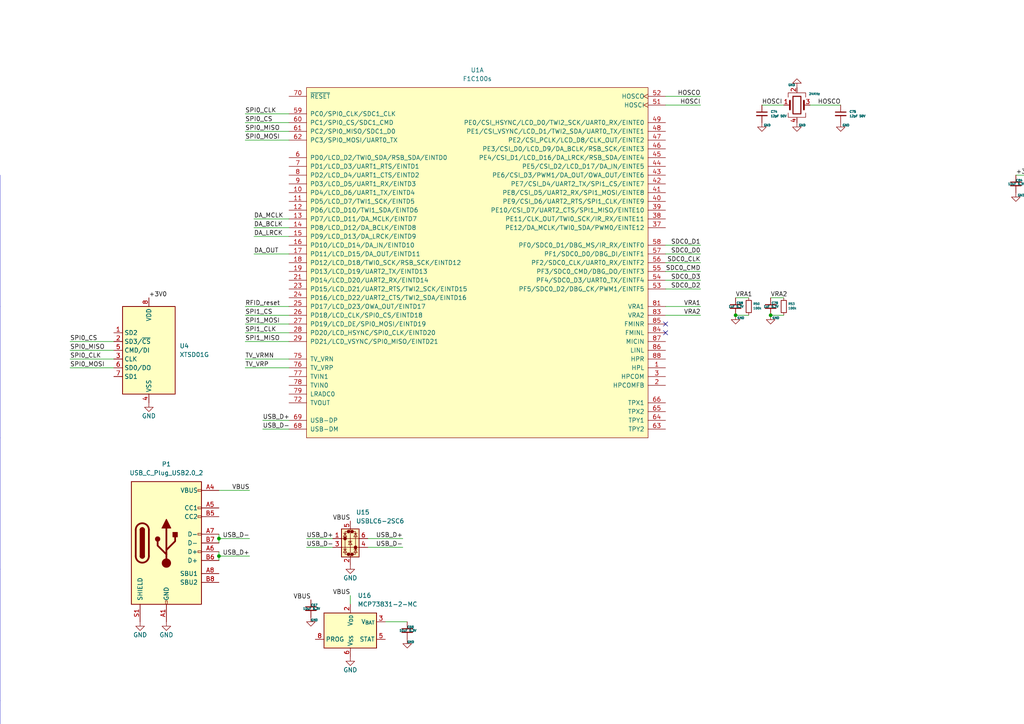
<source format=kicad_sch>
(kicad_sch (version 20250114) (generator "eeschema") (generator_version "9.0")
  (paper "A4")
  (rectangle (start -76.2 203.2) (end 0 241.3))
  (rectangle (start -76.2 165.1) (end 0 203.2))
  (rectangle (start -76.2 127) (end 0 165.1))
  (rectangle (start -76.2 50.8) (end 0 88.9))
  (rectangle (start -76.2 88.9) (end 0 127))
  (text "1A" (at 363.22 43.18 0) (effects (font (size 1.27 1.27))))
  (text "HSPI_MOSI" (at 210.82 312.42 0) (effects (font (size 1.27 1.27)) (justify left bottom)))
  (text "1.5A" (at 363.22 54.61 0) (effects (font (size 1.27 1.27))))
  (text "HSPI_CS" (at 210.82 307.34 0) (effects (font (size 1.27 1.27)) (justify left bottom)))
  (text "HSPI_MISO" (at 210.82 314.96 0) (effects (font (size 1.27 1.27)) (justify left bottom)))
  (text "VBAT->5V" (at -6.096 167.132 0) (effects (font (size 1.27 1.27))))
  (text "VBAT->4V5" (at -6.096 205.232 0) (effects (font (size 1.27 1.27))))
  (text "Wake-up" (at 177.8 304.8 0) (effects (font (size 1.27 1.27)) (justify left bottom)))
  (text "VBAT->2V5" (at -6.35 90.678 0) (effects (font (size 1.27 1.27))))
  (text "Strap" (at 179.07 307.34 0) (effects (font (size 1.27 1.27)) (justify left bottom)))
  (text "HSPI_CLK\n" (at 210.82 309.88 0) (effects (font (size 1.27 1.27)) (justify left bottom)))
  (text "HSPI_MOSI" (at 85.09 317.5 0) (effects (font (size 1.27 1.27)) (justify left bottom)))
  (text "HSPI_CLK\n" (at 85.09 320.04 0) (effects (font (size 1.27 1.27)) (justify left bottom)))
  (text "VBAT->3V0" (at -6.096 52.832 0) (effects (font (size 1.27 1.27))))
  (text "Strap" (at 179.07 312.42 0) (effects (font (size 1.27 1.27)) (justify left bottom)))
  (text "JTAG-Connector\n" (at 83.82 308.61 0) (effects (font (size 1.27 1.27)) (justify left bottom)))
  (text "HSPI_MISO" (at 85.09 314.96 0) (effects (font (size 1.27 1.27)) (justify left bottom)))
  (text "VBAT->1V1" (at -6.35 128.778 0) (effects (font (size 1.27 1.27))))
  (text "Strap" (at 179.07 309.88 0) (effects (font (size 1.27 1.27)) (justify left bottom)))
  (text "Strap" (at 130.81 307.34 0) (effects (font (size 1.27 1.27)) (justify left bottom)))
  (text "uC LED" (at 88.9 285.75 0) (effects (font (size 1.27 1.27)) (justify left bottom)))
  (text "HSPI_CS" (at 85.09 322.58 0) (effects (font (size 1.27 1.27)) (justify left bottom)))
  (text "Strap" (at 176.53 297.18 0) (effects (font (size 1.27 1.27)) (justify left bottom)))
  (junction (at 123.19 276.86))
  (junction (at 302.26 386.08))
  (junction (at 62.23 377.19))
  (junction (at 62.23 401.32))
  (junction (at -27.94 153.67))
  (junction (at 182.88 271.78))
  (junction (at -15.24 226.06))
  (junction (at -17.78 133.35))
  (junction (at 193.04 339.09))
  (junction (at 300.99 50.8))
  (junction (at 113.03 400.05))
  (junction (at 269.24 355.6))
  (junction (at -12.7 226.06))
  (junction (at 107.95 400.05))
  (junction (at 113.03 424.18))
  (junction (at -22.86 95.25))
  (junction (at 223.52 91.44))
  (junction (at 120.65 375.92))
  (junction (at 127 375.92))
  (junction (at -67.31 101.6))
  (junction (at 217.17 261.62))
  (junction (at -6.35 187.96))
  (junction (at 64.77 391.16))
  (junction (at 128.27 276.86))
  (junction (at 83.82 292.1))
  (junction (at 80.01 283.21))
  (junction (at 64.77 367.03))
  (junction (at 107.95 424.18))
  (junction (at 241.3 -91.44))
  (junction (at 210.82 269.24))
  (junction (at 55.88 367.03))
  (junction (at 177.8 345.44))
  (junction (at -63.5 185.42))
  (junction (at 154.94 400.05))
  (junction (at 241.3 -88.9))
  (junction (at 213.36 91.44))
  (junction (at 342.9 100.33))
  (junction (at 107.95 383.54))
  (junction (at -22.86 226.06))
  (junction (at 148.59 375.92))
  (junction (at 63.5 161.29))
  (junction (at 292.1 386.08))
  (junction (at -27.94 226.06))
  (junction (at 342.9 88.9))
  (junction (at 193.04 261.62))
  (junction (at 133.35 262.89))
  (junction (at 133.35 400.05))
  (junction (at 295.91 308.61))
  (junction (at -11.43 187.96))
  (junction (at 275.59 355.6))
  (junction (at 127 424.18))
  (junction (at 80.01 266.7))
  (junction (at -67.31 63.5))
  (junction (at -27.94 115.57))
  (junction (at 133.35 375.92))
  (junction (at 148.59 400.05))
  (junction (at 123.19 262.89))
  (junction (at 269.24 364.49))
  (junction (at 232.41 271.78))
  (junction (at 62.23 391.16))
  (junction (at 64.77 415.29))
  (junction (at 62.23 415.29))
  (junction (at -17.78 226.06))
  (junction (at 120.65 424.18))
  (junction (at -17.78 57.15))
  (junction (at -63.5 223.52))
  (junction (at 97.79 406.4))
  (junction (at 107.95 375.92))
  (junction (at 120.65 400.05))
  (junction (at 177.8 335.28))
  (junction (at -27.94 77.47))
  (junction (at 290.83 308.61))
  (junction (at 294.64 283.21))
  (junction (at 184.15 339.09))
  (junction (at 346.71 88.9))
  (junction (at 128.27 262.89))
  (junction (at -30.48 233.68))
  (junction (at 55.88 415.29))
  (junction (at 302.26 378.46))
  (junction (at 62.23 367.03))
  (junction (at 299.72 355.6))
  (junction (at -27.94 57.15))
  (junction (at 97.79 430.53))
  (junction (at -17.78 95.25))
  (junction (at -26.67 187.96))
  (junction (at 127 400.05))
  (junction (at 293.37 260.35))
  (junction (at 107.95 407.67))
  (junction (at 294.64 364.49))
  (junction (at 83.82 295.91))
  (junction (at 63.5 156.21))
  (junction (at -30.48 195.58))
  (junction (at 229.87 374.65))
  (junction (at 215.9 355.6))
  (junction (at 232.41 -91.44))
  (junction (at 80.01 261.62))
  (junction (at -22.86 133.35))
  (junction (at 113.03 375.92))
  (junction (at 294.64 355.6))
  (junction (at -67.31 139.7))
  (junction (at 97.79 382.27))
  (junction (at 62.23 425.45))
  (junction (at 288.29 355.6))
  (junction (at 308.61 378.46))
  (junction (at 267.97 -88.9))
  (junction (at -7.62 226.06))
  (junction (at 107.95 276.86))
  (junction (at 280.67 355.6))
  (junction (at 217.17 265.43))
  (junction (at -21.59 187.96))
  (junction (at 275.59 364.49))
  (junction (at -15.24 187.96))
  (junction (at 107.95 431.8))
  (junction (at 154.94 375.92))
  (junction (at -16.51 187.96))
  (junction (at 55.88 391.16))
  (no_connect (at 193.04 93.98))
  (no_connect (at 193.04 96.52))
  (wire (pts (xy 66.04 378.46) (xy 69.85 378.46)))
  (wire (pts (xy 243.84 30.48) (xy 234.95 30.48)))
  (wire (pts (xy 120.65 375.92) (xy 127 375.92)))
  (wire (pts (xy -17.78 95.25) (xy -12.7 95.25)))
  (wire (pts (xy 55.88 415.29) (xy 62.23 415.29)))
  (wire (pts (xy 128.27 342.9) (xy 140.97 342.9)))
  (wire (pts (xy 203.2 30.48) (xy 193.04 30.48)))
  (wire (pts (xy -63.5 151.13) (xy -63.5 139.7)))
  (wire (pts (xy 177.8 345.44) (xy 181.61 345.44)))
  (wire (pts (xy 182.88 262.89) (xy 133.35 262.89)))
  (wire (pts (xy 49.53 415.29) (xy 55.88 415.29)))
  (wire (pts (xy 241.3 -88.9) (xy 231.14 -88.9)))
  (wire (pts (xy 294.64 50.8) (xy 300.99 50.8)))
  (wire (pts (xy 106.68 290.83) (xy 109.22 290.83)))
  (wire (pts (xy 107.95 273.05) (xy 107.95 276.86)))
  (wire (pts (xy 53.34 349.25) (xy 59.69 349.25)))
  (wire (pts (xy 58.42 314.96) (xy 74.93 314.96)))
  (wire (pts (xy 120.65 400.05) (xy 127 400.05)))
  (wire (pts (xy 49.53 283.21) (xy 62.23 283.21)))
  (wire (pts (xy -22.86 226.06) (xy -17.78 226.06)))
  (wire (pts (xy 176.53 309.88) (xy 189.23 309.88)))
  (wire (pts (xy 254 294.64) (xy 257.81 294.64)))
  (wire (pts (xy 295.91 311.15) (xy 295.91 308.61)))
  (wire (pts (xy 372.11 72.39) (xy 373.38 72.39)))
  (wire (pts (xy -72.39 63.5) (xy -67.31 63.5)))
  (wire (pts (xy -27.94 226.06) (xy -22.86 226.06)))
  (wire (pts (xy -39.37 223.52) (xy -31.75 223.52)))
  (wire (pts (xy 210.82 274.32) (xy 210.82 269.24)))
  (wire (pts (xy 99.06 367.03) (xy 99.06 373.38)))
  (wire (pts (xy 184.15 -19.05) (xy 171.45 -19.05)))
  (wire (pts (xy 210.82 325.12) (xy 231.14 325.12)))
  (wire (pts (xy 177.8 342.9) (xy 177.8 345.44)))
  (wire (pts (xy 223.52 91.44) (xy 227.33 91.44)))
  (wire (pts (xy -63.5 74.93) (xy -63.5 63.5)))
  (wire (pts (xy 49.53 271.78) (xy 62.23 271.78)))
  (wire (pts (xy 107.95 375.92) (xy 113.03 375.92)))
  (wire (pts (xy 120.65 307.34) (xy 135.89 307.34)))
  (wire (pts (xy -27.94 137.16) (xy -27.94 153.67)))
  (wire (pts (xy -63.5 113.03) (xy -63.5 101.6)))
  (wire (pts (xy 227.33 271.78) (xy 232.41 271.78)))
  (wire (pts (xy 203.2 78.74) (xy 193.04 78.74)))
  (wire (pts (xy 64.77 375.92) (xy 64.77 377.19)))
  (wire (pts (xy 58.42 292.1) (xy 73.66 292.1)))
  (wire (pts (xy 308.61 378.46) (xy 308.61 355.6)))
  (wire (pts (xy 288.29 355.6) (xy 294.64 355.6)))
  (wire (pts (xy 212.09 364.49) (xy 212.09 374.65)))
  (wire (pts (xy 148.59 400.05) (xy 154.94 400.05)))
  (wire (pts (xy -11.43 -97.79) (xy -1.27 -97.79)))
  (wire (pts (xy -20.32 228.6) (xy -15.24 228.6)))
  (wire (pts (xy 218.44 295.91) (xy 222.25 295.91)))
  (wire (pts (xy 81.28 295.91) (xy 83.82 295.91)))
  (wire (pts (xy 342.9 77.47) (xy 346.71 77.47)))
  (wire (pts (xy 269.24 355.6) (xy 275.59 355.6)))
  (wire (pts (xy 232.41 -97.79) (xy 232.41 -91.44)))
  (wire (pts (xy -12.7 226.06) (xy -7.62 226.06)))
  (wire (pts (xy 203.2 91.44) (xy 193.04 91.44)))
  (wire (pts (xy 290.83 318.77) (xy 289.56 318.77)))
  (wire (pts (xy 127 424.18) (xy 133.35 424.18)))
  (wire (pts (xy -17.78 133.35) (xy -12.7 133.35)))
  (wire (pts (xy 85.09 314.96) (xy 95.25 314.96)))
  (wire (pts (xy 49.53 417.83) (xy 49.53 415.29)))
  (wire (pts (xy -72.39 185.42) (xy -63.5 185.42)))
  (wire (pts (xy 64.77 400.05) (xy 64.77 401.32)))
  (wire (pts (xy 242.57 265.43) (xy 257.81 265.43)))
  (wire (pts (xy 215.9 364.49) (xy 218.44 364.49)))
  (wire (pts (xy -31.75 170.18) (xy -52.07 170.18)))
  (wire (pts (xy 99.06 373.38) (xy 91.44 373.38)))
  (wire (pts (xy -39.37 233.68) (xy -39.37 231.14)))
  (wire (pts (xy 49.53 359.41) (xy 73.66 359.41)))
  (wire (pts (xy -22.86 133.35) (xy -17.78 133.35)))
  (wire (pts (xy 63.5 156.21) (xy 63.5 157.48)))
  (wire (pts (xy 242.57 269.24) (xy 246.38 269.24)))
  (wire (pts (xy 107.95 276.86) (xy 107.95 279.4)))
  (wire (pts (xy 269.24 364.49) (xy 275.59 364.49)))
  (wire (pts (xy 73.66 299.72) (xy 58.42 299.72)))
  (wire (pts (xy 120.65 302.26) (xy 135.89 302.26)))
  (wire (pts (xy 210.82 309.88) (xy 220.98 309.88)))
  (wire (pts (xy 232.41 -91.44) (xy 231.14 -91.44)))
  (wire (pts (xy 128.27 276.86) (xy 123.19 276.86)))
  (wire (pts (xy -11.43 -95.25) (xy -1.27 -95.25)))
  (wire (pts (xy 190.5 276.86) (xy 176.53 276.86)))
  (wire (pts (xy 198.12 261.62) (xy 193.04 261.62)))
  (wire (pts (xy 299.72 355.6) (xy 308.61 355.6)))
  (wire (pts (xy 212.09 355.6) (xy 212.09 356.87)))
  (wire (pts (xy 242.57 285.75) (xy 257.81 285.75)))
  (wire (pts (xy 69.85 266.7) (xy 80.01 266.7)))
  (wire (pts (xy 49.53 369.57) (xy 49.53 367.03)))
  (wire (pts (xy 264.16 355.6) (xy 269.24 355.6)))
  (wire (pts (xy 72.39 142.24) (xy 63.5 142.24)))
  (wire (pts (xy 62.23 401.32) (xy 64.77 401.32)))
  (wire (pts (xy 101.6 172.72) (xy 101.6 175.26)))
  (wire (pts (xy 358.14 55.88) (xy 353.06 55.88)))
  (wire (pts (xy 346.71 100.33) (xy 346.71 99.06)))
  (wire (pts (xy 251.46 312.42) (xy 251.46 313.69)))
  (wire (pts (xy 193.04 339.09) (xy 193.04 345.44)))
  (wire (pts (xy 91.44 375.92) (xy 107.95 375.92)))
  (wire (pts (xy 128.27 262.89) (xy 128.27 264.16)))
  (wire (pts (xy 58.42 351.79) (xy 58.42 356.87)))
  (wire (pts (xy 64.77 367.03) (xy 74.93 367.03)))
  (wire (pts (xy 71.12 104.14) (xy 83.82 104.14)))
  (wire (pts (xy 83.82 121.92) (xy 76.2 121.92)))
  (wire (pts (xy 49.53 261.62) (xy 62.23 261.62)))
  (wire (pts (xy 294.64 363.22) (xy 294.64 364.49)))
  (wire (pts (xy -17.78 226.06) (xy -15.24 226.06)))
  (wire (pts (xy 302.26 378.46) (xy 308.61 378.46)))
  (wire (pts (xy -16.51 187.96) (xy -15.24 187.96)))
  (wire (pts (xy 342.9 81.28) (xy 342.9 77.47)))
  (wire (pts (xy 269.24 364.49) (xy 269.24 363.22)))
  (wire (pts (xy 220.98 30.48) (xy 227.33 30.48)))
  (wire (pts (xy 97.79 382.27) (xy 97.79 383.54)))
  (wire (pts (xy 292.1 327.66) (xy 311.15 327.66)))
  (wire (pts (xy -72.39 139.7) (xy -67.31 139.7)))
  (wire (pts (xy 238.76 -91.44) (xy 241.3 -91.44)))
  (wire (pts (xy 241.3 -97.79) (xy 241.3 -91.44)))
  (wire (pts (xy -27.94 109.22) (xy -27.94 115.57)))
  (wire (pts (xy 120.65 297.18) (xy 135.89 297.18)))
  (wire (pts (xy 294.64 283.21) (xy 302.26 283.21)))
  (wire (pts (xy 203.2 27.94) (xy 193.04 27.94)))
  (wire (pts (xy 55.88 391.16) (xy 62.23 391.16)))
  (wire (pts (xy 289.56 260.35) (xy 293.37 260.35)))
  (wire (pts (xy 123.19 281.94) (xy 135.89 281.94)))
  (wire (pts (xy 95.25 382.27) (xy 97.79 382.27)))
  (wire (pts (xy 55.88 415.29) (xy 55.88 417.83)))
  (wire (pts (xy 55.88 391.16) (xy 55.88 393.7)))
  (wire (pts (xy 63.5 154.94) (xy 63.5 156.21)))
  (wire (pts (xy -33.02 133.35) (xy -22.86 133.35)))
  (wire (pts (xy 189.23 345.44) (xy 193.04 345.44)))
  (wire (pts (xy 187.96 304.8) (xy 176.53 304.8)))
  (wire (pts (xy 176.53 297.18) (xy 190.5 297.18)))
  (wire (pts (xy 107.95 383.54) (xy 113.03 383.54)))
  (wire (pts (xy -33.02 95.25) (xy -33.02 113.03)))
  (wire (pts (xy 99.06 397.51) (xy 91.44 397.51)))
  (wire (pts (xy 217.17 265.43) (xy 217.17 271.78)))
  (wire (pts (xy 346.71 88.9) (xy 346.71 87.63)))
  (wire (pts (xy 120.65 424.18) (xy 127 424.18)))
  (wire (pts (xy 49.53 391.16) (xy 55.88 391.16)))
  (wire (pts (xy 242.57 355.6) (xy 251.46 355.6)))
  (wire (pts (xy -39.37 185.42) (xy -31.75 185.42)))
  (wire (pts (xy -63.5 185.42) (xy -59.69 185.42)))
  (wire (pts (xy 71.12 38.1) (xy 83.82 38.1)))
  (wire (pts (xy -48.26 77.47) (xy -27.94 77.47)))
  (wire (pts (xy 289.56 283.21) (xy 294.64 283.21)))
  (wire (pts (xy 123.19 273.05) (xy 123.19 276.86)))
  (wire (pts (xy 113.03 375.92) (xy 120.65 375.92)))
  (wire (pts (xy 83.82 406.4) (xy 87.63 406.4)))
  (wire (pts (xy 133.35 274.32) (xy 133.35 262.89)))
  (wire (pts (xy 193.04 259.08) (xy 193.04 261.62)))
  (wire (pts (xy -63.5 170.18) (xy -63.5 185.42)))
  (wire (pts (xy 69.85 424.18) (xy 64.77 424.18)))
  (wire (pts (xy 242.57 262.89) (xy 257.81 262.89)))
  (wire (pts (xy 71.12 93.98) (xy 83.82 93.98)))
  (wire (pts (xy 233.68 -97.79) (xy 232.41 -97.79)))
  (wire (pts (xy 123.19 265.43) (xy 123.19 262.89)))
  (wire (pts (xy 95.25 406.4) (xy 97.79 406.4)))
  (wire (pts (xy 71.12 106.68) (xy 83.82 106.68)))
  (wire (pts (xy 242.57 260.35) (xy 257.81 260.35)))
  (wire (pts (xy 292.1 386.08) (xy 302.26 386.08)))
  (wire (pts (xy 63.5 156.21) (xy 72.39 156.21)))
  (wire (pts (xy 66.04 402.59) (xy 69.85 402.59)))
  (wire (pts (xy 63.5 161.29) (xy 63.5 162.56)))
  (wire (pts (xy 243.84 -88.9) (xy 241.3 -88.9)))
  (wire (pts (xy 294.64 355.6) (xy 299.72 355.6)))
  (wire (pts (xy 198.12 269.24) (xy 193.04 269.24)))
  (wire (pts (xy 241.3 -91.44) (xy 241.3 -88.9)))
  (wire (pts (xy 242.57 288.29) (xy 257.81 288.29)))
  (wire (pts (xy 184.15 -16.51) (xy 171.45 -16.51)))
  (wire (pts (xy 171.45 -6.35) (xy 176.53 -6.35)))
  (wire (pts (xy 177.8 335.28) (xy 181.61 335.28)))
  (wire (pts (xy 246.38 312.42) (xy 251.46 312.42)))
  (wire (pts (xy -22.86 95.25) (xy -22.86 99.06)))
  (wire (pts (xy 107.95 262.89) (xy 123.19 262.89)))
  (wire (pts (xy 218.44 298.45) (xy 223.52 298.45)))
  (wire (pts (xy 80.01 257.81) (xy 80.01 261.62)))
  (wire (pts (xy -33.02 113.03) (xy -38.1 113.03)))
  (wire (pts (xy -15.24 193.04) (xy -15.24 195.58)))
  (wire (pts (xy 111.76 180.34) (xy 118.11 180.34)))
  (wire (pts (xy 184.15 339.09) (xy 182.88 339.09)))
  (wire (pts (xy 342.9 88.9) (xy 337.82 88.9)))
  (wire (pts (xy -33.02 95.25) (xy -22.86 95.25)))
  (wire (pts (xy 71.12 35.56) (xy 83.82 35.56)))
  (wire (pts (xy 260.35 334.01) (xy 267.97 334.01)))
  (wire (pts (xy -15.24 231.14) (xy -15.24 233.68)))
  (wire (pts (xy 49.53 359.41) (xy 49.53 346.71)))
  (wire (pts (xy 246.38 309.88) (xy 250.19 309.88)))
  (wire (pts (xy 342.9 100.33) (xy 346.71 100.33)))
  (wire (pts (xy 379.73 72.39) (xy 378.46 72.39)))
  (wire (pts (xy 64.77 367.03) (xy 64.77 373.38)))
  (wire (pts (xy 219.71 271.78) (xy 217.17 271.78)))
  (wire (pts (xy 176.53 307.34) (xy 187.96 307.34)))
  (wire (pts (xy 49.53 393.7) (xy 49.53 391.16)))
  (wire (pts (xy 58.42 322.58) (xy 68.58 322.58)))
  (wire (pts (xy 213.36 86.36) (xy 217.17 86.36)))
  (wire (pts (xy 203.2 73.66) (xy 193.04 73.66)))
  (wire (pts (xy 242.57 292.1) (xy 246.38 292.1)))
  (wire (pts (xy 358.14 43.18) (xy 353.06 43.18)))
  (wire (pts (xy 69.85 283.21) (xy 80.01 283.21)))
  (wire (pts (xy 49.53 346.71) (xy 59.69 346.71)))
  (wire (pts (xy 176.53 284.48) (xy 187.96 284.48)))
  (wire (pts (xy 242.57 294.64) (xy 246.38 294.64)))
  (wire (pts (xy 238.76 -97.79) (xy 241.3 -97.79)))
  (wire (pts (xy 307.34 58.42) (xy 312.42 58.42)))
  (wire (pts (xy 91.44 378.46) (xy 97.79 378.46)))
  (wire (pts (xy -11.43 -100.33) (xy -1.27 -100.33)))
  (wire (pts (xy 182.88 271.78) (xy 182.88 262.89)))
  (wire (pts (xy -43.18 113.03) (xy -48.26 113.03)))
  (wire (pts (xy 97.79 431.8) (xy 107.95 431.8)))
  (wire (pts (xy 204.47 384.81) (xy 204.47 391.16)))
  (wire (pts (xy 293.37 321.31) (xy 293.37 326.39)))
  (wire (pts (xy -26.67 187.96) (xy -21.59 187.96)))
  (wire (pts (xy 176.53 279.4) (xy 193.04 279.4)))
  (wire (pts (xy -22.86 101.6) (xy -22.86 104.14)))
  (wire (pts (xy 267.97 -88.9) (xy 273.05 -88.9)))
  (wire (pts (xy 146.05 375.92) (xy 148.59 375.92)))
  (wire (pts (xy -22.86 133.35) (xy -22.86 137.16)))
  (wire (pts (xy 231.14 321.31) (xy 231.14 325.12)))
  (wire (pts (xy -31.75 208.28) (xy -52.07 208.28)))
  (wire (pts (xy 182.88 274.32) (xy 182.88 271.78)))
  (wire (pts (xy 107.95 424.18) (xy 113.03 424.18)))
  (wire (pts (xy 279.4 377.19) (xy 279.4 378.46)))
  (wire (pts (xy 0 226.06) (xy -7.62 226.06)))
  (wire (pts (xy -27.94 99.06) (xy -27.94 101.6)))
  (wire (pts (xy -48.26 153.67) (xy -27.94 153.67)))
  (wire (pts (xy 123.19 284.48) (xy 135.89 284.48)))
  (wire (pts (xy 120.65 292.1) (xy 135.89 292.1)))
  (wire (pts (xy -39.37 226.06) (xy -27.94 226.06)))
  (wire (pts (xy -27.94 104.14) (xy -27.94 106.68)))
  (wire (pts (xy 342.9 88.9) (xy 346.71 88.9)))
  (wire (pts (xy 184.15 339.09) (xy 193.04 339.09)))
  (wire (pts (xy 64.77 415.29) (xy 64.77 421.64)))
  (wire (pts (xy -30.48 195.58) (xy -30.48 198.12)))
  (wire (pts (xy -33.02 74.93) (xy -38.1 74.93)))
  (wire (pts (xy 280.67 355.6) (xy 288.29 355.6)))
  (wire (pts (xy 69.85 400.05) (xy 64.77 400.05)))
  (wire (pts (xy 69.85 373.38) (xy 64.77 373.38)))
  (wire (pts (xy 97.79 430.53) (xy 97.79 431.8)))
  (wire (pts (xy -22.86 158.75) (xy -22.86 161.29)))
  (wire (pts (xy 62.23 415.29) (xy 64.77 415.29)))
  (wire (pts (xy 73.66 63.5) (xy 83.82 63.5)))
  (wire (pts (xy 294.64 364.49) (xy 299.72 364.49)))
  (wire (pts (xy 275.59 364.49) (xy 280.67 364.49)))
  (wire (pts (xy 187.96 312.42) (xy 176.53 312.42)))
  (wire (pts (xy 20.32 106.68) (xy 33.02 106.68)))
  (wire (pts (xy 223.52 86.36) (xy 227.33 86.36)))
  (wire (pts (xy 290.83 307.34) (xy 290.83 308.61)))
  (wire (pts (xy 292.1 323.85) (xy 292.1 327.66)))
  (wire (pts (xy 88.9 156.21) (xy 96.52 156.21)))
  (wire (pts (xy 71.12 96.52) (xy 83.82 96.52)))
  (wire (pts (xy 190.5 -68.58) (xy 200.66 -68.58)))
  (wire (pts (xy 62.23 391.16) (xy 62.23 393.7)))
  (wire (pts (xy 83.82 295.91) (xy 83.82 292.1)))
  (wire (pts (xy 173.99 271.78) (xy 182.88 271.78)))
  (wire (pts (xy 184.15 -24.13) (xy 171.45 -24.13)))
  (wire (pts (xy -6.35 187.96) (xy -1.27 187.96)))
  (wire (pts (xy 176.53 281.94) (xy 187.96 281.94)))
  (wire (pts (xy 63.5 161.29) (xy 72.39 161.29)))
  (wire (pts (xy 91.44 424.18) (xy 107.95 424.18)))
  (wire (pts (xy 107.95 431.8) (xy 113.03 431.8)))
  (wire (pts (xy 218.44 293.37) (xy 229.87 293.37)))
  (wire (pts (xy 223.52 298.45) (xy 223.52 299.72)))
  (wire (pts (xy 107.95 400.05) (xy 113.03 400.05)))
  (wire (pts (xy 171.45 -8.89) (xy 175.26 -8.89)))
  (wire (pts (xy -31.75 223.52) (xy -31.75 208.28)))
  (wire (pts (xy 59.69 351.79) (xy 58.42 351.79)))
  (wire (pts (xy 203.2 83.82) (xy 193.04 83.82)))
  (wire (pts (xy -11.43 -102.87) (xy -1.27 -102.87)))
  (wire (pts (xy 58.42 356.87) (xy 73.66 356.87)))
  (wire (pts (xy 381 53.34) (xy 379.73 53.34)))
  (wire (pts (xy 358.14 60.96) (xy 353.06 60.96)))
  (wire (pts (xy 74.93 346.71) (xy 76.2 346.71)))
  (wire (pts (xy -11.43 -90.17) (xy -1.27 -90.17)))
  (wire (pts (xy 242.57 364.49) (xy 269.24 364.49)))
  (wire (pts (xy -30.48 228.6) (xy -30.48 231.14)))
  (wire (pts (xy 358.14 50.8) (xy 353.06 50.8)))
  (wire (pts (xy 275.59 363.22) (xy 275.59 364.49)))
  (wire (pts (xy 358.14 53.34) (xy 353.06 53.34)))
  (wire (pts (xy 215.9 261.62) (xy 217.17 261.62)))
  (wire (pts (xy 120.65 304.8) (xy 135.89 304.8)))
  (wire (pts (xy 233.68 -91.44) (xy 232.41 -91.44)))
  (wire (pts (xy 99.06 421.64) (xy 91.44 421.64)))
  (wire (pts (xy 161.29 345.44) (xy 177.8 345.44)))
  (wire (pts (xy 133.35 400.05) (xy 138.43 400.05)))
  (wire (pts (xy 379.73 72.39) (xy 379.73 74.93)))
  (wire (pts (xy 85.09 322.58) (xy 95.25 322.58)))
  (wire (pts (xy 161.29 335.28) (xy 177.8 335.28)))
  (wire (pts (xy 297.18 378.46) (xy 302.26 378.46)))
  (wire (pts (xy 87.63 391.16) (xy 99.06 391.16)))
  (wire (pts (xy 190.5 -71.12) (xy 200.66 -71.12)))
  (wire (pts (xy -33.02 151.13) (xy -38.1 151.13)))
  (wire (pts (xy 133.35 262.89) (xy 128.27 262.89)))
  (wire (pts (xy 342.9 92.71) (xy 342.9 88.9)))
  (wire (pts (xy 69.85 271.78) (xy 80.01 271.78)))
  (wire (pts (xy 91.44 400.05) (xy 107.95 400.05)))
  (wire (pts (xy -33.02 57.15) (xy -27.94 57.15)))
  (wire (pts (xy -30.48 233.68) (xy -30.48 236.22)))
  (wire (pts (xy 135.89 312.42) (xy 121.92 312.42)))
  (wire (pts (xy -31.75 185.42) (xy -31.75 170.18)))
  (wire (pts (xy 290.83 308.61) (xy 290.83 318.77)))
  (wire (pts (xy 69.85 375.92) (xy 64.77 375.92)))
  (wire (pts (xy -48.26 115.57) (xy -27.94 115.57)))
  (wire (pts (xy 73.66 73.66) (xy 83.82 73.66)))
  (wire (pts (xy 213.36 91.44) (xy 217.17 91.44)))
  (wire (pts (xy 217.17 261.62) (xy 219.71 261.62)))
  (wire (pts (xy 116.84 156.21) (xy 106.68 156.21)))
  (wire (pts (xy 307.34 45.72) (xy 312.42 45.72)))
  (wire (pts (xy 267.97 -88.9) (xy 264.16 -88.9)))
  (wire (pts (xy 372.11 72.39) (xy 372.11 74.93)))
  (wire (pts (xy 254 292.1) (xy 257.81 292.1)))
  (wire (pts (xy -43.18 151.13) (xy -48.26 151.13)))
  (wire (pts (xy 91.44 402.59) (xy 97.79 402.59)))
  (wire (pts (xy 71.12 33.02) (xy 83.82 33.02)))
  (wire (pts (xy 80.01 266.7) (xy 80.01 261.62)))
  (wire (pts (xy 307.34 43.18) (xy 312.42 43.18)))
  (wire (pts (xy 81.28 299.72) (xy 83.82 299.72)))
  (wire (pts (xy 254 269.24) (xy 257.81 269.24)))
  (wire (pts (xy 203.2 88.9) (xy 193.04 88.9)))
  (wire (pts (xy 71.12 88.9) (xy 83.82 88.9)))
  (wire (pts (xy 218.44 355.6) (xy 215.9 355.6)))
  (wire (pts (xy -11.43 -92.71) (xy -1.27 -92.71)))
  (wire (pts (xy 120.65 294.64) (xy 135.89 294.64)))
  (wire (pts (xy 64.77 391.16) (xy 64.77 397.51)))
  (wire (pts (xy 133.35 375.92) (xy 138.43 375.92)))
  (wire (pts (xy 62.23 367.03) (xy 62.23 369.57)))
  (wire (pts (xy -22.86 198.12) (xy -25.4 198.12)))
  (wire (pts (xy 293.37 326.39) (xy 295.91 326.39)))
  (wire (pts (xy 161.29 342.9) (xy 161.29 345.44)))
  (wire (pts (xy 232.41 265.43) (xy 232.41 271.78)))
  (wire (pts (xy 62.23 415.29) (xy 62.23 417.83)))
  (wire (pts (xy 113.03 400.05) (xy 120.65 400.05)))
  (wire (pts (xy 295.91 308.61) (xy 311.15 308.61)))
  (wire (pts (xy 374.65 53.34) (xy 373.38 53.34)))
  (wire (pts (xy 83.82 299.72) (xy 83.82 295.91)))
  (wire (pts (xy 55.88 367.03) (xy 62.23 367.03)))
  (wire (pts (xy 97.79 406.4) (xy 97.79 407.67)))
  (wire (pts (xy 62.23 391.16) (xy 64.77 391.16)))
  (wire (pts (xy -30.48 195.58) (xy -39.37 195.58)))
  (wire (pts (xy -22.86 156.21) (xy -22.86 153.67)))
  (wire (pts (xy 123.19 262.89) (xy 128.27 262.89)))
  (wire (pts (xy 107.95 276.86) (xy 110.49 276.86)))
  (wire (pts (xy 212.09 355.6) (xy 215.9 355.6)))
  (wire (pts (xy 280.67 363.22) (xy 280.67 364.49)))
  (wire (pts (xy 49.53 367.03) (xy 55.88 367.03)))
  (wire (pts (xy 154.94 400.05) (xy 161.29 400.05)))
  (wire (pts (xy 342.9 100.33) (xy 342.9 97.79)))
  (wire (pts (xy -63.5 63.5) (xy -67.31 63.5)))
  (wire (pts (xy 135.89 274.32) (xy 133.35 274.32)))
  (wire (pts (xy 307.34 48.26) (xy 312.42 48.26)))
  (wire (pts (xy 275.59 355.6) (xy 280.67 355.6)))
  (wire (pts (xy -33.02 57.15) (xy -33.02 74.93)))
  (wire (pts (xy 212.09 374.65) (xy 229.87 374.65)))
  (wire (pts (xy -27.94 57.15) (xy -17.78 57.15)))
  (wire (pts (xy 69.85 261.62) (xy 80.01 261.62)))
  (wire (pts (xy 184.15 -21.59) (xy 171.45 -21.59)))
  (wire (pts (xy -57.15 208.28) (xy -63.5 208.28)))
  (wire (pts (xy 62.23 377.19) (xy 64.77 377.19)))
  (wire (pts (xy 267.97 -78.74) (xy 273.05 -78.74)))
  (wire (pts (xy 358.14 66.04) (xy 353.06 66.04)))
  (wire (pts (xy 176.53 274.32) (xy 182.88 274.32)))
  (wire (pts (xy -39.37 187.96) (xy -26.67 187.96)))
  (wire (pts (xy 193.04 335.28) (xy 193.04 339.09)))
  (wire (pts (xy -63.5 223.52) (xy -59.69 223.52)))
  (wire (pts (xy 58.42 331.47) (xy 68.58 331.47)))
  (wire (pts (xy 190.5 294.64) (xy 176.53 294.64)))
  (wire (pts (xy 107.95 407.67) (xy 113.03 407.67)))
  (wire (pts (xy 62.23 425.45) (xy 64.77 425.45)))
  (wire (pts (xy -11.43 187.96) (xy -6.35 187.96)))
  (wire (pts (xy -22.86 236.22) (xy -25.4 236.22)))
  (wire (pts (xy 300.99 50.8) (xy 312.42 50.8)))
  (wire (pts (xy 85.09 320.04) (xy 95.25 320.04)))
  (wire (pts (xy 260.35 328.93) (xy 260.35 334.01)))
  (wire (pts (xy 73.66 295.91) (xy 58.42 295.91)))
  (wire (pts (xy 68.58 322.58) (xy 68.58 325.12)))
  (wire (pts (xy 76.2 124.46) (xy 83.82 124.46)))
  (wire (pts (xy 232.41 271.78) (xy 232.41 273.05)))
  (wire (pts (xy 120.65 299.72) (xy 135.89 299.72)))
  (wire (pts (xy 280.67 334.01) (xy 280.67 328.93)))
  (wire (pts (xy 205.74 269.24) (xy 210.82 269.24)))
  (wire (pts (xy -39.37 195.58) (xy -39.37 193.04)))
  (wire (pts (xy -63.5 139.7) (xy -67.31 139.7)))
  (wire (pts (xy 107.95 279.4) (xy 135.89 279.4)))
  (wire (pts (xy 91.44 426.72) (xy 97.79 426.72)))
  (wire (pts (xy 118.11 276.86) (xy 123.19 276.86)))
  (wire (pts (xy 210.82 314.96) (xy 220.98 314.96)))
  (wire (pts (xy 342.9 88.9) (xy 342.9 86.36)))
  (wire (pts (xy 66.04 426.72) (xy 69.85 426.72)))
  (wire (pts (xy 97.79 402.59) (xy 97.79 406.4)))
  (wire (pts (xy 127 375.92) (xy 133.35 375.92)))
  (wire (pts (xy 288.29 363.22) (xy 288.29 364.49)))
  (wire (pts (xy 71.12 91.44) (xy 83.82 91.44)))
  (wire (pts (xy -57.15 170.18) (xy -63.5 170.18)))
  (wire (pts (xy 190.5 -73.66) (xy 200.66 -73.66)))
  (wire (pts (xy 64.77 415.29) (xy 74.93 415.29)))
  (wire (pts (xy 148.59 375.92) (xy 154.94 375.92)))
  (wire (pts (xy 219.71 265.43) (xy 217.17 265.43)))
  (wire (pts (xy 107.95 265.43) (xy 107.95 262.89)))
  (wire (pts (xy 254 271.78) (xy 257.81 271.78)))
  (wire (pts (xy -15.24 226.06) (xy -12.7 226.06)))
  (wire (pts (xy 116.84 158.75) (xy 106.68 158.75)))
  (wire (pts (xy 255.27 326.39) (xy 260.35 326.39)))
  (wire (pts (xy 83.82 382.27) (xy 87.63 382.27)))
  (wire (pts (xy -63.5 101.6) (xy -67.31 101.6)))
  (wire (pts (xy 161.29 335.28) (xy 161.29 337.82)))
  (wire (pts (xy 210.82 307.34) (xy 220.98 307.34)))
  (wire (pts (xy 193.04 261.62) (xy 193.04 269.24)))
  (wire (pts (xy 358.14 45.72) (xy 353.06 45.72)))
  (wire (pts (xy 97.79 378.46) (xy 97.79 382.27)))
  (wire (pts (xy -63.5 208.28) (xy -63.5 223.52)))
  (wire (pts (xy 80.01 266.7) (xy 80.01 271.78)))
  (wire (pts (xy 269.24 374.65) (xy 269.24 372.11)))
  (wire (pts (xy 358.14 58.42) (xy 353.06 58.42)))
  (wire (pts (xy -33.02 133.35) (xy -33.02 151.13)))
  (wire (pts (xy 120.65 289.56) (xy 135.89 289.56)))
  (wire (pts (xy 71.12 40.64) (xy 83.82 40.64)))
  (wire (pts (xy 95.25 430.53) (xy 97.79 430.53)))
  (wire (pts (xy 229.87 372.11) (xy 229.87 374.65)))
  (wire (pts (xy 135.89 287.02) (xy 121.92 287.02)))
  (wire (pts (xy 290.83 308.61) (xy 295.91 308.61)))
  (wire (pts (xy 203.2 76.2) (xy 193.04 76.2)))
  (wire (pts (xy 307.34 40.64) (xy 312.42 40.64)))
  (wire (pts (xy 127 400.05) (xy 133.35 400.05)))
  (wire (pts (xy 210.82 320.04) (xy 228.6 320.04)))
  (wire (pts (xy 62.23 367.03) (xy 64.77 367.03)))
  (wire (pts (xy -27.94 153.67) (xy -22.86 153.67)))
  (wire (pts (xy 80.01 278.13) (xy 80.01 283.21)))
  (wire (pts (xy 246.38 307.34) (xy 257.81 307.34)))
  (wire (pts (xy 81.28 292.1) (xy 83.82 292.1)))
  (wire (pts (xy 280.67 323.85) (xy 292.1 323.85)))
  (wire (pts (xy 97.79 407.67) (xy 107.95 407.67)))
  (wire (pts (xy 73.66 68.58) (xy 83.82 68.58)))
  (wire (pts (xy -15.24 187.96) (xy -15.24 190.5)))
  (wire (pts (xy 287.02 378.46) (xy 279.4 378.46)))
  (wire (pts (xy 49.53 278.13) (xy 62.23 278.13)))
  (wire (pts (xy 63.5 160.02) (xy 63.5 161.29)))
  (wire (pts (xy 55.88 367.03) (xy 55.88 369.57)))
  (wire (pts (xy 87.63 415.29) (xy 99.06 415.29)))
  (wire (pts (xy 229.87 374.65) (xy 269.24 374.65)))
  (wire (pts (xy -15.24 187.96) (xy -11.43 187.96)))
  (wire (pts (xy 135.89 276.86) (xy 128.27 276.86)))
  (wire (pts (xy -22.86 106.68) (xy -22.86 109.22)))
  (wire (pts (xy 293.37 260.35) (xy 300.99 260.35)))
  (wire (pts (xy 120.65 309.88) (xy 120.65 314.96)))
  (wire (pts (xy 49.53 266.7) (xy 62.23 266.7)))
  (wire (pts (xy 210.82 312.42) (xy 220.98 312.42)))
  (wire (pts (xy 97.79 383.54) (xy 107.95 383.54)))
  (wire (pts (xy 85.09 317.5) (xy 95.25 317.5)))
  (wire (pts (xy -30.48 233.68) (xy -39.37 233.68)))
  (wire (pts (xy 176.53 287.02) (xy 193.04 287.02)))
  (wire (pts (xy 280.67 318.77) (xy 281.94 318.77)))
  (wire (pts (xy 97.79 426.72) (xy 97.79 430.53)))
  (wire (pts (xy 171.45 -11.43) (xy 189.23 -11.43)))
  (wire (pts (xy 128.27 337.82) (xy 140.97 337.82)))
  (wire (pts (xy 190.5 292.1) (xy 176.53 292.1)))
  (wire (pts (xy -22.86 95.25) (xy -17.78 95.25)))
  (wire (pts (xy 64.77 424.18) (xy 64.77 425.45)))
  (wire (pts (xy 83.82 430.53) (xy 87.63 430.53)))
  (wire (pts (xy 20.32 104.14) (xy 33.02 104.14)))
  (wire (pts (xy -21.59 187.96) (xy -16.51 187.96)))
  (wire (pts (xy -17.78 57.15) (xy -12.7 57.15)))
  (wire (pts (xy 242.57 283.21) (xy 257.81 283.21)))
  (wire (pts (xy 64.77 391.16) (xy 74.93 391.16)))
  (wire (pts (xy 83.82 289.56) (xy 83.82 292.1)))
  (wire (pts (xy -15.24 226.06) (xy -15.24 228.6)))
  (wire (pts (xy 20.32 101.6) (xy 33.02 101.6)))
  (wire (pts (xy 72.39 325.12) (xy 68.58 325.12)))
  (wire (pts (xy 311.15 311.15) (xy 311.15 308.61)))
  (wire (pts (xy 189.23 335.28) (xy 193.04 335.28)))
  (wire (pts (xy 69.85 278.13) (xy 80.01 278.13)))
  (wire (pts (xy 217.17 261.62) (xy 217.17 265.43)))
  (wire (pts (xy 58.42 317.5) (xy 68.58 317.5)))
  (wire (pts (xy 88.9 158.75) (xy 96.52 158.75)))
  (wire (pts (xy 69.85 421.64) (xy 64.77 421.64)))
  (wire (pts (xy 270.51 334.01) (xy 280.67 334.01)))
  (wire (pts (xy 87.63 367.03) (xy 99.06 367.03)))
  (wire (pts (xy 20.32 99.06) (xy 33.02 99.06)))
  (wire (pts (xy 99.06 391.16) (xy 99.06 397.51)))
  (wire (pts (xy 128.27 335.28) (xy 140.97 335.28)))
  (wire (pts (xy 120.65 309.88) (xy 135.89 309.88)))
  (wire (pts (xy -30.48 190.5) (xy -30.48 193.04)))
  (wire (pts (xy 74.93 351.79) (xy 80.01 351.79)))
  (wire (pts (xy 288.29 364.49) (xy 294.64 364.49)))
  (wire (pts (xy 210.82 322.58) (xy 214.63 322.58)))
  (wire (pts (xy 73.66 66.04) (xy 83.82 66.04)))
  (wire (pts (xy 358.14 40.64) (xy 353.06 40.64)))
  (wire (pts (xy -27.94 156.21) (xy -27.94 158.75)))
  (wire (pts (xy 302.26 386.08) (xy 308.61 386.08)))
  (wire (pts (xy 113.03 424.18) (xy 120.65 424.18)))
  (wire (pts (xy -43.18 74.93) (xy -48.26 74.93)))
  (wire (pts (xy 146.05 400.05) (xy 148.59 400.05)))
  (wire (pts (xy 154.94 375.92) (xy 161.29 375.92)))
  (wire (pts (xy 280.67 321.31) (xy 293.37 321.31)))
  (wire (pts (xy 227.33 265.43) (xy 232.41 265.43)))
  (wire (pts (xy 58.42 320.04) (xy 68.58 320.04)))
  (wire (pts (xy 311.15 327.66) (xy 311.15 326.39)))
  (wire (pts (xy -72.39 101.6) (xy -67.31 101.6)))
  (wire (pts (xy -27.94 161.29) (xy -27.94 162.56)))
  (wire (pts (xy 203.2 81.28) (xy 193.04 81.28)))
  (wire (pts (xy 99.06 415.29) (xy 99.06 421.64)))
  (wire (pts (xy 299.72 363.22) (xy 299.72 364.49)))
  (wire (pts (xy -72.39 223.52) (xy -63.5 223.52)))
  (wire (pts (xy 69.85 397.51) (xy 64.77 397.51)))
  (wire (pts (xy 242.57 271.78) (xy 246.38 271.78)))
  (wire (pts (xy 71.12 99.06) (xy 83.82 99.06)))
  (wire (pts (xy 203.2 71.12) (xy 193.04 71.12)))
  (label "SPI0_CLK" (at 71.12 33.02 0))
  (label "USB_D+" (at 72.39 161.29 180))
  (label "JTAG_TDI" (at 220.98 314.96 0))
  (label "+3V0" (at 294.64 50.8 0))
  (label "EN" (at 218.44 274.32 0))
  (label "SVREF" (at 337.82 88.9 180))
  (label "JTAD_TDO" (at 187.96 312.42 0))
  (label "LED_DQ" (at 123.19 284.48 0))
  (label "DIN" (at 242.57 288.29 0))
  (label "KY040-DT" (at 73.66 356.87 0))
  (label "DA_LRCK" (at 190.5 -73.66 0))
  (label "SPI1_MISO" (at 71.12 99.06 0))
  (label "EN" (at 218.44 279.4 0))
  (label "SDA" (at 193.04 287.02 0))
  (label "SCL" (at 193.04 279.4 0))
  (label "BOOT_MODE" (at 68.58 331.47 0))
  (label "SDC0_CMD" (at -11.43 -97.79 0))
  (label "+2V5" (at 358.14 60.96 180))
  (label "SPI0_MISO" (at 71.12 38.1 0))
  (label "TV_VRMN" (at 379.73 72.39 0))
  (label "SPI0_MOSI" (at 20.32 106.68 0))
  (label "+3V0" (at 307.34 58.42 0))
  (label "SDC0_D3" (at 203.2 81.28 180))
  (label "+1V1" (at 358.14 43.18 180))
  (label "+2V5" (at 381 53.34 180))
  (label "TX0" (at 68.58 317.5 0))
  (label "EN" (at 66.04 426.72 0))
  (label "SPI0_MOSI" (at 71.12 40.64 0))
  (label "JTAG_TCLK" (at 220.98 312.42 0))
  (label "+1V1" (at 358.14 45.72 180))
  (label "SDC0_CLK" (at -11.43 -95.25 0))
  (label "BCLK" (at 242.57 285.75 0))
  (label "VBUS" (at 72.39 142.24 180))
  (label "KY040-SW" (at 58.42 292.1 180))
  (label "EN" (at 66.04 402.59 0))
  (label "PIR" (at 189.23 309.88 0))
  (label "SCL" (at 49.53 261.62 0))
  (label "SDC0_D0" (at 203.2 73.66 180))
  (label "+3V0" (at 43.18 86.36 0))
  (label "+2V5" (at 358.14 55.88 180))
  (label "KY040-DT" (at 187.96 304.8 0))
  (label "ADC" (at 121.92 287.02 0))
  (label "+5V_LED" (at 229.87 293.37 0))
  (label "RX0" (at 68.58 320.04 0))
  (label "GAIN" (at 242.57 292.1 0))
  (label "JTAG_TDI" (at 95.25 314.96 0))
  (label "+5V_left" (at 161.29 400.05 0))
  (label "VRA1" (at 213.36 86.36 0))
  (label "KY040-CLK" (at 58.42 299.72 180))
  (label "USB_D-" (at 116.84 158.75 180))
  (label "KY040-SW" (at 190.5 292.1 0))
  (label "USB_D+" (at 88.9 156.21 0))
  (label "+5V_right" (at 161.29 375.92 0))
  (label "USB_D+" (at 116.84 156.21 180))
  (label "JTAG_TMS" (at 120.65 304.8 0))
  (label "SDC0_D1" (at 203.2 71.12 180))
  (label "SDC0_D0" (at -11.43 -92.71 0))
  (label "SPI0_CLK" (at 20.32 104.14 0))
  (label "SPI0_CS" (at 20.32 99.06 0))
  (label "SCL" (at 128.27 335.28 0))
  (label "MFP" (at 49.53 271.78 0))
  (label "GAIN" (at 242.57 269.24 0))
  (label "LRC" (at 242.57 283.21 0))
  (label "ADC" (at 227.33 261.62 0))
  (label "SDC0_D2" (at -11.43 -102.87 0))
  (label "BOOT_MODE" (at 187.96 307.34 0))
  (label "JTAG_TMS" (at 220.98 309.88 0))
  (label "+5V_LED" (at 257.81 307.34 0))
  (label "HOSCI" (at 220.98 30.48 0))
  (label "+2V5" (at 358.14 53.34 180))
  (label "SD" (at 120.65 292.1 0))
  (label "SDC0_CLK" (at 203.2 76.2 180))
  (label "EN" (at 49.53 283.21 0))
  (label "JTAG_TDI" (at 120.65 307.34 0))
  (label "JTAG_TCLK" (at 95.25 317.5 0))
  (label "DA_OUT" (at 190.5 -68.58 0))
  (label "TV_VRP" (at 372.11 72.39 180))
  (label "+5V" (at -1.27 187.96 180))
  (label "LED_DQ" (at 229.87 295.91 0))
  (label "BCLK" (at 120.65 302.26 0))
  (label "SPI1_CS" (at 71.12 91.44 0))
  (label "+2V5" (at 358.14 58.42 180))
  (label "SDC0_D2" (at 203.2 83.82 180))
  (label "+3V0" (at 307.34 48.26 0))
  (label "EN" (at 66.04 378.46 0))
  (label "SD" (at 242.57 294.64 0))
  (label "EN" (at 190.5 276.86 0))
  (label "LED" (at 123.19 281.94 0))
  (label "JTAD_TDO" (at 95.25 322.58 0))
  (label "KY040-SW" (at 76.2 346.71 0))
  (label "MFP" (at 128.27 342.9 0))
  (label "+5V_LED" (at 133.35 424.18 0))
  (label "SPI1_MOSI" (at 71.12 93.98 0))
  (label "+3V0" (at 307.34 40.64 0))
  (label "HOSCO" (at 203.2 27.94 180))
  (label "LRC" (at 120.65 297.18 0))
  (label "PG" (at 215.9 364.49 0))
  (label "SPI1_CLK" (at 184.15 -21.59 180))
  (label "+2V5" (at -12.7 95.25 180))
  (label "SDC0_D1" (at -11.43 -90.17 0))
  (label "DA_BCLK" (at 73.66 66.04 0))
  (label "+5V_right" (at 294.64 283.21 0))
  (label "TX0" (at 187.96 281.94 0))
  (label "+3V0" (at 307.34 43.18 0))
  (label "PIR" (at 257.81 309.88 0))
  (label "GAIN" (at 120.65 294.64 0))
  (label "VBUS" (at 101.6 172.72 180))
  (label "JTAG_TCLK" (at 121.92 312.42 0))
  (label "VRA1" (at 203.2 88.9 180))
  (label "+1V1" (at -12.7 133.35 180))
  (label "SPI0_MISO" (at 20.32 101.6 0))
  (label "DA_OUT" (at 73.66 73.66 0))
  (label "KY040-CLK" (at 73.66 359.41 0))
  (label "LED" (at 49.53 278.13 0))
  (label "USB_D-" (at 76.2 124.46 0))
  (label "JTAD_TDO" (at 220.98 307.34 0))
  (label "+2V5" (at 358.14 50.8 180))
  (label "KY040-DT" (at 58.42 295.91 180))
  (label "KY040-CLK" (at 190.5 294.64 0))
  (label "DA_MCLK" (at 181.61 -64.77 0))
  (label "DA_MCLK" (at 73.66 63.5 0))
  (label "VRA2" (at 203.2 91.44 180))
  (label "LED" (at 109.22 290.83 0))
  (label "RFID_reset" (at 190.5 297.18 0))
  (label "SPI1_MISO" (at 184.15 -16.51 180))
  (label "RFID_reset" (at 71.12 88.9 0))
  (label "DIN" (at 120.65 299.72 0))
  (label "SPI0_CS" (at 71.12 35.56 0))
  (label "RFID_reset" (at 214.63 322.58 0))
  (label "RX0" (at 187.96 284.48 0))
  (label "DIN" (at 242.57 265.43 0))
  (label "PG" (at 107.95 279.4 0))
  (label "BCLK" (at 242.57 262.89 0))
  (label "HOSCO" (at 243.84 30.48 180))
  (label "SD" (at 242.57 271.78 0))
  (label "USB_D-" (at 72.39 156.21 180))
  (label "MFP" (at 120.65 289.56 0))
  (label "+3V0" (at -12.7 57.15 180))
  (label "VBUS" (at 90.17 173.99 180))
  (label "USB_D-" (at 88.9 158.75 0))
  (label "+5V_left" (at 293.37 260.35 0))
  (label "SDC0_D3" (at -11.43 -100.33 0))
  (label "+3V0" (at 176.53 -6.35 180))
  (label "+2V5" (at 346.71 77.47 180))
  (label "SDA" (at 128.27 337.82 0))
  (label "VBUS" (at 101.6 151.13 180))
  (label "VRA2" (at 223.52 86.36 0))
  (label "HOSCI" (at 203.2 30.48 180))
  (label "RFID_reset" (at 175.26 -8.89 0))
  (label "SPI1_CLK" (at 71.12 96.52 0))
  (label "SDA" (at 49.53 266.7 0))
  (label "EN" (at 299.72 391.16 0))
  (label "SDC0_CMD" (at 203.2 78.74 180))
  (label "DA_BCLK" (at 190.5 -71.12 0))
  (label "SPI1_CS" (at 184.15 -24.13 180))
  (label "+4V5" (at 0 226.06 180))
  (label "TV_VRMN" (at 71.12 104.14 0))
  (label "+2V5" (at 374.65 53.34 180))
  (label "LRC" (at 242.57 260.35 0))
  (label "SVREF" (at 358.14 66.04 180))
  (label "SPI1_MOSI" (at 184.15 -19.05 180))
  (label "+3V0" (at 307.34 45.72 0))
  (label "USB_D+" (at 76.2 121.92 0))
  (label "+1V1" (at 358.14 40.64 180))
  (label "JTAG_TMS" (at 95.25 320.04 0))
  (label "DA_LRCK" (at 73.66 68.58 0))
  (label "TV_VRP" (at 71.12 106.68 0))
  (symbol (lib_id "part_caps:C_mlcc_0402_100nF_50V_X7R") (at 379.73 55.88 0) (unit 1)
    (property "Reference" "C82" (at 379.73 54.864 0) (effects (font (size 0.635 0.635)) (justify left)))
    (property "Value" "100nF 50V" (at 377.444 55.88 0) (effects (font (size 0.635 0.635)) (justify left)))
    (property "Footprint" "zzz_PART_SMD_2PIN:C_0402" (effects (hide yes)))
    (property "Datasheet" "https://jlcpcb.com/api/file/downloadByFileSystemAccessId/8554627388281098240" (effects (hide yes)))
    (property "Description" "100nF 50V X7R ±10% 0402 Multilayer Ceramic Capacitors MLCC - SMD/SMT ROHS" (effects (hide yes)))
    (property "JLC" "C307331" (effects (hide yes)))
    (property "MPN" "CL05B104KB54PNC" (effects (hide yes)))
    (property "Manufacturer" "Samsung" (effects (hide yes)))
    (property "RoHS" "ex free" (effects (hide yes)))
    (property "USD" "0.0036" (effects (hide yes)))
  )
  (symbol (lib_id "part_res:R_0402_10k_1p") (at -27.94 233.68 90) (unit 1)
    (property "Reference" "R45" (at -27.94 232.41 90) (effects (font (size 0.635 0.635)) (justify left)))
    (property "Value" "10k" (at -26.924 233.68 90) (effects (font (size 0.635 0.635)) (justify left)))
    (property "Footprint" "zzz_PART_SMD_2PIN:R_0402" (effects (hide yes)))
    (property "Datasheet" "https://jlcpcb.com/api/file/downloadByFileSystemAccessId/8589927527839412224" (effects (hide yes)))
    (property "Description" "-55℃~+155℃ 10kΩ 125mW 50V Thick Film Resistor ±1% ±200ppm/℃ 0402 Chip Resistor - Surface Mount ROHS" (effects (hide yes)))
    (property "JLC" "C851816" (effects (hide yes)))
    (property "MPN" "RC0402FR-0710KP" (effects (hide yes)))
    (property "USD" "0.0023" (effects (hide yes)))
    (property "RoHS" "ex free" (effects (hide yes)))
    (property "Manufacturer" "YAGEO" (effects (hide yes)))
  )
  (symbol (lib_id "Device:R") (at 275.59 359.41 180) (unit 1)
    (property "Reference" "R31" (at 275.59 359.41 90))
    (property "Value" "180k" (at 273.05 359.41 90))
    (property "Footprint" "Resistor_SMD:R_0805_2012Metric" (effects (hide yes)))
  )
  (symbol (lib_id "power:GND") (at -6.35 193.04 0) (unit 1)
    (property "Reference" "#PWR038" (effects (hide yes)))
    (property "Value" "GND" (at -6.35 196.85 0))
  )
  (symbol (lib_id "power:GND") (at 223.52 299.72 0) (unit 1)
    (property "Reference" "#PWR0158" (effects (hide yes)))
    (property "Value" "GND" (at 223.52 303.53 0))
  )
  (symbol (lib_id "part_caps:C_mlcc_10uF_6V3_X5R") (at 379.73 77.47 180) (unit 1)
    (property "Reference" "C80" (at 379.73 78.486 0) (effects (font (size 0.635 0.635)) (justify left)))
    (property "Value" "10uF 6.3V" (at 382.016 77.47 0) (effects (font (size 0.635 0.635)) (justify left)))
    (property "Footprint" "zzz_PART_SMD_2PIN:C_0603" (effects (hide yes)))
    (property "Datasheet" "https://jlcpcb.com/api/file/downloadByFileSystemAccessId/8586178152733552640" (effects (hide yes)))
    (property "Description" "10uF 6.3V X5R ±20% 0603 Multilayer Ceramic Capacitors MLCC - SMD/SMT ROHS" (effects (hide yes)))
    (property "JLC" "C1691" (effects (hide yes)))
    (property "VR (V)" "50V" (effects (hide yes)))
    (property "MPN" "CL10A106MQ8NNNC" (effects (hide yes)))
    (property "USD" "0.0046" (effects (hide yes)))
    (property "RoHS" "ex free" (effects (hide yes)))
    (property "Manufacturer" "Samsung" (effects (hide yes)))
  )
  (symbol (lib_id "power:GND") (at 90.17 179.07 0) (unit 1)
    (property "Reference" "#PWR049" (effects (hide yes)))
    (property "Value" "GND" (at 91.186 179.832 0) (effects (font (size 0.635 0.635))))
  )
  (symbol (lib_id "power:GND") (at 228.6 320.04 0) (unit 1)
    (property "Reference" "#PWR0134" (effects (hide yes)))
    (property "Value" "GND" (at 228.6 323.85 0))
  )
  (symbol (lib_id "Device:C") (at 185.42 335.28 270) (mirror x) (unit 1)
    (property "Reference" "C30" (at 187.96 334.01 90))
    (property "Value" "12pF" (at 189.23 336.55 90))
    (property "Footprint" "Resistor_SMD:R_0805_2012Metric" (effects (hide yes)))
  )
  (symbol (lib_id "part_IC:AP6256") (at 1.27 -128.27 0) (unit 1)
    (property "Reference" "U2" (at 25.4 -73.3426 0) (effects (justify left)))
    (property "Value" "AP6256" (at 25.4 -70.8026 0) (effects (justify left)))
  )
  (symbol (lib_id "power:GND") (at -1.27 -43.18 270) (unit 1)
    (property "Reference" "#PWR05" (effects (hide yes)))
    (property "Value" "GND" (at -5.08 -43.18 0))
  )
  (symbol (lib_id "power:GND") (at -17.78 220.98 180) (unit 1)
    (property "Reference" "#PWR034" (effects (hide yes)))
    (property "Value" "GND" (at -17.78 217.17 0))
  )
  (symbol (lib_id "power:GND") (at -12.7 100.33 0) (unit 1)
    (property "Reference" "#PWR023" (effects (hide yes)))
    (property "Value" "GND" (at -11.684 101.092 0) (effects (font (size 0.635 0.635))))
  )
  (symbol (lib_id "power:GND") (at 294.64 55.88 0) (unit 1)
    (property "Reference" "#PWR062" (effects (hide yes)))
    (property "Value" "GND" (at 296.164 56.642 0) (effects (font (size 0.635 0.635))))
  )
  (symbol (lib_id "part_caps:C_mlcc_10uF_6V3_X5R") (at -7.62 223.52 180) (unit 1)
    (property "Reference" "C59" (at -5.588 224.79 0) (effects (font (size 0.635 0.635)) (justify left)))
    (property "Value" "10uF 6.3V" (at -5.588 223.52 0) (effects (font (size 0.635 0.635)) (justify left)))
    (property "Footprint" "zzz_PART_SMD_2PIN:C_0603" (effects (hide yes)))
    (property "Datasheet" "https://jlcpcb.com/api/file/downloadByFileSystemAccessId/8586178152733552640" (effects (hide yes)))
    (property "Description" "10uF 6.3V X5R ±20% 0603 Multilayer Ceramic Capacitors MLCC - SMD/SMT ROHS" (effects (hide yes)))
    (property "JLC" "C1691" (effects (hide yes)))
    (property "VR (V)" "50V" (effects (hide yes)))
    (property "MPN" "CL10A106MQ8NNNC" (effects (hide yes)))
    (property "USD" "0.0046" (effects (hide yes)))
    (property "RoHS" "ex free" (effects (hide yes)))
    (property "Manufacturer" "Samsung" (effects (hide yes)))
  )
  (symbol (lib_id "Device:R") (at 91.44 406.4 90) (unit 1)
    (property "Reference" "R5" (at 91.44 406.4 90))
    (property "Value" "20k" (at 91.44 403.86 90))
    (property "Footprint" "Resistor_SMD:R_0805_2012Metric" (effects (hide yes)))
  )
  (symbol (lib_id "part_res:R_0402_100k_1p") (at -27.94 118.11 0) (unit 1)
    (property "Reference" "R17" (at -26.67 117.348 0) (effects (font (size 0.635 0.635)) (justify left)))
    (property "Value" "100k" (at -26.67 118.618 0) (effects (font (size 0.635 0.635)) (justify left)))
    (property "Footprint" "zzz_PART_SMD_2PIN:R_0402" (effects (hide yes)))
    (property "Datasheet" "https://jlcpcb.com/api/file/downloadByFileSystemAccessId/8588894495575822336" (effects (hide yes)))
    (property "Description" "-55℃~+155℃ 100kΩ 50V 62.5mW Thick Film Resistor ±1% ±100ppm/℃ 0402 Chip Resistor - Surface Mount ROHS" (effects (hide yes)))
    (property "JLC" "C851814" (effects (hide yes)))
    (property "USD" "0.0006" (effects (hide yes)))
    (property "MPN" "RC0402FR-07100KP" (effects (hide yes)))
    (property "RoHS" "ex free" (effects (hide yes)))
    (property "Manufacturer" "YAGEO" (effects (hide yes)))
  )
  (symbol (lib_id "power:GND") (at 49.53 425.45 0) (unit 1)
    (property "Reference" "#PWR0145" (effects (hide yes)))
    (property "Value" "GND" (at 49.53 429.26 0))
  )
  (symbol (lib_id "power:GND") (at 120.65 407.67 0) (unit 1)
    (property "Reference" "#PWR0135" (effects (hide yes)))
    (property "Value" "GND" (at 120.65 411.48 0))
  )
  (symbol (lib_id "power:GND") (at -11.43 193.04 0) (unit 1)
    (property "Reference" "#PWR03" (effects (hide yes)))
    (property "Value" "GND" (at -11.43 196.85 0))
  )
  (symbol (lib_id "Device:C") (at 133.35 379.73 0) (mirror y) (unit 1)
    (property "Reference" "C6" (at 132.08 377.19 0))
    (property "Value" "100nF" (at 133.35 379.73 0))
    (property "Footprint" "Resistor_SMD:R_0805_2012Metric" (effects (hide yes)))
  )
  (symbol (lib_id "power:+3.3V") (at 151.13 330.2 0) (unit 1)
    (property "Reference" "#PWR0133" (effects (hide yes)))
    (property "Value" "+3V3" (at 151.13 325.12 0))
  )
  (symbol (lib_id "part_res:R_0402_100k_1p") (at -27.94 74.93 0) (unit 1)
    (property "Reference" "R9" (at -26.67 74.168 0) (effects (font (size 0.635 0.635)) (justify left)))
    (property "Value" "100k" (at -26.67 75.438 0) (effects (font (size 0.635 0.635)) (justify left)))
    (property "Footprint" "zzz_PART_SMD_2PIN:R_0402" (effects (hide yes)))
    (property "Datasheet" "https://jlcpcb.com/api/file/downloadByFileSystemAccessId/8588894495575822336" (effects (hide yes)))
    (property "Description" "-55℃~+155℃ 100kΩ 50V 62.5mW Thick Film Resistor ±1% ±100ppm/℃ 0402 Chip Resistor - Surface Mount ROHS" (effects (hide yes)))
    (property "JLC" "C851814" (effects (hide yes)))
    (property "USD" "0.0006" (effects (hide yes)))
    (property "MPN" "RC0402FR-07100KP" (effects (hide yes)))
    (property "RoHS" "ex free" (effects (hide yes)))
    (property "Manufacturer" "YAGEO" (effects (hide yes)))
  )
  (symbol (lib_id "Device:R") (at 107.95 427.99 180) (unit 1)
    (property "Reference" "R4" (at 107.95 427.99 0))
    (property "Value" "180k" (at 105.41 427.99 90))
    (property "Footprint" "Resistor_SMD:R_0805_2012Metric" (effects (hide yes)))
  )
  (symbol (lib_id "power:GND") (at 55.88 401.32 0) (unit 1)
    (property "Reference" "#PWR0165" (effects (hide yes)))
    (property "Value" "GND" (at 55.88 405.13 0))
  )
  (symbol (lib_id "Device:R") (at 77.47 295.91 90) (unit 1)
    (property "Reference" "R96" (at 77.47 295.91 90))
    (property "Value" "10k" (at 72.39 294.64 90))
    (property "Footprint" "Resistor_SMD:R_0805_2012Metric" (effects (hide yes)))
  )
  (symbol (lib_id "part_res:R_0402_10k_1p") (at -22.86 190.5 90) (unit 1)
    (property "Reference" "R28" (at -22.86 189.23 90) (effects (font (size 0.635 0.635)) (justify left)))
    (property "Value" "10k" (at -21.844 190.5 90) (effects (font (size 0.635 0.635)) (justify left)))
    (property "Footprint" "zzz_PART_SMD_2PIN:R_0402" (effects (hide yes)))
    (property "Datasheet" "https://jlcpcb.com/api/file/downloadByFileSystemAccessId/8589927527839412224" (effects (hide yes)))
    (property "Description" "-55℃~+155℃ 10kΩ 125mW 50V Thick Film Resistor ±1% ±200ppm/℃ 0402 Chip Resistor - Surface Mount ROHS" (effects (hide yes)))
    (property "JLC" "C851816" (effects (hide yes)))
    (property "MPN" "RC0402FR-0710KP" (effects (hide yes)))
    (property "USD" "0.0023" (effects (hide yes)))
    (property "RoHS" "ex free" (effects (hide yes)))
    (property "Manufacturer" "YAGEO" (effects (hide yes)))
  )
  (symbol (lib_id "power:GND") (at 133.35 431.8 0) (unit 1)
    (property "Reference" "#PWR0170" (effects (hide yes)))
    (property "Value" "GND" (at 133.35 435.61 0))
  )
  (symbol (lib_id "part_caps:C_mlcc_10uF_6V3_X5R") (at -11.43 185.42 180) (unit 1)
    (property "Reference" "C65" (at -9.398 186.69 0) (effects (font (size 0.635 0.635)) (justify left)))
    (property "Value" "10uF 6.3V" (at -9.398 185.42 0) (effects (font (size 0.635 0.635)) (justify left)))
    (property "Footprint" "zzz_PART_SMD_2PIN:C_0603" (effects (hide yes)))
    (property "Datasheet" "https://jlcpcb.com/api/file/downloadByFileSystemAccessId/8586178152733552640" (effects (hide yes)))
    (property "Description" "10uF 6.3V X5R ±20% 0603 Multilayer Ceramic Capacitors MLCC - SMD/SMT ROHS" (effects (hide yes)))
    (property "JLC" "C1691" (effects (hide yes)))
    (property "VR (V)" "50V" (effects (hide yes)))
    (property "MPN" "CL10A106MQ8NNNC" (effects (hide yes)))
    (property "USD" "0.0046" (effects (hide yes)))
    (property "RoHS" "ex free" (effects (hide yes)))
    (property "Manufacturer" "Samsung" (effects (hide yes)))
  )
  (symbol (lib_id "Battery_Management:MCP73831-2-MC") (at 101.6 182.88 0) (unit 1)
    (property "Reference" "U16" (at 103.7433 172.72 0) (effects (justify left)))
    (property "Value" "MCP73831-2-MC" (at 103.7433 175.26 0) (effects (justify left)))
    (property "Footprint" "Package_DFN_QFN:DFN-8-1EP_3x2mm_P0.5mm_EP1.7x1.4mm" (effects (hide yes)))
    (property "Datasheet" "http://ww1.microchip.com/downloads/en/DeviceDoc/20001984g.pdf" (effects (hide yes)))
    (property "Description" "Single cell, Li-Ion/Li-Po charge management controller, 4.20V, Tri-State Status Output, in DFN-8 package" (effects (hide yes)))
  )
  (symbol (lib_id "power:GND") (at 300.99 55.88 0) (unit 1)
    (property "Reference" "#PWR063" (effects (hide yes)))
    (property "Value" "GND" (at 302.514 56.642 0) (effects (font (size 0.635 0.635))))
  )
  (symbol (lib_id "Device:R") (at 226.06 295.91 270) (unit 1)
    (property "Reference" "R0" (at 226.06 295.91 90))
    (property "Value" "470" (at 226.06 298.45 90))
    (property "Footprint" "Resistor_SMD:R_0805_2012Metric" (effects (hide yes)))
  )
  (symbol (lib_id "power:GND") (at -22.86 198.12 0) (unit 1)
    (property "Reference" "#PWR030" (effects (hide yes)))
    (property "Value" "GND" (at -22.86 201.93 0))
  )
  (symbol (lib_id "power:GND") (at 243.84 35.56 0) (unit 1)
    (property "Reference" "#PWR055" (effects (hide yes)))
    (property "Value" "GND" (at 245.364 36.322 0) (effects (font (size 0.635 0.635))))
  )
  (symbol (lib_id "Device:R") (at 254 309.88 270) (unit 1)
    (property "Reference" "R7" (at 254 309.88 90))
    (property "Value" "470" (at 254 312.42 90))
    (property "Footprint" "Resistor_SMD:R_0805_2012Metric" (effects (hide yes)))
  )
  (symbol (lib_id "Device:C") (at 185.42 345.44 270) (mirror x) (unit 1)
    (property "Reference" "C31" (at 187.96 344.17 90))
    (property "Value" "12pF" (at 189.23 346.71 90))
    (property "Footprint" "Resistor_SMD:R_0805_2012Metric" (effects (hide yes)))
  )
  (symbol (lib_id "part_caps:C_mlcc_0402_100nF_50V_X7R") (at 236.22 -91.44 90) (unit 1)
    (property "Reference" "C2" (at 236.2263 -95.25 90) (effects (font (size 0.635 0.635))))
    (property "Value" "100nF 50V" (at 236.2263 -93.98 90) (effects (font (size 0.635 0.635))))
    (property "Footprint" "zzz_PART_SMD_2PIN:C_0402" (effects (hide yes)))
    (property "Datasheet" "https://jlcpcb.com/api/file/downloadByFileSystemAccessId/8554627388281098240" (effects (hide yes)))
    (property "Description" "100nF 50V X7R ±10% 0402 Multilayer Ceramic Capacitors MLCC - SMD/SMT ROHS" (effects (hide yes)))
    (property "JLC" "C307331" (effects (hide yes)))
    (property "MPN" "CL05B104KB54PNC" (effects (hide yes)))
    (property "Manufacturer" "Samsung" (effects (hide yes)))
    (property "RoHS" "ex free" (effects (hide yes)))
    (property "USD" "0.0036" (effects (hide yes)))
  )
  (symbol (lib_id "power:GND") (at -7.62 231.14 0) (unit 1)
    (property "Reference" "#PWR037" (effects (hide yes)))
    (property "Value" "GND" (at -7.62 234.95 0))
  )
  (symbol (lib_id "part_res:R_0402_10k_1p") (at -22.86 193.04 90) (unit 1)
    (property "Reference" "R35" (at -22.86 191.77 90) (effects (font (size 0.635 0.635)) (justify left)))
    (property "Value" "10k" (at -21.844 193.04 90) (effects (font (size 0.635 0.635)) (justify left)))
    (property "Footprint" "zzz_PART_SMD_2PIN:R_0402" (effects (hide yes)))
    (property "Datasheet" "https://jlcpcb.com/api/file/downloadByFileSystemAccessId/8589927527839412224" (effects (hide yes)))
    (property "Description" "-55℃~+155℃ 10kΩ 125mW 50V Thick Film Resistor ±1% ±200ppm/℃ 0402 Chip Resistor - Surface Mount ROHS" (effects (hide yes)))
    (property "JLC" "C851816" (effects (hide yes)))
    (property "MPN" "RC0402FR-0710KP" (effects (hide yes)))
    (property "USD" "0.0023" (effects (hide yes)))
    (property "RoHS" "ex free" (effects (hide yes)))
    (property "Manufacturer" "YAGEO" (effects (hide yes)))
  )
  (symbol (lib_id "power:GND") (at 372.11 80.01 0) (unit 1)
    (property "Reference" "#PWR058" (effects (hide yes)))
    (property "Value" "GND" (at 373.634 80.772 0) (effects (font (size 0.635 0.635))))
  )
  (symbol (lib_id "part_res:R_0402_100k_1p") (at -25.4 137.16 90) (unit 1)
    (property "Reference" "R24" (at -25.146 135.89 90) (effects (font (size 0.635 0.635)) (justify left)))
    (property "Value" "100k" (at -24.13 137.414 90) (effects (font (size 0.635 0.635)) (justify left)))
    (property "Footprint" "zzz_PART_SMD_2PIN:R_0402" (effects (hide yes)))
    (property "Datasheet" "https://jlcpcb.com/api/file/downloadByFileSystemAccessId/8588894495575822336" (effects (hide yes)))
    (property "Description" "-55℃~+155℃ 100kΩ 50V 62.5mW Thick Film Resistor ±1% ±100ppm/℃ 0402 Chip Resistor - Surface Mount ROHS" (effects (hide yes)))
    (property "JLC" "C851814" (effects (hide yes)))
    (property "USD" "0.0006" (effects (hide yes)))
    (property "MPN" "RC0402FR-07100KP" (effects (hide yes)))
    (property "RoHS" "ex free" (effects (hide yes)))
    (property "Manufacturer" "YAGEO" (effects (hide yes)))
  )
  (symbol (lib_id "power:+3.3V") (at 99.06 270.51 0) (unit 1)
    (property "Reference" "#PWR0102" (effects (hide yes)))
    (property "Value" "+3V3" (at 99.06 265.43 0))
  )
  (symbol (lib_id "power:GND") (at -72.39 68.58 0) (unit 1)
    (property "Reference" "#PWR013" (effects (hide yes)))
    (property "Value" "GND" (at -71.374 69.342 0) (effects (font (size 0.635 0.635))))
  )
  (symbol (lib_id "power:GND") (at 118.11 185.42 0) (unit 1)
    (property "Reference" "#PWR050" (effects (hide yes)))
    (property "Value" "GND" (at 119.126 186.182 0) (effects (font (size 0.635 0.635))))
  )
  (symbol (lib_id "part_caps:C_mlcc_10uF_6V3_X5R") (at -7.62 228.6 0) (unit 1)
    (property "Reference" "C60" (at -9.652 227.33 0) (effects (font (size 0.635 0.635)) (justify left)))
    (property "Value" "10uF 6.3V" (at -9.652 228.6 0) (effects (font (size 0.635 0.635)) (justify left)))
    (property "Footprint" "zzz_PART_SMD_2PIN:C_0603" (effects (hide yes)))
    (property "Datasheet" "https://jlcpcb.com/api/file/downloadByFileSystemAccessId/8586178152733552640" (effects (hide yes)))
    (property "Description" "10uF 6.3V X5R ±20% 0603 Multilayer Ceramic Capacitors MLCC - SMD/SMT ROHS" (effects (hide yes)))
    (property "JLC" "C1691" (effects (hide yes)))
    (property "VR (V)" "50V" (effects (hide yes)))
    (property "MPN" "CL10A106MQ8NNNC" (effects (hide yes)))
    (property "USD" "0.0046" (effects (hide yes)))
    (property "RoHS" "ex free" (effects (hide yes)))
    (property "Manufacturer" "Samsung" (effects (hide yes)))
  )
  (symbol (lib_id "power:GND") (at -7.62 220.98 180) (unit 1)
    (property "Reference" "#PWR036" (effects (hide yes)))
    (property "Value" "GND" (at -7.62 217.17 0))
  )
  (symbol (lib_id "Device:R") (at 91.44 382.27 90) (unit 1)
    (property "Reference" "R2" (at 91.44 382.27 90))
    (property "Value" "20k" (at 91.44 379.73 90))
    (property "Footprint" "Resistor_SMD:R_0805_2012Metric" (effects (hide yes)))
  )
  (symbol (lib_id "part_caps:C_mlcc_10uF_6V3_X5R") (at -22.86 223.52 180) (unit 1)
    (property "Reference" "C56" (at -20.828 224.79 0) (effects (font (size 0.635 0.635)) (justify left)))
    (property "Value" "10uF 6.3V" (at -20.828 223.52 0) (effects (font (size 0.635 0.635)) (justify left)))
    (property "Footprint" "zzz_PART_SMD_2PIN:C_0603" (effects (hide yes)))
    (property "Datasheet" "https://jlcpcb.com/api/file/downloadByFileSystemAccessId/8586178152733552640" (effects (hide yes)))
    (property "Description" "10uF 6.3V X5R ±20% 0603 Multilayer Ceramic Capacitors MLCC - SMD/SMT ROHS" (effects (hide yes)))
    (property "JLC" "C1691" (effects (hide yes)))
    (property "VR (V)" "50V" (effects (hide yes)))
    (property "MPN" "CL10A106MQ8NNNC" (effects (hide yes)))
    (property "USD" "0.0046" (effects (hide yes)))
    (property "RoHS" "ex free" (effects (hide yes)))
    (property "Manufacturer" "Samsung" (effects (hide yes)))
  )
  (symbol (lib_id "Device:C") (at 113.03 427.99 0) (mirror y) (unit 1)
    (property "Reference" "C28" (at 111.76 425.45 0))
    (property "Value" "1pF" (at 113.03 427.99 0))
    (property "Footprint" "Resistor_SMD:R_0805_2012Metric" (effects (hide yes)))
  )
  (symbol (lib_id "Device:C") (at 62.23 373.38 180) (unit 1)
    (property "Reference" "C0" (at 63.5 370.84 0))
    (property "Value" "10uF" (at 62.23 372.11 0))
    (property "Footprint" "Resistor_SMD:R_1206_3216Metric" (effects (hide yes)))
  )
  (symbol (lib_id "Device:R") (at 250.19 271.78 90) (unit 1)
    (property "Reference" "R11" (at 250.19 271.78 90))
    (property "Value" "0" (at 254 270.51 90))
    (property "Footprint" "Resistor_SMD:R_0805_2012Metric" (effects (hide yes)))
  )
  (symbol (lib_id "Device:C") (at 49.53 373.38 0) (mirror y) (unit 1)
    (property "Reference" "C4" (at 48.26 370.84 0))
    (property "Value" "100nF" (at 49.53 373.38 0))
    (property "Footprint" "Resistor_SMD:R_0805_2012Metric" (effects (hide yes)))
  )
  (symbol (lib_id "part_res:R_0402_1k_1p") (at 346.71 96.52 0) (unit 1)
    (property "Reference" "R55" (at 347.98 96.012 0) (effects (font (size 0.635 0.635)) (justify left)))
    (property "Value" "1k" (at 347.98 97.282 0) (effects (font (size 0.635 0.635)) (justify left)))
    (property "Footprint" "zzz_PART_SMD_2PIN:R_0402" (effects (hide yes)))
    (property "Datasheet" "https://jlcpcb.com/api/file/downloadByFileSystemAccessId/8589927527839412224" (effects (hide yes)))
    (property "Description" "-55℃~+155℃ 125mW 1kΩ 50V Thick Film Resistor ±1% ±200ppm/℃ 0402 Chip Resistor - Surface Mount ROHS" (effects (hide yes)))
    (property "JLC" "C851821" (effects (hide yes)))
    (property "MPN" "RC0402FR-071KP" (effects (hide yes)))
    (property "USD" "0.0023" (effects (hide yes)))
    (property "RoHS" "ex free" (effects (hide yes)))
    (property "Manufacturer" "YAGEO" (effects (hide yes)))
  )
  (symbol (lib_id "part_res:R_0402_10k_1p") (at -27.94 228.6 90) (unit 1)
    (property "Reference" "R43" (at -27.94 227.33 90) (effects (font (size 0.635 0.635)) (justify left)))
    (property "Value" "10k" (at -26.924 228.6 90) (effects (font (size 0.635 0.635)) (justify left)))
    (property "Footprint" "zzz_PART_SMD_2PIN:R_0402" (effects (hide yes)))
    (property "Datasheet" "https://jlcpcb.com/api/file/downloadByFileSystemAccessId/8589927527839412224" (effects (hide yes)))
    (property "Description" "-55℃~+155℃ 10kΩ 125mW 50V Thick Film Resistor ±1% ±200ppm/℃ 0402 Chip Resistor - Surface Mount ROHS" (effects (hide yes)))
    (property "JLC" "C851816" (effects (hide yes)))
    (property "MPN" "RC0402FR-0710KP" (effects (hide yes)))
    (property "USD" "0.0023" (effects (hide yes)))
    (property "RoHS" "ex free" (effects (hide yes)))
    (property "Manufacturer" "YAGEO" (effects (hide yes)))
  )
  (symbol (lib_id "part_res:R_0402_10k_1p") (at -27.94 198.12 90) (unit 1)
    (property "Reference" "R42" (at -27.94 196.85 90) (effects (font (size 0.635 0.635)) (justify left)))
    (property "Value" "10k" (at -26.924 198.12 90) (effects (font (size 0.635 0.635)) (justify left)))
    (property "Footprint" "zzz_PART_SMD_2PIN:R_0402" (effects (hide yes)))
    (property "Datasheet" "https://jlcpcb.com/api/file/downloadByFileSystemAccessId/8589927527839412224" (effects (hide yes)))
    (property "Description" "-55℃~+155℃ 10kΩ 125mW 50V Thick Film Resistor ±1% ±200ppm/℃ 0402 Chip Resistor - Surface Mount ROHS" (effects (hide yes)))
    (property "JLC" "C851816" (effects (hide yes)))
    (property "MPN" "RC0402FR-0710KP" (effects (hide yes)))
    (property "USD" "0.0023" (effects (hide yes)))
    (property "RoHS" "ex free" (effects (hide yes)))
    (property "Manufacturer" "YAGEO" (effects (hide yes)))
  )
  (symbol (lib_id "power:GND") (at 74.93 314.96 0) (unit 1)
    (property "Reference" "#PWR0152" (effects (hide yes)))
    (property "Value" "GND" (at 74.93 318.77 0))
  )
  (symbol (lib_id "max98357a:MAX983571") (at 273.05 265.43 0) (unit 1)
    (property "Reference" "U12" (at 273.685 252.73 0))
    (property "Value" "MAX983571" (at 273.685 255.27 0))
    (property "Footprint" "kinderradio:max98357a" (effects (hide yes)))
  )
  (symbol (lib_id "power:GND") (at 161.29 383.54 0) (unit 1)
    (property "Reference" "#PWR0129" (effects (hide yes)))
    (property "Value" "GND" (at 161.29 387.35 0))
  )
  (symbol (lib_id "Device:R") (at 66.04 261.62 90) (unit 1)
    (property "Reference" "R90" (at 66.04 261.62 90))
    (property "Value" "10k" (at 66.04 259.08 90))
    (property "Footprint" "Resistor_SMD:R_0805_2012Metric" (effects (hide yes)))
  )
  (symbol (lib_id "power:+BATT") (at 215.9 355.6 0) (unit 1)
    (property "Reference" "#PWR0146" (effects (hide yes)))
    (property "Value" "+BATT" (at 215.9 350.52 0))
  )
  (symbol (lib_id "power:GND") (at 302.26 290.83 0) (unit 1)
    (property "Reference" "#PWR0173" (effects (hide yes)))
    (property "Value" "GND" (at 302.26 294.64 0))
  )
  (symbol (lib_id "part_caps:C_mlcc_10uF_6V3_X5R") (at -12.7 223.52 180) (unit 1)
    (property "Reference" "C58" (at -10.668 224.79 0) (effects (font (size 0.635 0.635)) (justify left)))
    (property "Value" "10uF 6.3V" (at -10.668 223.52 0) (effects (font (size 0.635 0.635)) (justify left)))
    (property "Footprint" "zzz_PART_SMD_2PIN:C_0603" (effects (hide yes)))
    (property "Datasheet" "https://jlcpcb.com/api/file/downloadByFileSystemAccessId/8586178152733552640" (effects (hide yes)))
    (property "Description" "10uF 6.3V X5R ±20% 0603 Multilayer Ceramic Capacitors MLCC - SMD/SMT ROHS" (effects (hide yes)))
    (property "JLC" "C1691" (effects (hide yes)))
    (property "VR (V)" "50V" (effects (hide yes)))
    (property "MPN" "CL10A106MQ8NNNC" (effects (hide yes)))
    (property "USD" "0.0046" (effects (hide yes)))
    (property "RoHS" "ex free" (effects (hide yes)))
    (property "Manufacturer" "Samsung" (effects (hide yes)))
  )
  (symbol (lib_id "part_res:R_0402_100k_1p") (at -27.94 69.85 0) (unit 1)
    (property "Reference" "R14" (at -26.67 69.088 0) (effects (font (size 0.635 0.635)) (justify left)))
    (property "Value" "100k" (at -26.67 70.358 0) (effects (font (size 0.635 0.635)) (justify left)))
    (property "Footprint" "zzz_PART_SMD_2PIN:R_0402" (effects (hide yes)))
    (property "Datasheet" "https://jlcpcb.com/api/file/downloadByFileSystemAccessId/8588894495575822336" (effects (hide yes)))
    (property "Description" "-55℃~+155℃ 100kΩ 50V 62.5mW Thick Film Resistor ±1% ±100ppm/℃ 0402 Chip Resistor - Surface Mount ROHS" (effects (hide yes)))
    (property "JLC" "C851814" (effects (hide yes)))
    (property "USD" "0.0006" (effects (hide yes)))
    (property "MPN" "RC0402FR-07100KP" (effects (hide yes)))
    (property "RoHS" "ex free" (effects (hide yes)))
    (property "Manufacturer" "YAGEO" (effects (hide yes)))
  )
  (symbol (lib_id "power:GND") (at -67.31 68.58 0) (unit 1)
    (property "Reference" "#PWR014" (effects (hide yes)))
    (property "Value" "GND" (at -66.294 69.342 0) (effects (font (size 0.635 0.635))))
  )
  (symbol (lib_id "part_caps:C_mlcc_10uF_6V3_X5R") (at -17.78 59.69 0) (unit 1)
    (property "Reference" "C45" (at -17.78 58.674 0) (effects (font (size 0.635 0.635)) (justify left)))
    (property "Value" "10uF 6.3V" (at -20.066 59.69 0) (effects (font (size 0.635 0.635)) (justify left)))
    (property "Footprint" "zzz_PART_SMD_2PIN:C_0603" (effects (hide yes)))
    (property "Datasheet" "https://jlcpcb.com/api/file/downloadByFileSystemAccessId/8586178152733552640" (effects (hide yes)))
    (property "Description" "10uF 6.3V X5R ±20% 0603 Multilayer Ceramic Capacitors MLCC - SMD/SMT ROHS" (effects (hide yes)))
    (property "JLC" "C1691" (effects (hide yes)))
    (property "VR (V)" "50V" (effects (hide yes)))
    (property "MPN" "CL10A106MQ8NNNC" (effects (hide yes)))
    (property "USD" "0.0046" (effects (hide yes)))
    (property "RoHS" "ex free" (effects (hide yes)))
    (property "Manufacturer" "Samsung" (effects (hide yes)))
  )
  (symbol (lib_id "Connector_Generic:Conn_01x08") (at 166.37 -16.51 0) (mirror y) (unit 1)
    (property "Reference" "J6" (at 166.37 -26.67 0))
    (property "Value" "Conn_01x08" (at 166.37 -3.81 0))
    (property "Footprint" "Connector_PinHeader_2.54mm:PinHeader_1x08_P2.54mm_Vertical" (effects (hide yes)))
  )
  (symbol (lib_id "part_caps:C_mlcc_10uF_6V3_X5R") (at -26.67 185.42 180) (unit 1)
    (property "Reference" "C62" (at -24.638 186.69 0) (effects (font (size 0.635 0.635)) (justify left)))
    (property "Value" "10uF 6.3V" (at -24.638 185.42 0) (effects (font (size 0.635 0.635)) (justify left)))
    (property "Footprint" "zzz_PART_SMD_2PIN:C_0603" (effects (hide yes)))
    (property "Datasheet" "https://jlcpcb.com/api/file/downloadByFileSystemAccessId/8586178152733552640" (effects (hide yes)))
    (property "Description" "10uF 6.3V X5R ±20% 0603 Multilayer Ceramic Capacitors MLCC - SMD/SMT ROHS" (effects (hide yes)))
    (property "JLC" "C1691" (effects (hide yes)))
    (property "VR (V)" "50V" (effects (hide yes)))
    (property "MPN" "CL10A106MQ8NNNC" (effects (hide yes)))
    (property "USD" "0.0046" (effects (hide yes)))
    (property "RoHS" "ex free" (effects (hide yes)))
    (property "Manufacturer" "Samsung" (effects (hide yes)))
  )
  (symbol (lib_id "power:GND") (at -12.7 220.98 180) (unit 1)
    (property "Reference" "#PWR035" (effects (hide yes)))
    (property "Value" "GND" (at -12.7 217.17 0))
  )
  (symbol (lib_id "Transistor_FET:BSS84") (at 292.1 381 90) (unit 1)
    (property "Reference" "Q1" (at 292.1 370.84 90))
    (property "Value" "BSS84" (at 292.1 373.38 90))
    (property "Footprint" "Package_TO_SOT_SMD:SOT-23" (effects (hide yes)))
    (property "Datasheet" "http://assets.nexperia.com/documents/data-sheet/BSS84.pdf" (effects (hide yes)))
  )
  (symbol (lib_id "power:GND") (at 379.73 58.42 0) (unit 1)
    (property "Reference" "#PWR061" (effects (hide yes)))
    (property "Value" "GND" (at 381.254 59.182 0) (effects (font (size 0.635 0.635))))
  )
  (symbol (lib_id "Device:C") (at 300.99 264.16 0) (mirror y) (unit 1)
    (property "Reference" "C34" (at 299.72 261.62 0))
    (property "Value" "100nF" (at 300.99 264.16 0))
    (property "Footprint" "Resistor_SMD:R_0805_2012Metric" (effects (hide yes)))
  )
  (symbol (lib_id "power:GND") (at 148.59 383.54 0) (unit 1)
    (property "Reference" "#PWR0114" (effects (hide yes)))
    (property "Value" "GND" (at 148.59 387.35 0))
  )
  (symbol (lib_id "power:GND") (at -17.78 100.33 0) (unit 1)
    (property "Reference" "#PWR022" (effects (hide yes)))
    (property "Value" "GND" (at -16.764 101.092 0) (effects (font (size 0.635 0.635))))
  )
  (symbol (lib_id "Device:C") (at 148.59 379.73 0) (mirror y) (unit 1)
    (property "Reference" "C7" (at 147.32 377.19 0))
    (property "Value" "100nF" (at 148.59 379.73 0))
    (property "Footprint" "Resistor_SMD:R_0805_2012Metric" (effects (hide yes)))
  )
  (symbol (lib_id "power:GND") (at -12.7 138.43 0) (unit 1)
    (property "Reference" "#PWR029" (effects (hide yes)))
    (property "Value" "GND" (at -11.684 139.192 0) (effects (font (size 0.635 0.635))))
  )
  (symbol (lib_id "Device:C") (at 49.53 421.64 0) (mirror y) (unit 1)
    (property "Reference" "C25" (at 48.26 419.1 0))
    (property "Value" "100nF" (at 49.53 421.64 0))
    (property "Footprint" "Resistor_SMD:R_0805_2012Metric" (effects (hide yes)))
  )
  (symbol (lib_id "Connector_Generic:Conn_01x04") (at 80.01 317.5 0) (mirror y) (unit 1)
    (property "Reference" "J2" (at 80.01 308.61 0))
    (property "Value" "Conn_01x04" (at 80.01 311.15 0))
    (property "Footprint" "Connector_PinHeader_2.54mm:PinHeader_1x04_P2.54mm_Vertical" (effects (hide yes)))
  )
  (symbol (lib_id "part_res:R_0402_10k_1p") (at -17.78 231.14 90) (unit 1)
    (property "Reference" "R51" (at -17.78 229.87 90) (effects (font (size 0.635 0.635)) (justify left)))
    (property "Value" "10k" (at -16.764 231.14 90) (effects (font (size 0.635 0.635)) (justify left)))
    (property "Footprint" "zzz_PART_SMD_2PIN:R_0402" (effects (hide yes)))
    (property "Datasheet" "https://jlcpcb.com/api/file/downloadByFileSystemAccessId/8589927527839412224" (effects (hide yes)))
    (property "Description" "-55℃~+155℃ 10kΩ 125mW 50V Thick Film Resistor ±1% ±200ppm/℃ 0402 Chip Resistor - Surface Mount ROHS" (effects (hide yes)))
    (property "JLC" "C851816" (effects (hide yes)))
    (property "MPN" "RC0402FR-0710KP" (effects (hide yes)))
    (property "USD" "0.0023" (effects (hide yes)))
    (property "RoHS" "ex free" (effects (hide yes)))
    (property "Manufacturer" "YAGEO" (effects (hide yes)))
  )
  (symbol (lib_id "part_caps:C_mlcc_10uF_6V3_X5R") (at -12.7 228.6 0) (unit 1)
    (property "Reference" "C21" (at -14.732 227.33 0) (effects (font (size 0.635 0.635)) (justify left)))
    (property "Value" "10uF 6.3V" (at -14.732 228.6 0) (effects (font (size 0.635 0.635)) (justify left)))
    (property "Footprint" "zzz_PART_SMD_2PIN:C_0603" (effects (hide yes)))
    (property "Datasheet" "https://jlcpcb.com/api/file/downloadByFileSystemAccessId/8586178152733552640" (effects (hide yes)))
    (property "Description" "10uF 6.3V X5R ±20% 0603 Multilayer Ceramic Capacitors MLCC - SMD/SMT ROHS" (effects (hide yes)))
    (property "JLC" "C1691" (effects (hide yes)))
    (property "VR (V)" "50V" (effects (hide yes)))
    (property "MPN" "CL10A106MQ8NNNC" (effects (hide yes)))
    (property "USD" "0.0046" (effects (hide yes)))
    (property "RoHS" "ex free" (effects (hide yes)))
    (property "Manufacturer" "Samsung" (effects (hide yes)))
  )
  (symbol (lib_id "part_caps:C_mlcc_0402_100nF_50V_X7R") (at -67.31 66.04 0) (unit 1)
    (property "Reference" "C44" (at -67.31 65.024 0) (effects (font (size 0.635 0.635)) (justify left)))
    (property "Value" "100nF 50V" (at -69.596 66.04 0) (effects (font (size 0.635 0.635)) (justify left)))
    (property "Footprint" "zzz_PART_SMD_2PIN:C_0402" (effects (hide yes)))
    (property "Datasheet" "https://jlcpcb.com/api/file/downloadByFileSystemAccessId/8554627388281098240" (effects (hide yes)))
    (property "Description" "100nF 50V X7R ±10% 0402 Multilayer Ceramic Capacitors MLCC - SMD/SMT ROHS" (effects (hide yes)))
    (property "JLC" "C307331" (effects (hide yes)))
    (property "MPN" "CL05B104KB54PNC" (effects (hide yes)))
    (property "Manufacturer" "Samsung" (effects (hide yes)))
    (property "RoHS" "ex free" (effects (hide yes)))
    (property "USD" "0.0036" (effects (hide yes)))
  )
  (symbol (lib_id "part_res:R_0402_10k_1p") (at -25.4 109.22 90) (unit 1)
    (property "Reference" "R18" (at -25.4 107.95 90) (effects (font (size 0.635 0.635)) (justify left)))
    (property "Value" "10k" (at -24.384 109.22 90) (effects (font (size 0.635 0.635)) (justify left)))
    (property "Footprint" "zzz_PART_SMD_2PIN:R_0402" (effects (hide yes)))
    (property "Datasheet" "https://jlcpcb.com/api/file/downloadByFileSystemAccessId/8589927527839412224" (effects (hide yes)))
    (property "Description" "-55℃~+155℃ 10kΩ 125mW 50V Thick Film Resistor ±1% ±200ppm/℃ 0402 Chip Resistor - Surface Mount ROHS" (effects (hide yes)))
    (property "JLC" "C851816" (effects (hide yes)))
    (property "MPN" "RC0402FR-0710KP" (effects (hide yes)))
    (property "USD" "0.0023" (effects (hide yes)))
    (property "RoHS" "ex free" (effects (hide yes)))
    (property "Manufacturer" "YAGEO" (effects (hide yes)))
  )
  (symbol (lib_id "my_lib:TLV61070A") (at 82.55 375.92 0) (unit 1)
    (property "Reference" "U5" (at 80.645 367.03 0))
    (property "Value" "TLV61070A" (at 80.645 369.57 0))
    (property "Footprint" "Package_TO_SOT_SMD:SOT-23-6" (effects (hide yes)))
  )
  (symbol (lib_id "part_caps:C_mlcc_10uF_6V3_X5R") (at 294.64 53.34 0) (unit 1)
    (property "Reference" "C84" (at 294.64 52.324 0) (effects (font (size 0.635 0.635)) (justify left)))
    (property "Value" "10uF 6.3V" (at 292.354 53.34 0) (effects (font (size 0.635 0.635)) (justify left)))
    (property "Footprint" "zzz_PART_SMD_2PIN:C_0603" (effects (hide yes)))
    (property "Datasheet" "https://jlcpcb.com/api/file/downloadByFileSystemAccessId/8586178152733552640" (effects (hide yes)))
    (property "Description" "10uF 6.3V X5R ±20% 0603 Multilayer Ceramic Capacitors MLCC - SMD/SMT ROHS" (effects (hide yes)))
    (property "JLC" "C1691" (effects (hide yes)))
    (property "VR (V)" "50V" (effects (hide yes)))
    (property "MPN" "CL10A106MQ8NNNC" (effects (hide yes)))
    (property "USD" "0.0046" (effects (hide yes)))
    (property "RoHS" "ex free" (effects (hide yes)))
    (property "Manufacturer" "Samsung" (effects (hide yes)))
  )
  (symbol (lib_id "Device:C") (at 62.23 421.64 180) (unit 1)
    (property "Reference" "C27" (at 63.5 419.1 0))
    (property "Value" "10uF" (at 62.23 421.64 0))
    (property "Footprint" "Resistor_SMD:R_1206_3216Metric" (effects (hide yes)))
  )
  (symbol (lib_id "power:GND") (at 294.64 364.49 0) (unit 1)
    (property "Reference" "#PWR0155" (effects (hide yes)))
    (property "Value" "GND" (at 294.64 368.3 0))
  )
  (symbol (lib_id "Device:C") (at 113.03 403.86 0) (mirror y) (unit 1)
    (property "Reference" "C13" (at 111.76 401.32 0))
    (property "Value" "1pF" (at 113.03 403.86 0))
    (property "Footprint" "Resistor_SMD:R_0805_2012Metric" (effects (hide yes)))
  )
  (symbol (lib_id "part_caps:C_mlcc_10uF_6V3_X5R") (at 118.11 182.88 0) (unit 1)
    (property "Reference" "C68" (at 118.11 181.864 0) (effects (font (size 0.635 0.635)) (justify left)))
    (property "Value" "10uF 6.3V" (at 115.824 182.88 0) (effects (font (size 0.635 0.635)) (justify left)))
    (property "Footprint" "zzz_PART_SMD_2PIN:C_0603" (effects (hide yes)))
    (property "Datasheet" "https://jlcpcb.com/api/file/downloadByFileSystemAccessId/8586178152733552640" (effects (hide yes)))
    (property "Description" "10uF 6.3V X5R ±20% 0603 Multilayer Ceramic Capacitors MLCC - SMD/SMT ROHS" (effects (hide yes)))
    (property "JLC" "C1691" (effects (hide yes)))
    (property "VR (V)" "50V" (effects (hide yes)))
    (property "MPN" "CL10A106MQ8NNNC" (effects (hide yes)))
    (property "USD" "0.0046" (effects (hide yes)))
    (property "RoHS" "ex free" (effects (hide yes)))
    (property "Manufacturer" "Samsung" (effects (hide yes)))
  )
  (symbol (lib_id "Device:C_Polarized") (at 55.88 397.51 0) (unit 1)
    (property "Reference" "C11" (at 55.88 394.97 0) (effects (justify left)))
    (property "Value" "47uF" (at 54.61 397.51 0) (effects (justify left)))
    (property "Footprint" "Capacitor_SMD:CP_Elec_6.3x5.2" (effects (hide yes)))
  )
  (symbol (lib_id "Device:R") (at 311.15 314.96 180) (unit 1)
    (property "Reference" "R41" (at 311.15 314.96 90))
    (property "Value" "470" (at 308.61 314.96 90))
    (property "Footprint" "Resistor_SMD:R_0805_2012Metric" (effects (hide yes)))
  )
  (symbol (lib_id "power:GND") (at 62.23 377.19 0) (unit 1)
    (property "Reference" "#PWR0160" (effects (hide yes)))
    (property "Value" "GND" (at 62.23 381 0))
  )
  (symbol (lib_id "Device:R") (at 250.19 292.1 90) (unit 1)
    (property "Reference" "R12" (at 250.19 292.1 90))
    (property "Value" "100k" (at 255.27 290.83 90))
    (property "Footprint" "Resistor_SMD:R_0805_2012Metric" (effects (hide yes)))
  )
  (symbol (lib_id "part_caps:C_mlcc_0402_100nF_50V_X7R") (at 342.9 83.82 0) (unit 1)
    (property "Reference" "C77" (at 342.9 82.804 0) (effects (font (size 0.635 0.635)) (justify left)))
    (property "Value" "100nF 50V" (at 340.614 83.82 0) (effects (font (size 0.635 0.635)) (justify left)))
    (property "Footprint" "zzz_PART_SMD_2PIN:C_0402" (effects (hide yes)))
    (property "Datasheet" "https://jlcpcb.com/api/file/downloadByFileSystemAccessId/8554627388281098240" (effects (hide yes)))
    (property "Description" "100nF 50V X7R ±10% 0402 Multilayer Ceramic Capacitors MLCC - SMD/SMT ROHS" (effects (hide yes)))
    (property "JLC" "C307331" (effects (hide yes)))
    (property "MPN" "CL05B104KB54PNC" (effects (hide yes)))
    (property "Manufacturer" "Samsung" (effects (hide yes)))
    (property "RoHS" "ex free" (effects (hide yes)))
    (property "USD" "0.0036" (effects (hide yes)))
  )
  (symbol (lib_id "my_lib:TLV61070A") (at 82.55 424.18 0) (unit 1)
    (property "Reference" "U7" (at 80.645 415.29 0))
    (property "Value" "TLV61070A" (at 80.645 417.83 0))
    (property "Footprint" "Package_TO_SOT_SMD:SOT-23-6" (effects (hide yes)))
  )
  (symbol (lib_id "part_caps:C_mlcc_0402_100nF_50V_X7R") (at 342.9 95.25 0) (unit 1)
    (property "Reference" "C76" (at 342.9 94.234 0) (effects (font (size 0.635 0.635)) (justify left)))
    (property "Value" "100nF 50V" (at 340.614 95.25 0) (effects (font (size 0.635 0.635)) (justify left)))
    (property "Footprint" "zzz_PART_SMD_2PIN:C_0402" (effects (hide yes)))
    (property "Datasheet" "https://jlcpcb.com/api/file/downloadByFileSystemAccessId/8554627388281098240" (effects (hide yes)))
    (property "Description" "100nF 50V X7R ±10% 0402 Multilayer Ceramic Capacitors MLCC - SMD/SMT ROHS" (effects (hide yes)))
    (property "JLC" "C307331" (effects (hide yes)))
    (property "MPN" "CL05B104KB54PNC" (effects (hide yes)))
    (property "Manufacturer" "Samsung" (effects (hide yes)))
    (property "RoHS" "ex free" (effects (hide yes)))
    (property "USD" "0.0036" (effects (hide yes)))
  )
  (symbol (lib_id "power:+3V3") (at 83.82 289.56 0) (unit 1)
    (property "Reference" "#PWR0128" (effects (hide yes)))
    (property "Value" "+3V3" (at 83.82 284.48 0))
  )
  (symbol (lib_id "power:GND") (at -26.67 182.88 180) (unit 1)
    (property "Reference" "#PWR039" (effects (hide yes)))
    (property "Value" "GND" (at -26.67 179.07 0))
  )
  (symbol (lib_id "Device:C") (at 294.64 359.41 0) (mirror y) (unit 1)
    (property "Reference" "C41" (at 293.37 356.87 0))
    (property "Value" "100nF" (at 294.64 359.41 0))
    (property "Footprint" "Resistor_SMD:R_0805_2012Metric" (effects (hide yes)))
  )
  (symbol (lib_id "Device:L_Small") (at -40.64 113.03 90) (unit 1)
    (property "Reference" "L8" (at -40.64 111.76 90) (effects (font (size 0.635 0.635))))
    (property "Value" "2.2uH" (at -40.64 114.046 90) (effects (font (size 0.635 0.635))))
    (property "Footprint" "Inductor_SMD:L_1008_2520Metric" (effects (hide yes)))
    (property "Description" "Inductor, small symbol" (effects (hide yes)))
    (property "part" "TFM252012ALVA2R2MTAA" (effects (hide yes)))
  )
  (symbol (lib_id "power:GND") (at -49.53 236.22 0) (unit 1)
    (property "Reference" "#PWR010" (effects (hide yes)))
    (property "Value" "GND" (at -49.53 240.03 0))
  )
  (symbol (lib_id "power:GND") (at -27.94 220.98 180) (unit 1)
    (property "Reference" "#PWR032" (effects (hide yes)))
    (property "Value" "GND" (at -27.94 217.17 0))
  )
  (symbol (lib_id "Power_Protection:USBLC6-2SC6") (at 101.6 156.21 0) (unit 1)
    (property "Reference" "U15" (at 103.2511 148.59 0) (effects (justify left)))
    (property "Value" "USBLC6-2SC6" (at 103.2511 151.13 0) (effects (justify left)))
    (property "Footprint" "Package_TO_SOT_SMD:SOT-23-6" (effects (hide yes)))
    (property "Datasheet" "https://www.st.com/resource/en/datasheet/usblc6-2.pdf" (effects (hide yes)))
    (property "Description" "Very low capacitance ESD protection diode, 2 data-line, SOT-23-6" (effects (hide yes)))
  )
  (symbol (lib_id "power:GND") (at 231.14 25.4 180) (unit 1)
    (property "Reference" "#PWR056" (effects (hide yes)))
    (property "Value" "GND" (at 229.616 24.638 0) (effects (font (size 0.635 0.635))))
  )
  (symbol (lib_id "part_res:R_0402_10k_1p") (at -27.94 193.04 90) (unit 1)
    (property "Reference" "R26" (at -27.94 191.77 90) (effects (font (size 0.635 0.635)) (justify left)))
    (property "Value" "10k" (at -26.924 193.04 90) (effects (font (size 0.635 0.635)) (justify left)))
    (property "Footprint" "zzz_PART_SMD_2PIN:R_0402" (effects (hide yes)))
    (property "Datasheet" "https://jlcpcb.com/api/file/downloadByFileSystemAccessId/8589927527839412224" (effects (hide yes)))
    (property "Description" "-55℃~+155℃ 10kΩ 125mW 50V Thick Film Resistor ±1% ±200ppm/℃ 0402 Chip Resistor - Surface Mount ROHS" (effects (hide yes)))
    (property "JLC" "C851816" (effects (hide yes)))
    (property "MPN" "RC0402FR-0710KP" (effects (hide yes)))
    (property "USD" "0.0023" (effects (hide yes)))
    (property "RoHS" "ex free" (effects (hide yes)))
    (property "Manufacturer" "YAGEO" (effects (hide yes)))
  )
  (symbol (lib_id "power:GND") (at 49.53 401.32 0) (unit 1)
    (property "Reference" "#PWR0101" (effects (hide yes)))
    (property "Value" "GND" (at 49.53 405.13 0))
  )
  (symbol (lib_id "part_res:R_0402_100k_1p") (at -25.4 101.6 90) (unit 1)
    (property "Reference" "R19" (at -25.146 100.33 90) (effects (font (size 0.635 0.635)) (justify left)))
    (property "Value" "100k" (at -24.13 101.854 90) (effects (font (size 0.635 0.635)) (justify left)))
    (property "Footprint" "zzz_PART_SMD_2PIN:R_0402" (effects (hide yes)))
    (property "Datasheet" "https://jlcpcb.com/api/file/downloadByFileSystemAccessId/8588894495575822336" (effects (hide yes)))
    (property "Description" "-55℃~+155℃ 100kΩ 50V 62.5mW Thick Film Resistor ±1% ±100ppm/℃ 0402 Chip Resistor - Surface Mount ROHS" (effects (hide yes)))
    (property "JLC" "C851814" (effects (hide yes)))
    (property "USD" "0.0006" (effects (hide yes)))
    (property "MPN" "RC0402FR-07100KP" (effects (hide yes)))
    (property "RoHS" "ex free" (effects (hide yes)))
    (property "Manufacturer" "YAGEO" (effects (hide yes)))
  )
  (symbol (lib_id "Transistor_FET:BS170F") (at 213.36 279.4 0) (mirror y) (unit 1)
    (property "Reference" "Q81" (at 207.01 278.1299 0) (effects (justify left)))
    (property "Value" "BS170F" (at 207.01 280.6699 0) (effects (justify left)))
    (property "Footprint" "Package_TO_SOT_SMD:SOT-23" (effects (hide yes)))
    (property "Datasheet" "http://www.diodes.com/assets/Datasheets/BS170F.pdf" (effects (hide yes)))
  )
  (symbol (lib_id "part_caps:C_mlcc_10uF_6V3_X5R") (at -11.43 190.5 0) (unit 1)
    (property "Reference" "C17" (at -13.462 189.23 0) (effects (font (size 0.635 0.635)) (justify left)))
    (property "Value" "10uF 6.3V" (at -13.462 190.5 0) (effects (font (size 0.635 0.635)) (justify left)))
    (property "Footprint" "zzz_PART_SMD_2PIN:C_0603" (effects (hide yes)))
    (property "Datasheet" "https://jlcpcb.com/api/file/downloadByFileSystemAccessId/8586178152733552640" (effects (hide yes)))
    (property "Description" "10uF 6.3V X5R ±20% 0603 Multilayer Ceramic Capacitors MLCC - SMD/SMT ROHS" (effects (hide yes)))
    (property "JLC" "C1691" (effects (hide yes)))
    (property "VR (V)" "50V" (effects (hide yes)))
    (property "MPN" "CL10A106MQ8NNNC" (effects (hide yes)))
    (property "USD" "0.0046" (effects (hide yes)))
    (property "RoHS" "ex free" (effects (hide yes)))
    (property "Manufacturer" "Samsung" (effects (hide yes)))
  )
  (symbol (lib_id "Device:L_Small") (at 251.46 -88.9 90) (unit 1)
    (property "Reference" "L10" (at 251.46 -90.17 90) (effects (font (size 0.635 0.635))))
    (property "Value" "2.2uH" (at 251.46 -87.884 90) (effects (font (size 0.635 0.635))))
    (property "Footprint" "Inductor_SMD:L_1008_2520Metric" (effects (hide yes)))
    (property "Description" "Inductor, small symbol" (effects (hide yes)))
    (property "part" "TFM252012ALVA2R2MTAA" (effects (hide yes)))
  )
  (symbol (lib_id "Device:C") (at 113.03 379.73 0) (mirror y) (unit 1)
    (property "Reference" "C6" (at 111.76 377.19 0))
    (property "Value" "1pF" (at 113.03 379.73 0))
    (property "Footprint" "Resistor_SMD:R_0805_2012Metric" (effects (hide yes)))
  )
  (symbol (lib_id "power:GND") (at 128.27 264.16 0) (unit 1)
    (property "Reference" "#PWR0141" (effects (hide yes)))
    (property "Value" "GND" (at 128.27 267.97 0))
  )
  (symbol (lib_id "part_caps:C_mlcc_10uF_6V3_X5R") (at -72.39 66.04 0) (unit 1)
    (property "Reference" "C24" (at -72.39 65.024 0) (effects (font (size 0.635 0.635)) (justify left)))
    (property "Value" "10uF 6.3V" (at -74.676 66.04 0) (effects (font (size 0.635 0.635)) (justify left)))
    (property "Footprint" "zzz_PART_SMD_2PIN:C_0603" (effects (hide yes)))
    (property "Datasheet" "https://jlcpcb.com/api/file/downloadByFileSystemAccessId/8586178152733552640" (effects (hide yes)))
    (property "Description" "10uF 6.3V X5R ±20% 0603 Multilayer Ceramic Capacitors MLCC - SMD/SMT ROHS" (effects (hide yes)))
    (property "JLC" "C1691" (effects (hide yes)))
    (property "VR (V)" "50V" (effects (hide yes)))
    (property "MPN" "CL10A106MQ8NNNC" (effects (hide yes)))
    (property "USD" "0.0046" (effects (hide yes)))
    (property "RoHS" "ex free" (effects (hide yes)))
    (property "Manufacturer" "Samsung" (effects (hide yes)))
  )
  (symbol (lib_id "power:GND") (at 154.94 407.67 0) (unit 1)
    (property "Reference" "#PWR0161" (effects (hide yes)))
    (property "Value" "GND" (at 154.94 411.48 0))
  )
  (symbol (lib_id "Mechanical:MountingHole") (at 146.05 429.26 0) (unit 1)
    (property "Reference" "H2" (at 148.59 427.9899 0) (effects (justify left)))
    (property "Value" "MountingHole" (at 148.59 430.5299 0) (effects (justify left)))
    (property "Footprint" "MountingHole:MountingHole_3.2mm_M3" (effects (hide yes)))
  )
  (symbol (lib_id "power:GND") (at 43.18 116.84 0) (unit 1)
    (property "Reference" "#PWR04" (effects (hide yes)))
    (property "Value" "GND" (at 43.18 120.65 0))
  )
  (symbol (lib_id "part_res:R_0402_10k_1p") (at -25.4 106.68 90) (unit 1)
    (property "Reference" "R22" (at -25.4 105.41 90) (effects (font (size 0.635 0.635)) (justify left)))
    (property "Value" "10k" (at -24.384 106.68 90) (effects (font (size 0.635 0.635)) (justify left)))
    (property "Footprint" "zzz_PART_SMD_2PIN:R_0402" (effects (hide yes)))
    (property "Datasheet" "https://jlcpcb.com/api/file/downloadByFileSystemAccessId/8589927527839412224" (effects (hide yes)))
    (property "Description" "-55℃~+155℃ 10kΩ 125mW 50V Thick Film Resistor ±1% ±200ppm/℃ 0402 Chip Resistor - Surface Mount ROHS" (effects (hide yes)))
    (property "JLC" "C851816" (effects (hide yes)))
    (property "MPN" "RC0402FR-0710KP" (effects (hide yes)))
    (property "USD" "0.0023" (effects (hide yes)))
    (property "RoHS" "ex free" (effects (hide yes)))
    (property "Manufacturer" "YAGEO" (effects (hide yes)))
  )
  (symbol (lib_id "part_caps:C_mlcc_10uF_6V3_X5R") (at -6.35 190.5 0) (unit 1)
    (property "Reference" "C61" (at -8.382 189.23 0) (effects (font (size 0.635 0.635)) (justify left)))
    (property "Value" "10uF 6.3V" (at -8.382 190.5 0) (effects (font (size 0.635 0.635)) (justify left)))
    (property "Footprint" "zzz_PART_SMD_2PIN:C_0603" (effects (hide yes)))
    (property "Datasheet" "https://jlcpcb.com/api/file/downloadByFileSystemAccessId/8586178152733552640" (effects (hide yes)))
    (property "Description" "10uF 6.3V X5R ±20% 0603 Multilayer Ceramic Capacitors MLCC - SMD/SMT ROHS" (effects (hide yes)))
    (property "JLC" "C1691" (effects (hide yes)))
    (property "VR (V)" "50V" (effects (hide yes)))
    (property "MPN" "CL10A106MQ8NNNC" (effects (hide yes)))
    (property "USD" "0.0046" (effects (hide yes)))
    (property "RoHS" "ex free" (effects (hide yes)))
    (property "Manufacturer" "Samsung" (effects (hide yes)))
  )
  (symbol (lib_id "power:GND") (at 181.61 429.26 0) (unit 1)
    (property "Reference" "#PWR0121" (effects (hide yes)))
    (property "Value" "GND" (at 181.61 433.07 0))
  )
  (symbol (lib_id "Transistor_FET:BS170F") (at 101.6 290.83 0) (mirror y) (unit 1)
    (property "Reference" "Q90" (at 95.25 289.5599 0) (effects (justify left)))
    (property "Value" "BS170F" (at 95.25 292.0999 0) (effects (justify left)))
    (property "Footprint" "Package_TO_SOT_SMD:SOT-23" (effects (hide yes)))
    (property "Datasheet" "http://www.diodes.com/assets/Datasheets/BS170F.pdf" (effects (hide yes)))
  )
  (symbol (lib_id "part_res:R_0402_10k_1p") (at -17.78 193.04 90) (unit 1)
    (property "Reference" "R36" (at -17.78 191.77 90) (effects (font (size 0.635 0.635)) (justify left)))
    (property "Value" "10k" (at -16.764 193.04 90) (effects (font (size 0.635 0.635)) (justify left)))
    (property "Footprint" "zzz_PART_SMD_2PIN:R_0402" (effects (hide yes)))
    (property "Datasheet" "https://jlcpcb.com/api/file/downloadByFileSystemAccessId/8589927527839412224" (effects (hide yes)))
    (property "Description" "-55℃~+155℃ 10kΩ 125mW 50V Thick Film Resistor ±1% ±200ppm/℃ 0402 Chip Resistor - Surface Mount ROHS" (effects (hide yes)))
    (property "JLC" "C851816" (effects (hide yes)))
    (property "MPN" "RC0402FR-0710KP" (effects (hide yes)))
    (property "USD" "0.0023" (effects (hide yes)))
    (property "RoHS" "ex free" (effects (hide yes)))
    (property "Manufacturer" "YAGEO" (effects (hide yes)))
  )
  (symbol (lib_id "part_res:R_0402_100k_1p") (at -27.94 64.77 0) (unit 1)
    (property "Reference" "R15" (at -26.67 64.008 0) (effects (font (size 0.635 0.635)) (justify left)))
    (property "Value" "100k" (at -26.67 65.278 0) (effects (font (size 0.635 0.635)) (justify left)))
    (property "Footprint" "zzz_PART_SMD_2PIN:R_0402" (effects (hide yes)))
    (property "Datasheet" "https://jlcpcb.com/api/file/downloadByFileSystemAccessId/8588894495575822336" (effects (hide yes)))
    (property "Description" "-55℃~+155℃ 100kΩ 50V 62.5mW Thick Film Resistor ±1% ±100ppm/℃ 0402 Chip Resistor - Surface Mount ROHS" (effects (hide yes)))
    (property "JLC" "C851814" (effects (hide yes)))
    (property "USD" "0.0006" (effects (hide yes)))
    (property "MPN" "RC0402FR-07100KP" (effects (hide yes)))
    (property "RoHS" "ex free" (effects (hide yes)))
    (property "Manufacturer" "YAGEO" (effects (hide yes)))
  )
  (symbol (lib_id "power:+3.3VP") (at 72.39 325.12 270) (unit 1)
    (property "Reference" "#PWR0153" (effects (hide yes)))
    (property "Value" "+3.3VP" (at 76.2 325.1199 90) (effects (justify left)))
  )
  (symbol (lib_id "power:GND") (at 55.88 377.19 0) (unit 1)
    (property "Reference" "#PWR0108" (effects (hide yes)))
    (property "Value" "GND" (at 55.88 381 0))
  )
  (symbol (lib_id "Transistor_FET:BS170F") (at 294.64 391.16 0) (mirror y) (unit 1)
    (property "Reference" "Q2" (at 288.29 389.8899 0) (effects (justify left)))
    (property "Value" "BS170F" (at 288.29 392.4299 0) (effects (justify left)))
    (property "Footprint" "Package_TO_SOT_SMD:SOT-23" (effects (hide yes)))
    (property "Datasheet" "http://www.diodes.com/assets/Datasheets/BS170F.pdf" (effects (hide yes)))
  )
  (symbol (lib_id "Device:R") (at 308.61 382.27 180) (unit 1)
    (property "Reference" "R33" (at 308.61 382.27 90))
    (property "Value" "47k" (at 306.07 382.27 90))
    (property "Footprint" "Resistor_SMD:R_0805_2012Metric" (effects (hide yes)))
  )
  (symbol (lib_id "power:GND") (at 127 407.67 0) (unit 1)
    (property "Reference" "#PWR0103" (effects (hide yes)))
    (property "Value" "GND" (at 127 411.48 0))
  )
  (symbol (lib_id "Connector:Conn_01x03_Male") (at 241.3 309.88 0) (unit 1)
    (property "Reference" "J5" (at 241.935 302.26 0))
    (property "Value" "Conn_01x03_Male" (at 241.935 304.8 0))
    (property "Footprint" "Connector_PinHeader_2.54mm:PinHeader_1x03_P2.54mm_Vertical" (effects (hide yes)))
  )
  (symbol (lib_id "part_caps:C_mlcc_0402_100nF_50V_X7R") (at -12.7 135.89 0) (unit 1)
    (property "Reference" "C54" (at -12.7 134.874 0) (effects (font (size 0.635 0.635)) (justify left)))
    (property "Value" "100nF 50V" (at -14.986 135.89 0) (effects (font (size 0.635 0.635)) (justify left)))
    (property "Footprint" "zzz_PART_SMD_2PIN:C_0402" (effects (hide yes)))
    (property "Datasheet" "https://jlcpcb.com/api/file/downloadByFileSystemAccessId/8554627388281098240" (effects (hide yes)))
    (property "Description" "100nF 50V X7R ±10% 0402 Multilayer Ceramic Capacitors MLCC - SMD/SMT ROHS" (effects (hide yes)))
    (property "JLC" "C307331" (effects (hide yes)))
    (property "MPN" "CL05B104KB54PNC" (effects (hide yes)))
    (property "Manufacturer" "Samsung" (effects (hide yes)))
    (property "RoHS" "ex free" (effects (hide yes)))
    (property "USD" "0.0036" (effects (hide yes)))
  )
  (symbol (lib_id "power:GND") (at 184.15 339.09 0) (unit 1)
    (property "Reference" "#PWR0132" (effects (hide yes)))
    (property "Value" "GND" (at 181.61 342.9 0))
  )
  (symbol (lib_id "part_res:R_0402_100k_1p") (at -25.4 156.21 90) (unit 1)
    (property "Reference" "R20" (at -25.146 154.94 90) (effects (font (size 0.635 0.635)) (justify left)))
    (property "Value" "100k" (at -24.13 156.464 90) (effects (font (size 0.635 0.635)) (justify left)))
    (property "Footprint" "zzz_PART_SMD_2PIN:R_0402" (effects (hide yes)))
    (property "Datasheet" "https://jlcpcb.com/api/file/downloadByFileSystemAccessId/8588894495575822336" (effects (hide yes)))
    (property "Description" "-55℃~+155℃ 100kΩ 50V 62.5mW Thick Film Resistor ±1% ±100ppm/℃ 0402 Chip Resistor - Surface Mount ROHS" (effects (hide yes)))
    (property "JLC" "C851814" (effects (hide yes)))
    (property "USD" "0.0006" (effects (hide yes)))
    (property "MPN" "RC0402FR-07100KP" (effects (hide yes)))
    (property "RoHS" "ex free" (effects (hide yes)))
    (property "Manufacturer" "YAGEO" (effects (hide yes)))
  )
  (symbol (lib_id "Device:C_Polarized") (at 120.65 403.86 0) (unit 1)
    (property "Reference" "C14" (at 120.65 401.32 0) (effects (justify left)))
    (property "Value" "47uF" (at 118.11 403.86 0) (effects (justify left)))
    (property "Footprint" "Capacitor_SMD:CP_Elec_6.3x5.2" (effects (hide yes)))
  )
  (symbol (lib_id "part_res:R_0402_100k_1p") (at -25.4 99.06 90) (unit 1)
    (property "Reference" "R21" (at -25.146 97.79 90) (effects (font (size 0.635 0.635)) (justify left)))
    (property "Value" "100k" (at -24.13 99.314 90) (effects (font (size 0.635 0.635)) (justify left)))
    (property "Footprint" "zzz_PART_SMD_2PIN:R_0402" (effects (hide yes)))
    (property "Datasheet" "https://jlcpcb.com/api/file/downloadByFileSystemAccessId/8588894495575822336" (effects (hide yes)))
    (property "Description" "-55℃~+155℃ 100kΩ 50V 62.5mW Thick Film Resistor ±1% ±100ppm/℃ 0402 Chip Resistor - Surface Mount ROHS" (effects (hide yes)))
    (property "JLC" "C851814" (effects (hide yes)))
    (property "USD" "0.0006" (effects (hide yes)))
    (property "MPN" "RC0402FR-07100KP" (effects (hide yes)))
    (property "RoHS" "ex free" (effects (hide yes)))
    (property "Manufacturer" "YAGEO" (effects (hide yes)))
  )
  (symbol (lib_id "part_caps:C_mlcc_0402_100nF_50V_X7R") (at 273.05 -81.28 0) (unit 1)
    (property "Reference" "C73" (at 273.304 -82.296 0) (effects (font (size 0.635 0.635)) (justify left)))
    (property "Value" "1uF 6.3V" (at 271.018 -81.28 0) (effects (font (size 0.635 0.635)) (justify left)))
    (property "Footprint" "zzz_PART_SMD_2PIN:C_0402" (effects (hide yes)))
    (property "Datasheet" "https://jlcpcb.com/api/file/downloadByFileSystemAccessId/8554627388281098240" (effects (hide yes)))
    (property "Manufacturer" "Samsung" (effects (hide yes)))
    (property "RoHS" "ex free" (effects (hide yes)))
    (property "USD" "0.0036" (effects (hide yes)))
  )
  (symbol (lib_id "Device:C") (at 212.09 360.68 180) (unit 1)
    (property "Reference" "C38" (at 212.09 360.68 0))
    (property "Value" "10uF" (at 209.55 358.14 0))
    (property "Footprint" "Resistor_SMD:R_1206_3216Metric" (effects (hide yes)))
  )
  (symbol (lib_id "part_res:R_0402_10k_1p") (at -27.94 190.5 90) (unit 1)
    (property "Reference" "R25" (at -27.94 189.23 90) (effects (font (size 0.635 0.635)) (justify left)))
    (property "Value" "10k" (at -26.924 190.5 90) (effects (font (size 0.635 0.635)) (justify left)))
    (property "Footprint" "zzz_PART_SMD_2PIN:R_0402" (effects (hide yes)))
    (property "Datasheet" "https://jlcpcb.com/api/file/downloadByFileSystemAccessId/8589927527839412224" (effects (hide yes)))
    (property "Description" "-55℃~+155℃ 10kΩ 125mW 50V Thick Film Resistor ±1% ±200ppm/℃ 0402 Chip Resistor - Surface Mount ROHS" (effects (hide yes)))
    (property "JLC" "C851816" (effects (hide yes)))
    (property "MPN" "RC0402FR-0710KP" (effects (hide yes)))
    (property "USD" "0.0023" (effects (hide yes)))
    (property "RoHS" "ex free" (effects (hide yes)))
    (property "Manufacturer" "YAGEO" (effects (hide yes)))
  )
  (symbol (lib_id "power:GND") (at 62.23 401.32 0) (unit 1)
    (property "Reference" "#PWR0164" (effects (hide yes)))
    (property "Value" "GND" (at 62.23 405.13 0))
  )
  (symbol (lib_id "power:GND") (at 148.59 407.67 0) (unit 1)
    (property "Reference" "#PWR0162" (effects (hide yes)))
    (property "Value" "GND" (at 148.59 411.48 0))
  )
  (symbol (lib_id "Regulator_Switching:TLV62569DBV") (at -55.88 77.47 0) (unit 1)
    (property "Reference" "U25" (at -55.88 69.85 0) (effects (font (size 0.635 0.635))))
    (property "Value" "TLV62569DBV" (at -55.88 71.12 0) (effects (font (size 0.635 0.635))))
    (property "Footprint" "Package_TO_SOT_SMD:SOT-23-5" (effects (hide yes)))
    (property "Datasheet" "http://www.ti.com/lit/ds/symlink/tlv62569.pdf" (effects (hide yes)))
    (property "Description" "High Efficiency Synchronous Buck Converter, Adjustable Output 0.6V-5.5V, 2A, SOT-23-5" (effects (hide yes)))
  )
  (symbol (lib_id "Device:C") (at 123.19 269.24 180) (unit 1)
    (property "Reference" "C90" (at 120.65 266.7 0))
    (property "Value" "470nF" (at 120.65 271.78 0))
    (property "Footprint" "Resistor_SMD:R_0805_2012Metric" (effects (hide yes)))
  )
  (symbol (lib_id "power:GND") (at -22.86 220.98 180) (unit 1)
    (property "Reference" "#PWR033" (effects (hide yes)))
    (property "Value" "GND" (at -22.86 217.17 0))
  )
  (symbol (lib_id "power:GND") (at -72.39 190.5 0) (unit 1)
    (property "Reference" "#PWR01" (effects (hide yes)))
    (property "Value" "GND" (at -72.39 194.31 0))
  )
  (symbol (lib_id "Device:C_Polarized") (at 120.65 379.73 0) (unit 1)
    (property "Reference" "C4" (at 120.65 377.19 0) (effects (justify left)))
    (property "Value" "47uF" (at 118.11 379.73 0) (effects (justify left)))
    (property "Footprint" "Capacitor_SMD:CP_Elec_6.3x5.2" (effects (hide yes)))
  )
  (symbol (lib_id "power:GND") (at -1.27 -137.16 270) (unit 1)
    (property "Reference" "#PWR07" (effects (hide yes)))
    (property "Value" "GND" (at -5.08 -137.16 0))
  )
  (symbol (lib_id "part_caps:C_mlcc_10uF_6V3_X5R") (at -6.35 185.42 180) (unit 1)
    (property "Reference" "C66" (at -4.318 186.69 0) (effects (font (size 0.635 0.635)) (justify left)))
    (property "Value" "10uF 6.3V" (at -4.318 185.42 0) (effects (font (size 0.635 0.635)) (justify left)))
    (property "Footprint" "zzz_PART_SMD_2PIN:C_0603" (effects (hide yes)))
    (property "Datasheet" "https://jlcpcb.com/api/file/downloadByFileSystemAccessId/8586178152733552640" (effects (hide yes)))
    (property "Description" "10uF 6.3V X5R ±20% 0603 Multilayer Ceramic Capacitors MLCC - SMD/SMT ROHS" (effects (hide yes)))
    (property "JLC" "C1691" (effects (hide yes)))
    (property "VR (V)" "50V" (effects (hide yes)))
    (property "MPN" "CL10A106MQ8NNNC" (effects (hide yes)))
    (property "USD" "0.0046" (effects (hide yes)))
    (property "RoHS" "ex free" (effects (hide yes)))
    (property "Manufacturer" "Samsung" (effects (hide yes)))
  )
  (symbol (lib_id "part_caps:C_mlcc_0402_100nF_50V_X7R") (at 373.38 55.88 0) (unit 1)
    (property "Reference" "C81" (at 373.634 54.864 0) (effects (font (size 0.635 0.635)) (justify left)))
    (property "Value" "1uF 6.3V" (at 371.348 55.88 0) (effects (font (size 0.635 0.635)) (justify left)))
    (property "Footprint" "zzz_PART_SMD_2PIN:C_0402" (effects (hide yes)))
    (property "Datasheet" "https://jlcpcb.com/api/file/downloadByFileSystemAccessId/8554627388281098240" (effects (hide yes)))
    (property "Manufacturer" "Samsung" (effects (hide yes)))
    (property "RoHS" "ex free" (effects (hide yes)))
    (property "USD" "0.0036" (effects (hide yes)))
  )
  (symbol (lib_id "power:GND") (at 231.14 35.56 0) (unit 1)
    (property "Reference" "#PWR053" (effects (hide yes)))
    (property "Value" "GND" (at 232.664 36.322 0) (effects (font (size 0.635 0.635))))
  )
  (symbol (lib_id "part_caps:C_mlcc_10uF_6V3_X5R") (at 90.17 176.53 0) (unit 1)
    (property "Reference" "C67" (at 90.17 175.514 0) (effects (font (size 0.635 0.635)) (justify left)))
    (property "Value" "10uF 6.3V" (at 87.884 176.53 0) (effects (font (size 0.635 0.635)) (justify left)))
    (property "Footprint" "zzz_PART_SMD_2PIN:C_0603" (effects (hide yes)))
    (property "Datasheet" "https://jlcpcb.com/api/file/downloadByFileSystemAccessId/8586178152733552640" (effects (hide yes)))
    (property "Description" "10uF 6.3V X5R ±20% 0603 Multilayer Ceramic Capacitors MLCC - SMD/SMT ROHS" (effects (hide yes)))
    (property "JLC" "C1691" (effects (hide yes)))
    (property "VR (V)" "50V" (effects (hide yes)))
    (property "MPN" "CL10A106MQ8NNNC" (effects (hide yes)))
    (property "USD" "0.0046" (effects (hide yes)))
    (property "RoHS" "ex free" (effects (hide yes)))
    (property "Manufacturer" "Samsung" (effects (hide yes)))
  )
  (symbol (lib_id "power:GND") (at 251.46 313.69 0) (unit 1)
    (property "Reference" "#PWR0174" (effects (hide yes)))
    (property "Value" "GND" (at 251.46 317.5 0))
  )
  (symbol (lib_id "pspice:INDUCTOR") (at 257.81 355.6 0) (unit 1)
    (property "Reference" "L4" (at 265.43 354.33 0))
    (property "Value" "2.2uH" (at 248.92 354.33 0))
    (property "Footprint" "Inductor_SMD:L_1008_2520Metric" (effects (hide yes)))
    (property "Datasheet" "https://www.farnell.com/datasheets/3045869.pdf" (effects (hide yes)))
    (property "part" "TFM252012ALVA2R2MTAA" (effects (hide yes)))
  )
  (symbol (lib_id "Device:R") (at 223.52 271.78 90) (unit 1)
    (property "Reference" "R83" (at 223.52 271.78 90))
    (property "Value" "47k" (at 223.52 269.24 90))
    (property "Footprint" "Resistor_SMD:R_0805_2012Metric" (effects (hide yes)))
  )
  (symbol (lib_id "Device:C") (at 148.59 403.86 0) (mirror y) (unit 1)
    (property "Reference" "C19" (at 147.32 401.32 0))
    (property "Value" "100nF" (at 148.59 403.86 0))
    (property "Footprint" "Resistor_SMD:R_0805_2012Metric" (effects (hide yes)))
  )
  (symbol (lib_id "power:GND") (at 101.6 190.5 0) (unit 1)
    (property "Reference" "#PWR048" (effects (hide yes)))
    (property "Value" "GND" (at 101.6 194.31 0))
  )
  (symbol (lib_id "power:VBUS") (at 204.47 384.81 0) (unit 1)
    (property "Reference" "#PWR0122" (effects (hide yes)))
    (property "Value" "VBUS" (at 204.47 379.73 0))
  )
  (symbol (lib_id "pspice:INDUCTOR") (at 81.28 391.16 0) (unit 1)
    (property "Reference" "L2" (at 88.9 389.89 0))
    (property "Value" "2.2uH" (at 72.39 389.89 0))
    (property "Footprint" "Inductor_SMD:L_1008_2520Metric" (effects (hide yes)))
    (property "Datasheet" "https://www.farnell.com/datasheets/3045869.pdf" (effects (hide yes)))
    (property "part" "TFM252012ALVA2R2MTAA" (effects (hide yes)))
  )
  (symbol (lib_id "Device:R") (at 295.91 314.96 180) (unit 1)
    (property "Reference" "R40" (at 295.91 314.96 90))
    (property "Value" "470" (at 293.37 314.96 90))
    (property "Footprint" "Resistor_SMD:R_0805_2012Metric" (effects (hide yes)))
  )
  (symbol (lib_id "power:GND") (at 133.35 383.54 0) (unit 1)
    (property "Reference" "#PWR0111" (effects (hide yes)))
    (property "Value" "GND" (at 133.35 387.35 0))
  )
  (symbol (lib_id "Device:R") (at 107.95 379.73 180) (unit 1)
    (property "Reference" "R1" (at 107.95 379.73 0))
    (property "Value" "180k" (at 105.41 379.73 90))
    (property "Footprint" "Resistor_SMD:R_0805_2012Metric" (effects (hide yes)))
  )
  (symbol (lib_id "power:GND") (at -72.39 228.6 0) (unit 1)
    (property "Reference" "#PWR09" (effects (hide yes)))
    (property "Value" "GND" (at -72.39 232.41 0))
  )
  (symbol (lib_id "Device:L_Small") (at -54.61 208.28 90) (unit 1)
    (property "Reference" "L6" (at -54.61 207.01 90) (effects (font (size 0.635 0.635))))
    (property "Value" "2.2uH" (at -54.61 209.296 90) (effects (font (size 0.635 0.635))))
    (property "Footprint" "Inductor_SMD:L_1008_2520Metric" (effects (hide yes)))
    (property "Description" "Inductor, small symbol" (effects (hide yes)))
    (property "part" "TFM252012ALVA2R2MTAA" (effects (hide yes)))
  )
  (symbol (lib_id "Device:FerriteBead") (at 142.24 375.92 90) (unit 1)
    (property "Reference" "FB1" (at 142.1892 368.3 90))
    (property "Value" "FerriteBead" (at 142.1892 370.84 90))
    (property "Footprint" "Inductor_SMD:L_0805_2012Metric" (effects (hide yes)))
  )
  (symbol (lib_id "Device:R") (at 66.04 283.21 90) (unit 1)
    (property "Reference" "R94" (at 66.04 283.21 90))
    (property "Value" "10k" (at 66.04 280.67 90))
    (property "Footprint" "Resistor_SMD:R_0805_2012Metric" (effects (hide yes)))
  )
  (symbol (lib_id "power:+3.3VP") (at 279.4 377.19 0) (unit 1)
    (property "Reference" "#PWR0154" (effects (hide yes)))
    (property "Value" "+3.3VP" (at 279.4 372.11 0))
  )
  (symbol (lib_id "power:GND") (at 127 431.8 0) (unit 1)
    (property "Reference" "#PWR0169" (effects (hide yes)))
    (property "Value" "GND" (at 127 435.61 0))
  )
  (symbol (lib_id "part_caps:C_mlcc_10uF_6V3_X5R") (at -17.78 223.52 180) (unit 1)
    (property "Reference" "C57" (at -15.748 224.79 0) (effects (font (size 0.635 0.635)) (justify left)))
    (property "Value" "10uF 6.3V" (at -15.748 223.52 0) (effects (font (size 0.635 0.635)) (justify left)))
    (property "Footprint" "zzz_PART_SMD_2PIN:C_0603" (effects (hide yes)))
    (property "Datasheet" "https://jlcpcb.com/api/file/downloadByFileSystemAccessId/8586178152733552640" (effects (hide yes)))
    (property "Description" "10uF 6.3V X5R ±20% 0603 Multilayer Ceramic Capacitors MLCC - SMD/SMT ROHS" (effects (hide yes)))
    (property "JLC" "C1691" (effects (hide yes)))
    (property "VR (V)" "50V" (effects (hide yes)))
    (property "MPN" "CL10A106MQ8NNNC" (effects (hide yes)))
    (property "USD" "0.0046" (effects (hide yes)))
    (property "RoHS" "ex free" (effects (hide yes)))
    (property "Manufacturer" "Samsung" (effects (hide yes)))
  )
  (symbol (lib_id "power:GND") (at 83.82 430.53 0) (unit 1)
    (property "Reference" "#PWR0171" (effects (hide yes)))
    (property "Value" "GND" (at 83.82 434.34 0))
  )
  (symbol (lib_id "Device:C") (at 127 403.86 180) (unit 1)
    (property "Reference" "C15" (at 128.27 401.32 0))
    (property "Value" "10uF" (at 127 403.86 0))
    (property "Footprint" "Resistor_SMD:R_1206_3216Metric" (effects (hide yes)))
  )
  (symbol (lib_id "part_caps:C_mlcc_0402_100nF_50V_X7R") (at 267.97 -86.36 0) (unit 1)
    (property "Reference" "C1" (at 268.224 -87.376 0) (effects (font (size 0.635 0.635)) (justify left)))
    (property "Value" "1uF 6.3V" (at 265.938 -86.36 0) (effects (font (size 0.635 0.635)) (justify left)))
    (property "Footprint" "zzz_PART_SMD_2PIN:C_0402" (effects (hide yes)))
    (property "Datasheet" "https://jlcpcb.com/api/file/downloadByFileSystemAccessId/8554627388281098240" (effects (hide yes)))
    (property "Manufacturer" "Samsung" (effects (hide yes)))
    (property "RoHS" "ex free" (effects (hide yes)))
    (property "USD" "0.0036" (effects (hide yes)))
  )
  (symbol (lib_id "power:GND") (at -6.35 182.88 180) (unit 1)
    (property "Reference" "#PWR043" (effects (hide yes)))
    (property "Value" "GND" (at -6.35 179.07 0))
  )
  (symbol (lib_id "power:GND") (at -12.7 62.23 0) (unit 1)
    (property "Reference" "#PWR016" (effects (hide yes)))
    (property "Value" "GND" (at -11.684 62.992 0) (effects (font (size 0.635 0.635))))
  )
  (symbol (lib_id "part_caps:C_mlcc_0402_100nF_50V_X7R") (at 223.52 88.9 0) (unit 1)
    (property "Reference" "C70" (at 223.774 87.884 0) (effects (font (size 0.635 0.635)) (justify left)))
    (property "Value" "1uF 6.3V" (at 221.488 88.9 0) (effects (font (size 0.635 0.635)) (justify left)))
    (property "Footprint" "zzz_PART_SMD_2PIN:C_0402" (effects (hide yes)))
    (property "Datasheet" "https://jlcpcb.com/api/file/downloadByFileSystemAccessId/8554627388281098240" (effects (hide yes)))
    (property "Manufacturer" "Samsung" (effects (hide yes)))
    (property "RoHS" "ex free" (effects (hide yes)))
    (property "USD" "0.0036" (effects (hide yes)))
  )
  (symbol (lib_id "part_res:R_0402_10k_1p") (at -27.94 231.14 90) (unit 1)
    (property "Reference" "R44" (at -27.94 229.87 90) (effects (font (size 0.635 0.635)) (justify left)))
    (property "Value" "10k" (at -26.924 231.14 90) (effects (font (size 0.635 0.635)) (justify left)))
    (property "Footprint" "zzz_PART_SMD_2PIN:R_0402" (effects (hide yes)))
    (property "Datasheet" "https://jlcpcb.com/api/file/downloadByFileSystemAccessId/8589927527839412224" (effects (hide yes)))
    (property "Description" "-55℃~+155℃ 10kΩ 125mW 50V Thick Film Resistor ±1% ±200ppm/℃ 0402 Chip Resistor - Surface Mount ROHS" (effects (hide yes)))
    (property "JLC" "C851816" (effects (hide yes)))
    (property "MPN" "RC0402FR-0710KP" (effects (hide yes)))
    (property "USD" "0.0023" (effects (hide yes)))
    (property "RoHS" "ex free" (effects (hide yes)))
    (property "Manufacturer" "YAGEO" (effects (hide yes)))
  )
  (symbol (lib_id "power:GND") (at 300.99 267.97 0) (unit 1)
    (property "Reference" "#PWR0172" (effects (hide yes)))
    (property "Value" "GND" (at 300.99 271.78 0))
  )
  (symbol (lib_id "Regulator_Switching:TLV62569DBV") (at -55.88 153.67 0) (unit 1)
    (property "Reference" "U11" (at -55.88 146.05 0) (effects (font (size 0.635 0.635))))
    (property "Value" "TLV62569DBV" (at -55.88 147.32 0) (effects (font (size 0.635 0.635))))
    (property "Footprint" "Package_TO_SOT_SMD:SOT-23-5" (effects (hide yes)))
    (property "Datasheet" "http://www.ti.com/lit/ds/symlink/tlv62569.pdf" (effects (hide yes)))
    (property "Description" "High Efficiency Synchronous Buck Converter, Adjustable Output 0.6V-5.5V, 2A, SOT-23-5" (effects (hide yes)))
  )
  (symbol (lib_id "part_res:R_0402_10k_1p") (at -17.78 195.58 90) (unit 1)
    (property "Reference" "R38" (at -17.78 194.31 90) (effects (font (size 0.635 0.635)) (justify left)))
    (property "Value" "10k" (at -16.764 195.58 90) (effects (font (size 0.635 0.635)) (justify left)))
    (property "Footprint" "zzz_PART_SMD_2PIN:R_0402" (effects (hide yes)))
    (property "Datasheet" "https://jlcpcb.com/api/file/downloadByFileSystemAccessId/8589927527839412224" (effects (hide yes)))
    (property "Description" "-55℃~+155℃ 10kΩ 125mW 50V Thick Film Resistor ±1% ±200ppm/℃ 0402 Chip Resistor - Surface Mount ROHS" (effects (hide yes)))
    (property "JLC" "C851816" (effects (hide yes)))
    (property "MPN" "RC0402FR-0710KP" (effects (hide yes)))
    (property "USD" "0.0023" (effects (hide yes)))
    (property "RoHS" "ex free" (effects (hide yes)))
    (property "Manufacturer" "YAGEO" (effects (hide yes)))
  )
  (symbol (lib_id "power:GND") (at -17.78 62.23 0) (unit 1)
    (property "Reference" "#PWR015" (effects (hide yes)))
    (property "Value" "GND" (at -16.764 62.992 0) (effects (font (size 0.635 0.635))))
  )
  (symbol (lib_id "Device:C") (at 280.67 359.41 0) (mirror y) (unit 1)
    (property "Reference" "C39" (at 279.4 356.87 0))
    (property "Value" "1pF" (at 280.67 359.41 0))
    (property "Footprint" "Resistor_SMD:R_0805_2012Metric" (effects (hide yes)))
  )
  (symbol (lib_id "power:+BATT") (at 64.77 415.29 0) (unit 1)
    (property "Reference" "#PWR0120" (effects (hide yes)))
    (property "Value" "+BATT" (at 60.96 414.02 0))
  )
  (symbol (lib_id "power:+3.3V") (at 128.27 276.86 0) (unit 1)
    (property "Reference" "#PWR0142" (effects (hide yes)))
    (property "Value" "+3V3" (at 128.27 271.78 0))
  )
  (symbol (lib_id "Device:L_Small") (at 246.38 -88.9 90) (unit 1)
    (property "Reference" "L1" (at 246.38 -90.17 90) (effects (font (size 0.635 0.635))))
    (property "Value" "2.2uH" (at 246.38 -87.884 90) (effects (font (size 0.635 0.635))))
    (property "Footprint" "Inductor_SMD:L_1008_2520Metric" (effects (hide yes)))
    (property "Description" "Inductor, small symbol" (effects (hide yes)))
    (property "part" "TFM252012ALVA2R2MTAA" (effects (hide yes)))
  )
  (symbol (lib_id "Connector_Generic:Conn_01x02") (at 53.34 331.47 0) (mirror y) (unit 1)
    (property "Reference" "J3" (at 53.34 325.12 0))
    (property "Value" "Conn_01x02" (at 53.34 327.66 0))
    (property "Footprint" "Connector_PinHeader_2.54mm:PinHeader_1x02_P2.54mm_Vertical" (at 54.61 328.93 0))
  )
  (symbol (lib_id "Device:C_Polarized") (at 55.88 373.38 0) (unit 1)
    (property "Reference" "C5" (at 55.88 370.84 0) (effects (justify left)))
    (property "Value" "47uF" (at 54.61 373.38 0) (effects (justify left)))
    (property "Footprint" "Capacitor_SMD:CP_Elec_6.3x5.2" (effects (hide yes)))
  )
  (symbol (lib_id "Connector_Generic:Conn_01x04") (at 53.34 317.5 0) (mirror y) (unit 1)
    (property "Reference" "J1" (at 53.34 308.61 0))
    (property "Value" "Conn_01x04" (at 53.34 311.15 0))
    (property "Footprint" "Connector_PinHeader_2.54mm:PinHeader_1x04_P2.54mm_Vertical" (effects (hide yes)))
  )
  (symbol (lib_id "part_res:R_0402_10k_1p") (at -25.4 161.29 90) (unit 1)
    (property "Reference" "R34" (at -25.4 160.02 90) (effects (font (size 0.635 0.635)) (justify left)))
    (property "Value" "10k" (at -24.384 161.29 90) (effects (font (size 0.635 0.635)) (justify left)))
    (property "Footprint" "zzz_PART_SMD_2PIN:R_0402" (effects (hide yes)))
    (property "Datasheet" "https://jlcpcb.com/api/file/downloadByFileSystemAccessId/8589927527839412224" (effects (hide yes)))
    (property "Description" "-55℃~+155℃ 10kΩ 125mW 50V Thick Film Resistor ±1% ±200ppm/℃ 0402 Chip Resistor - Surface Mount ROHS" (effects (hide yes)))
    (property "JLC" "C851816" (effects (hide yes)))
    (property "MPN" "RC0402FR-0710KP" (effects (hide yes)))
    (property "USD" "0.0023" (effects (hide yes)))
    (property "RoHS" "ex free" (effects (hide yes)))
    (property "Manufacturer" "YAGEO" (effects (hide yes)))
  )
  (symbol (lib_id "Device:Crystal_GND3") (at 177.8 339.09 90) (mirror x) (unit 1)
    (property "Reference" "Y1" (at 173.99 337.8199 90) (effects (justify left)))
    (property "Value" "Crystal_GND3" (at 173.99 340.3599 90) (effects (justify left)))
    (property "Footprint" "Crystal:Crystal_DS15_D1.5mm_L5.0mm_Horizontal_1EP_style2" (effects (hide yes)))
  )
  (symbol (lib_id "part_caps:C_mlcc_0402_100nF_50V_X7R") (at 267.97 -81.28 0) (unit 1)
    (property "Reference" "C71" (at 268.224 -82.296 0) (effects (font (size 0.635 0.635)) (justify left)))
    (property "Value" "1uF 6.3V" (at 265.938 -81.28 0) (effects (font (size 0.635 0.635)) (justify left)))
    (property "Footprint" "zzz_PART_SMD_2PIN:C_0402" (effects (hide yes)))
    (property "Datasheet" "https://jlcpcb.com/api/file/downloadByFileSystemAccessId/8554627388281098240" (effects (hide yes)))
    (property "Manufacturer" "Samsung" (effects (hide yes)))
    (property "RoHS" "ex free" (effects (hide yes)))
    (property "USD" "0.0036" (effects (hide yes)))
  )
  (symbol (lib_id "Device:R") (at 223.52 261.62 90) (unit 1)
    (property "Reference" "R82" (at 223.52 261.62 90))
    (property "Value" "47k" (at 223.52 259.08 90))
    (property "Footprint" "Resistor_SMD:R_0805_2012Metric" (effects (hide yes)))
  )
  (symbol (lib_id "3310:F1C100s") (at 137.16 76.2 0) (unit 1)
    (property "Reference" "U1" (at 138.43 20.32 0))
    (property "Value" "F1C100s" (at 138.43 22.86 0))
    (property "Footprint" "3340:QFN-88_EP_10x10_Pitch0.4mm" (effects (hide yes)))
  )
  (symbol (lib_id "Regulator_Switching:TLV61070ADBV") (at -49.53 228.6 0) (unit 1)
    (property "Reference" "U14" (at -49.53 215.9 0))
    (property "Value" "TLV61070ADBV" (at -49.53 218.44 0))
    (property "Footprint" "Package_TO_SOT_SMD:SOT-23-6" (effects (hide yes)))
    (property "Datasheet" "https://www.ti.com/lit/ds/symlink/tlv61070a.pdf" (effects (hide yes)))
    (property "Description" "Boost Converter, 2.5A switch current limit, 2.2-5.5V Output Voltage, 0.5-5.5V Input Voltage, SOT-23-6" (effects (hide yes)))
  )
  (symbol (lib_id "power:+3.3V") (at 294.64 355.6 0) (unit 1)
    (property "Reference" "#PWR0149" (effects (hide yes)))
    (property "Value" "+3V3" (at 294.64 350.52 0))
  )
  (symbol (lib_id "Connector_Generic:Conn_01x08") (at 205.74 314.96 0) (mirror y) (unit 1)
    (property "Reference" "J55" (at 205.74 304.8 0))
    (property "Value" "Conn_01x08" (at 205.74 327.66 0))
    (property "Footprint" "Connector_PinHeader_2.54mm:PinHeader_1x08_P2.54mm_Vertical" (effects (hide yes)))
  )
  (symbol (lib_id "power:GND") (at 99.06 295.91 0) (unit 1)
    (property "Reference" "#PWR0125" (effects (hide yes)))
    (property "Value" "GND" (at 99.06 300.99 0))
  )
  (symbol (lib_id "Device:C") (at 288.29 359.41 180) (unit 1)
    (property "Reference" "C40" (at 289.56 356.87 0))
    (property "Value" "10uF" (at 288.29 359.41 0))
    (property "Footprint" "Resistor_SMD:R_1206_3216Metric" (effects (hide yes)))
  )
  (symbol (lib_id "my_lib:TLV61070A") (at 82.55 400.05 0) (unit 1)
    (property "Reference" "U6" (at 80.645 391.16 0))
    (property "Value" "TLV61070A" (at 80.645 393.7 0))
    (property "Footprint" "Package_TO_SOT_SMD:SOT-23-6" (effects (hide yes)))
  )
  (symbol (lib_id "Device:R") (at 114.3 276.86 270) (unit 1)
    (property "Reference" "R99" (at 114.3 271.78 90))
    (property "Value" "10k" (at 114.3 274.32 90))
    (property "Footprint" "Resistor_SMD:R_0805_2012Metric" (effects (hide yes)))
  )
  (symbol (lib_id "part_caps:C_mlcc_10uF_6V3_X5R") (at -17.78 135.89 0) (unit 1)
    (property "Reference" "C53" (at -17.78 134.874 0) (effects (font (size 0.635 0.635)) (justify left)))
    (property "Value" "10uF 6.3V" (at -20.066 135.89 0) (effects (font (size 0.635 0.635)) (justify left)))
    (property "Footprint" "zzz_PART_SMD_2PIN:C_0603" (effects (hide yes)))
    (property "Datasheet" "https://jlcpcb.com/api/file/downloadByFileSystemAccessId/8586178152733552640" (effects (hide yes)))
    (property "Description" "10uF 6.3V X5R ±20% 0603 Multilayer Ceramic Capacitors MLCC - SMD/SMT ROHS" (effects (hide yes)))
    (property "JLC" "C1691" (effects (hide yes)))
    (property "VR (V)" "50V" (effects (hide yes)))
    (property "MPN" "CL10A106MQ8NNNC" (effects (hide yes)))
    (property "USD" "0.0046" (effects (hide yes)))
    (property "RoHS" "ex free" (effects (hide yes)))
    (property "Manufacturer" "Samsung" (effects (hide yes)))
  )
  (symbol (lib_id "part_res:R_0402_10k_1p") (at -22.86 233.68 90) (unit 1)
    (property "Reference" "R49" (at -22.86 232.41 90) (effects (font (size 0.635 0.635)) (justify left)))
    (property "Value" "10k" (at -21.844 233.68 90) (effects (font (size 0.635 0.635)) (justify left)))
    (property "Footprint" "zzz_PART_SMD_2PIN:R_0402" (effects (hide yes)))
    (property "Datasheet" "https://jlcpcb.com/api/file/downloadByFileSystemAccessId/8589927527839412224" (effects (hide yes)))
    (property "Description" "-55℃~+155℃ 10kΩ 125mW 50V Thick Film Resistor ±1% ±200ppm/℃ 0402 Chip Resistor - Surface Mount ROHS" (effects (hide yes)))
    (property "JLC" "C851816" (effects (hide yes)))
    (property "MPN" "RC0402FR-0710KP" (effects (hide yes)))
    (property "USD" "0.0023" (effects (hide yes)))
    (property "RoHS" "ex free" (effects (hide yes)))
    (property "Manufacturer" "YAGEO" (effects (hide yes)))
  )
  (symbol (lib_id "part_caps:C_mlcc_0402_100nF_50V_X7R") (at -12.7 97.79 0) (unit 1)
    (property "Reference" "C50" (at -12.7 96.774 0) (effects (font (size 0.635 0.635)) (justify left)))
    (property "Value" "100nF 50V" (at -14.986 97.79 0) (effects (font (size 0.635 0.635)) (justify left)))
    (property "Footprint" "zzz_PART_SMD_2PIN:C_0402" (effects (hide yes)))
    (property "Datasheet" "https://jlcpcb.com/api/file/downloadByFileSystemAccessId/8554627388281098240" (effects (hide yes)))
    (property "Description" "100nF 50V X7R ±10% 0402 Multilayer Ceramic Capacitors MLCC - SMD/SMT ROHS" (effects (hide yes)))
    (property "JLC" "C307331" (effects (hide yes)))
    (property "MPN" "CL05B104KB54PNC" (effects (hide yes)))
    (property "Manufacturer" "Samsung" (effects (hide yes)))
    (property "RoHS" "ex free" (effects (hide yes)))
    (property "USD" "0.0036" (effects (hide yes)))
  )
  (symbol (lib_id "power:+3V3") (at 80.01 257.81 0) (unit 1)
    (property "Reference" "#PWR0126" (effects (hide yes)))
    (property "Value" "+3V3" (at 80.01 252.73 0))
  )
  (symbol (lib_id "pspice:INDUCTOR") (at 81.28 367.03 0) (unit 1)
    (property "Reference" "L2" (at 88.9 365.76 0))
    (property "Value" "2.2uH" (at 72.39 365.76 0))
    (property "Footprint" "Inductor_SMD:L_1008_2520Metric" (effects (hide yes)))
    (property "Datasheet" "https://www.farnell.com/datasheets/3045869.pdf" (effects (hide yes)))
    (property "part" "TFM252012ALVA2R2MTAA" (effects (hide yes)))
  )
  (symbol (lib_id "power:GND") (at 120.65 314.96 0) (unit 1)
    (property "Reference" "#PWR0143" (effects (hide yes)))
    (property "Value" "GND" (at 120.65 320.04 0))
  )
  (symbol (lib_id "power:GND") (at 83.82 406.4 0) (unit 1)
    (property "Reference" "#PWR0136" (effects (hide yes)))
    (property "Value" "GND" (at 83.82 410.21 0))
  )
  (symbol (lib_id "Device:FerriteBead") (at 142.24 400.05 90) (unit 1)
    (property "Reference" "FB2" (at 142.1892 392.43 90))
    (property "Value" "FerriteBead" (at 142.1892 394.97 90))
    (property "Footprint" "Inductor_SMD:L_0805_2012Metric" (effects (hide yes)))
  )
  (symbol (lib_id "power:GND") (at -12.7 231.14 0) (unit 1)
    (property "Reference" "#PWR031" (effects (hide yes)))
    (property "Value" "GND" (at -12.7 234.95 0))
  )
  (symbol (lib_id "power:GND") (at 53.34 349.25 270) (unit 1)
    (property "Reference" "#PWR0150" (effects (hide yes)))
    (property "Value" "GND" (at 54.61 347.98 90) (effects (justify left)))
  )
  (symbol (lib_id "Regulator_Switching:TLV62569DBV") (at -55.88 115.57 0) (unit 1)
    (property "Reference" "U10" (at -55.88 107.95 0) (effects (font (size 0.635 0.635))))
    (property "Value" "TLV62569DBV" (at -55.88 109.22 0) (effects (font (size 0.635 0.635))))
    (property "Footprint" "Package_TO_SOT_SMD:SOT-23-5" (effects (hide yes)))
    (property "Datasheet" "http://www.ti.com/lit/ds/symlink/tlv62569.pdf" (effects (hide yes)))
    (property "Description" "High Efficiency Synchronous Buck Converter, Adjustable Output 0.6V-5.5V, 2A, SOT-23-5" (effects (hide yes)))
  )
  (symbol (lib_id "Device:C") (at 62.23 397.51 180) (unit 1)
    (property "Reference" "C12" (at 63.5 394.97 0))
    (property "Value" "10uF" (at 62.23 397.51 0))
    (property "Footprint" "Resistor_SMD:R_1206_3216Metric" (effects (hide yes)))
  )
  (symbol (lib_id "part_passive:X322525MMB4SI") (at 231.14 30.48 0) (unit 1)
    (property "Reference" "Y2" (effects (hide yes)))
    (property "Value" "24MHz" (at 236.22 27.2349 0) (effects (font (size 0.635 0.635))))
    (property "Footprint" "zzz_PART_CRYSTALS:Crystal_SMD_3225-4Pin_3.2x2.5mm" (effects (hide yes)))
    (property "Datasheet" "https://jlcpcb.com/api/file/downloadByFileSystemAccessId/8588880996871098368" (effects (hide yes)))
    (property "Description" "-40℃~+85℃ 10pF 25MHz Crystal Oscillator ±10ppm ±20ppm SMD3225-4P Crystals ROHS" (effects (hide yes)))
    (property "MPN" "X322524MMB4SI" (effects (hide yes)))
    (property "Manufacturer" "YXC Crystal Oscillators" (effects (hide yes)))
  )
  (symbol (lib_id "Device:R") (at 250.19 269.24 90) (unit 1)
    (property "Reference" "R10" (at 250.19 269.24 90))
    (property "Value" "100k" (at 255.27 267.97 90))
    (property "Footprint" "Resistor_SMD:R_0805_2012Metric" (effects (hide yes)))
  )
  (symbol (lib_id "Amplifier_Audio:TAS5805MPWP") (at 215.9 -73.66 0) (unit 1)
    (property "Reference" "U3" (at 218.0433 -100.33 0) (effects (justify left)))
    (property "Value" "TAS5805MPWP" (at 218.0433 -97.79 0) (effects (justify left)))
    (property "Footprint" "Package_SO:TSSOP-28-1EP_4.4x9.7mm_P0.65mm_EP3.4x9.7mm_Mask3.1x4.05mm_ThermalVias" (effects (hide yes)))
    (property "Datasheet" "https://www.ti.com/lit/ds/symlink/tas5805m.pdf" (effects (hide yes)))
    (property "Description" "23W Stereo, Inductor-Less, Digital Input, Closed-Loop Class-D Audio Amplifier, HTSSOP-28" (effects (hide yes)))
  )
  (symbol (lib_id "power:GND") (at 232.41 273.05 0) (unit 1)
    (property "Reference" "#PWR0138" (effects (hide yes)))
    (property "Value" "GND" (at 232.41 276.86 0))
  )
  (symbol (lib_id "part_res:R_0402_100k_1p") (at -27.94 59.69 0) (unit 1)
    (property "Reference" "R16" (at -26.67 58.928 0) (effects (font (size 0.635 0.635)) (justify left)))
    (property "Value" "100k" (at -26.67 60.198 0) (effects (font (size 0.635 0.635)) (justify left)))
    (property "Footprint" "zzz_PART_SMD_2PIN:R_0402" (effects (hide yes)))
    (property "Datasheet" "https://jlcpcb.com/api/file/downloadByFileSystemAccessId/8588894495575822336" (effects (hide yes)))
    (property "Description" "-55℃~+155℃ 100kΩ 50V 62.5mW Thick Film Resistor ±1% ±100ppm/℃ 0402 Chip Resistor - Surface Mount ROHS" (effects (hide yes)))
    (property "JLC" "C851814" (effects (hide yes)))
    (property "USD" "0.0006" (effects (hide yes)))
    (property "MPN" "RC0402FR-07100KP" (effects (hide yes)))
    (property "RoHS" "ex free" (effects (hide yes)))
    (property "Manufacturer" "YAGEO" (effects (hide yes)))
  )
  (symbol (lib_id "part_res:R_0402_10k_1p") (at -22.86 195.58 90) (unit 1)
    (property "Reference" "R37" (at -22.86 194.31 90) (effects (font (size 0.635 0.635)) (justify left)))
    (property "Value" "10k" (at -21.844 195.58 90) (effects (font (size 0.635 0.635)) (justify left)))
    (property "Footprint" "zzz_PART_SMD_2PIN:R_0402" (effects (hide yes)))
    (property "Datasheet" "https://jlcpcb.com/api/file/downloadByFileSystemAccessId/8589927527839412224" (effects (hide yes)))
    (property "Description" "-55℃~+155℃ 10kΩ 125mW 50V Thick Film Resistor ±1% ±200ppm/℃ 0402 Chip Resistor - Surface Mount ROHS" (effects (hide yes)))
    (property "JLC" "C851816" (effects (hide yes)))
    (property "MPN" "RC0402FR-0710KP" (effects (hide yes)))
    (property "USD" "0.0023" (effects (hide yes)))
    (property "RoHS" "ex free" (effects (hide yes)))
    (property "Manufacturer" "YAGEO" (effects (hide yes)))
  )
  (symbol (lib_id "Device:LED") (at 311.15 322.58 90) (unit 1)
    (property "Reference" "D3" (at 314.96 322.8974 90) (effects (justify right)))
    (property "Value" "LED" (at 314.96 325.4374 90) (effects (justify right)))
    (property "Footprint" "LED_THT:LED_D5.0mm" (effects (hide yes)))
    (property "Field4" "green" (effects (hide yes)))
  )
  (symbol (lib_id "my_lib:USB_C_molex_217178-0001") (at 189.23 403.86 0) (unit 1)
    (property "Reference" "J40" (at 189.23 383.54 0))
    (property "Value" "USB_C_molex_217178-0001" (at 189.23 386.08 0))
    (property "Footprint" "kinderradio:217178-0001" (effects (hide yes)))
  )
  (symbol (lib_id "Device:L_Small") (at -40.64 151.13 90) (unit 1)
    (property "Reference" "L9" (at -40.64 149.86 90) (effects (font (size 0.635 0.635))))
    (property "Value" "2.2uH" (at -40.64 152.146 90) (effects (font (size 0.635 0.635))))
    (property "Footprint" "Inductor_SMD:L_1008_2520Metric" (effects (hide yes)))
    (property "Description" "Inductor, small symbol" (effects (hide yes)))
    (property "part" "TFM252012ALVA2R2MTAA" (effects (hide yes)))
  )
  (symbol (lib_id "part_caps:C_mlcc_12pF_50V_C0G") (at 220.98 33.02 0) (unit 1)
    (property "Reference" "C74" (at 223.52 32.3913 0) (effects (font (size 0.635 0.635)) (justify left)))
    (property "Value" "12pF 50V" (at 223.52 33.6613 0) (effects (font (size 0.635 0.635)) (justify left)))
    (property "Footprint" "zzz_PART_SMD_2PIN:C_0402" (effects (hide yes)))
    (property "Datasheet" "https://jlcpcb.com/api/file/downloadByFileSystemAccessId/8588936932680208384" (effects (hide yes)))
    (property "Description" "12pF 50V C0G ±5% 0402 Multilayer Ceramic Capacitors MLCC - SMD/SMT ROHS" (effects (hide yes)))
    (property "JLC" "C472446" (effects (hide yes)))
    (property "VR (V)" "50V" (effects (hide yes)))
    (property "MPN" "CL05C120JB51PNC" (effects (hide yes)))
    (property "USD" "0.0052" (effects (hide yes)))
    (property "Manufacturer" "Samsung" (effects (hide yes)))
    (property "RoHS" "ex free" (effects (hide yes)))
  )
  (symbol (lib_id "Device:C_Polarized") (at 120.65 427.99 0) (unit 1)
    (property "Reference" "C29" (at 120.65 425.45 0) (effects (justify left)))
    (property "Value" "47uF" (at 118.11 427.99 0) (effects (justify left)))
    (property "Footprint" "Capacitor_SMD:CP_Elec_6.3x5.2" (effects (hide yes)))
  )
  (symbol (lib_id "power:GND") (at 151.13 350.52 0) (unit 1)
    (property "Reference" "#PWR0131" (effects (hide yes)))
    (property "Value" "GND" (at 151.13 355.6 0))
  )
  (symbol (lib_id "power:GND") (at 189.23 -11.43 0) (unit 1)
    (property "Reference" "#PWR044" (effects (hide yes)))
    (property "Value" "GND" (at 189.23 -7.62 0))
  )
  (symbol (lib_id "part_caps:C_mlcc_10uF_6V3_X5R") (at -72.39 187.96 0) (unit 1)
    (property "Reference" "C16" (at -72.39 186.944 0) (effects (font (size 0.635 0.635)) (justify left)))
    (property "Value" "10uF 6.3V" (at -74.676 187.96 0) (effects (font (size 0.635 0.635)) (justify left)))
    (property "Footprint" "zzz_PART_SMD_2PIN:C_0603" (effects (hide yes)))
    (property "Datasheet" "https://jlcpcb.com/api/file/downloadByFileSystemAccessId/8586178152733552640" (effects (hide yes)))
    (property "Description" "10uF 6.3V X5R ±20% 0603 Multilayer Ceramic Capacitors MLCC - SMD/SMT ROHS" (effects (hide yes)))
    (property "JLC" "C1691" (effects (hide yes)))
    (property "VR (V)" "50V" (effects (hide yes)))
    (property "MPN" "CL10A106MQ8NNNC" (effects (hide yes)))
    (property "USD" "0.0046" (effects (hide yes)))
    (property "RoHS" "ex free" (effects (hide yes)))
    (property "Manufacturer" "Samsung" (effects (hide yes)))
  )
  (symbol (lib_id "power:GND") (at -1.27 -86.36 270) (unit 1)
    (property "Reference" "#PWR06" (effects (hide yes)))
    (property "Value" "GND" (at -5.08 -86.36 0))
  )
  (symbol (lib_id "power:GND") (at -55.88 161.29 0) (unit 1)
    (property "Reference" "#PWR026" (effects (hide yes)))
    (property "Value" "GND" (at -54.864 162.052 0) (effects (font (size 0.635 0.635))))
  )
  (symbol (lib_id "part_res:R_0402_10k_1p") (at -22.86 228.6 90) (unit 1)
    (property "Reference" "R47" (at -22.86 227.33 90) (effects (font (size 0.635 0.635)) (justify left)))
    (property "Value" "10k" (at -21.844 228.6 90) (effects (font (size 0.635 0.635)) (justify left)))
    (property "Footprint" "zzz_PART_SMD_2PIN:R_0402" (effects (hide yes)))
    (property "Datasheet" "https://jlcpcb.com/api/file/downloadByFileSystemAccessId/8589927527839412224" (effects (hide yes)))
    (property "Description" "-55℃~+155℃ 10kΩ 125mW 50V Thick Film Resistor ±1% ±200ppm/℃ 0402 Chip Resistor - Surface Mount ROHS" (effects (hide yes)))
    (property "JLC" "C851816" (effects (hide yes)))
    (property "MPN" "RC0402FR-0710KP" (effects (hide yes)))
    (property "USD" "0.0023" (effects (hide yes)))
    (property "RoHS" "ex free" (effects (hide yes)))
    (property "Manufacturer" "YAGEO" (effects (hide yes)))
  )
  (symbol (lib_id "power:+BATT") (at 193.04 259.08 0) (unit 1)
    (property "Reference" "#PWR0139" (effects (hide yes)))
    (property "Value" "+BATT" (at 193.04 254 0))
  )
  (symbol (lib_id "power:GND") (at 154.94 383.54 0) (unit 1)
    (property "Reference" "#PWR0117" (effects (hide yes)))
    (property "Value" "GND" (at 154.94 387.35 0))
  )
  (symbol (lib_id "Regulator_Switching:TLV61070ADBV") (at -49.53 190.5 0) (unit 1)
    (property "Reference" "U9" (at -49.53 177.8 0))
    (property "Value" "TLV61070ADBV" (at -49.53 180.34 0))
    (property "Footprint" "Package_TO_SOT_SMD:SOT-23-6" (effects (hide yes)))
    (property "Datasheet" "https://www.ti.com/lit/ds/symlink/tlv61070a.pdf" (effects (hide yes)))
    (property "Description" "Boost Converter, 2.5A switch current limit, 2.2-5.5V Output Voltage, 0.5-5.5V Input Voltage, SOT-23-6" (effects (hide yes)))
  )
  (symbol (lib_id "power:GND") (at 210.82 284.48 0) (unit 1)
    (property "Reference" "#PWR0140" (effects (hide yes)))
    (property "Value" "GND" (at 210.82 289.56 0))
  )
  (symbol (lib_id "Device:R") (at 269.24 368.3 180) (unit 1)
    (property "Reference" "R32" (at 269.24 368.3 90))
    (property "Value" "20k" (at 266.7 368.3 90))
    (property "Footprint" "Resistor_SMD:R_0805_2012Metric" (effects (hide yes)))
  )
  (symbol (lib_id "power:GND") (at -11.43 182.88 180) (unit 1)
    (property "Reference" "#PWR042" (effects (hide yes)))
    (property "Value" "GND" (at -11.43 179.07 0))
  )
  (symbol (lib_id "Device:L_Small") (at -54.61 170.18 90) (unit 1)
    (property "Reference" "L5" (at -54.61 168.91 90) (effects (font (size 0.635 0.635))))
    (property "Value" "2.2uH" (at -54.61 171.196 90) (effects (font (size 0.635 0.635))))
    (property "Footprint" "Inductor_SMD:L_1008_2520Metric" (effects (hide yes)))
    (property "Description" "Inductor, small symbol" (effects (hide yes)))
    (property "part" "TFM252012ALVA2R2MTAA" (effects (hide yes)))
  )
  (symbol (lib_id "part_caps:C_mlcc_10uF_6V3_X5R") (at -21.59 185.42 180) (unit 1)
    (property "Reference" "C63" (at -19.558 186.69 0) (effects (font (size 0.635 0.635)) (justify left)))
    (property "Value" "10uF 6.3V" (at -19.558 185.42 0) (effects (font (size 0.635 0.635)) (justify left)))
    (property "Footprint" "zzz_PART_SMD_2PIN:C_0603" (effects (hide yes)))
    (property "Datasheet" "https://jlcpcb.com/api/file/downloadByFileSystemAccessId/8586178152733552640" (effects (hide yes)))
    (property "Description" "10uF 6.3V X5R ±20% 0603 Multilayer Ceramic Capacitors MLCC - SMD/SMT ROHS" (effects (hide yes)))
    (property "JLC" "C1691" (effects (hide yes)))
    (property "VR (V)" "50V" (effects (hide yes)))
    (property "MPN" "CL10A106MQ8NNNC" (effects (hide yes)))
    (property "USD" "0.0046" (effects (hide yes)))
    (property "RoHS" "ex free" (effects (hide yes)))
    (property "Manufacturer" "Samsung" (effects (hide yes)))
  )
  (symbol (lib_id "Device:R") (at 250.19 294.64 90) (unit 1)
    (property "Reference" "R13" (at 250.19 294.64 90))
    (property "Value" "220k" (at 255.27 293.37 90))
    (property "Footprint" "Resistor_SMD:R_0805_2012Metric" (effects (hide yes)))
  )
  (symbol (lib_id "power:GND") (at 58.42 334.01 0) (unit 1)
    (property "Reference" "#PWR0124" (effects (hide yes)))
    (property "Value" "GND" (at 58.42 337.82 0))
  )
  (symbol (lib_id "power:+BATT") (at 64.77 367.03 0) (unit 1)
    (property "Reference" "#PWR0109" (effects (hide yes)))
    (property "Value" "+BATT" (at 64.77 361.95 0))
  )
  (symbol (lib_id "Device:C") (at 302.26 287.02 0) (mirror y) (unit 1)
    (property "Reference" "C35" (at 300.99 284.48 0))
    (property "Value" "100nF" (at 302.26 287.02 0))
    (property "Footprint" "Resistor_SMD:R_0805_2012Metric" (effects (hide yes)))
  )
  (symbol (lib_id "Device:R") (at 107.95 403.86 180) (unit 1)
    (property "Reference" "R3" (at 107.95 403.86 0))
    (property "Value" "180k" (at 105.41 403.86 90))
    (property "Footprint" "Resistor_SMD:R_0805_2012Metric" (effects (hide yes)))
  )
  (symbol (lib_id "power:GND") (at 40.64 180.34 0) (unit 1)
    (property "Reference" "#PWR045" (effects (hide yes)))
    (property "Value" "GND" (at 40.64 184.15 0))
  )
  (symbol (lib_id "part_caps:C_mlcc_10uF_6V3_X5R") (at -72.39 142.24 0) (unit 1)
    (property "Reference" "C51" (at -72.39 141.224 0) (effects (font (size 0.635 0.635)) (justify left)))
    (property "Value" "10uF 6.3V" (at -74.676 142.24 0) (effects (font (size 0.635 0.635)) (justify left)))
    (property "Footprint" "zzz_PART_SMD_2PIN:C_0603" (effects (hide yes)))
    (property "Datasheet" "https://jlcpcb.com/api/file/downloadByFileSystemAccessId/8586178152733552640" (effects (hide yes)))
    (property "Description" "10uF 6.3V X5R ±20% 0603 Multilayer Ceramic Capacitors MLCC - SMD/SMT ROHS" (effects (hide yes)))
    (property "JLC" "C1691" (effects (hide yes)))
    (property "VR (V)" "50V" (effects (hide yes)))
    (property "MPN" "CL10A106MQ8NNNC" (effects (hide yes)))
    (property "USD" "0.0046" (effects (hide yes)))
    (property "RoHS" "ex free" (effects (hide yes)))
    (property "Manufacturer" "Samsung" (effects (hide yes)))
  )
  (symbol (lib_id "Device:C") (at 223.52 265.43 270) (mirror x) (unit 1)
    (property "Reference" "C83" (at 226.06 264.16 90))
    (property "Value" "100nF" (at 227.33 266.7 90))
    (property "Footprint" "Resistor_SMD:R_0805_2012Metric" (effects (hide yes)))
  )
  (symbol (lib_id "power:GND") (at 189.23 429.26 0) (unit 1)
    (property "Reference" "#PWR0123" (effects (hide yes)))
    (property "Value" "GND" (at 189.23 433.07 0))
  )
  (symbol (lib_id "part_caps:C_mlcc_10uF_6V3_X5R") (at 375.92 72.39 90) (unit 1)
    (property "Reference" "C78" (at 374.904 72.39 0) (effects (font (size 0.635 0.635)) (justify left)))
    (property "Value" "10uF 6.3V" (at 375.92 74.676 0) (effects (font (size 0.635 0.635)) (justify left)))
    (property "Footprint" "zzz_PART_SMD_2PIN:C_0603" (effects (hide yes)))
    (property "Datasheet" "https://jlcpcb.com/api/file/downloadByFileSystemAccessId/8586178152733552640" (effects (hide yes)))
    (property "Description" "10uF 6.3V X5R ±20% 0603 Multilayer Ceramic Capacitors MLCC - SMD/SMT ROHS" (effects (hide yes)))
    (property "JLC" "C1691" (effects (hide yes)))
    (property "VR (V)" "50V" (effects (hide yes)))
    (property "MPN" "CL10A106MQ8NNNC" (effects (hide yes)))
    (property "USD" "0.0046" (effects (hide yes)))
    (property "RoHS" "ex free" (effects (hide yes)))
    (property "Manufacturer" "Samsung" (effects (hide yes)))
  )
  (symbol (lib_id "power:GND") (at -49.53 198.12 0) (unit 1)
    (property "Reference" "#PWR02" (effects (hide yes)))
    (property "Value" "GND" (at -49.53 201.93 0))
  )
  (symbol (lib_id "power:GND") (at -16.51 182.88 180) (unit 1)
    (property "Reference" "#PWR041" (effects (hide yes)))
    (property "Value" "GND" (at -16.51 179.07 0))
  )
  (symbol (lib_id "part_caps:C_mlcc_0402_100nF_50V_X7R") (at 236.22 -97.79 90) (unit 1)
    (property "Reference" "C3" (at 236.2263 -101.6 90) (effects (font (size 0.635 0.635))))
    (property "Value" "100nF 50V" (at 236.2263 -100.33 90) (effects (font (size 0.635 0.635))))
    (property "Footprint" "zzz_PART_SMD_2PIN:C_0402" (effects (hide yes)))
    (property "Datasheet" "https://jlcpcb.com/api/file/downloadByFileSystemAccessId/8554627388281098240" (effects (hide yes)))
    (property "Description" "100nF 50V X7R ±10% 0402 Multilayer Ceramic Capacitors MLCC - SMD/SMT ROHS" (effects (hide yes)))
    (property "JLC" "C307331" (effects (hide yes)))
    (property "MPN" "CL05B104KB54PNC" (effects (hide yes)))
    (property "Manufacturer" "Samsung" (effects (hide yes)))
    (property "RoHS" "ex free" (effects (hide yes)))
    (property "USD" "0.0036" (effects (hide yes)))
  )
  (symbol (lib_id "zzz_my_lib:USB_C_Plug_USB2.0_2") (at 48.26 157.48 0) (unit 1)
    (property "Reference" "P1" (at 48.26 134.62 0))
    (property "Value" "USB_C_Plug_USB2.0_2" (at 48.26 137.16 0))
    (property "Datasheet" "https://www.usb.org/sites/default/files/documents/usb_type-c.zip" (effects (hide yes)))
    (property "Description" "USB 2.0-only Type-C Plug connector" (effects (hide yes)))
  )
  (symbol (lib_id "power:GND") (at 373.38 58.42 0) (unit 1)
    (property "Reference" "#PWR060" (effects (hide yes)))
    (property "Value" "GND" (at 374.904 59.182 0) (effects (font (size 0.635 0.635))))
  )
  (symbol (lib_id "Device:C") (at 302.26 382.27 0) (mirror y) (unit 1)
    (property "Reference" "C43" (at 300.99 379.73 0))
    (property "Value" "100nF" (at 302.26 382.27 0))
    (property "Footprint" "Resistor_SMD:R_0805_2012Metric" (effects (hide yes)))
  )
  (symbol (lib_id "part_res:R_0402_100k_1p") (at 227.33 88.9 0) (unit 1)
    (property "Reference" "R53" (at 228.6 88.138 0) (effects (font (size 0.635 0.635)) (justify left)))
    (property "Value" "100k" (at 228.6 89.408 0) (effects (font (size 0.635 0.635)) (justify left)))
    (property "Footprint" "zzz_PART_SMD_2PIN:R_0402" (effects (hide yes)))
    (property "Datasheet" "https://jlcpcb.com/api/file/downloadByFileSystemAccessId/8588894495575822336" (effects (hide yes)))
    (property "Description" "-55℃~+155℃ 100kΩ 50V 62.5mW Thick Film Resistor ±1% ±100ppm/℃ 0402 Chip Resistor - Surface Mount ROHS" (effects (hide yes)))
    (property "JLC" "C851814" (effects (hide yes)))
    (property "USD" "0.0006" (effects (hide yes)))
    (property "MPN" "RC0402FR-07100KP" (effects (hide yes)))
    (property "RoHS" "ex free" (effects (hide yes)))
    (property "Manufacturer" "YAGEO" (effects (hide yes)))
  )
  (symbol (lib_id "Device:C_Polarized") (at 299.72 359.41 0) (unit 1)
    (property "Reference" "C42" (at 299.72 356.87 0) (effects (justify left)))
    (property "Value" "47uF" (at 297.18 359.41 0) (effects (justify left)))
    (property "Footprint" "Capacitor_SMD:CP_Elec_6.3x5.2" (effects (hide yes)))
  )
  (symbol (lib_id "part_res:R_0402_100k_1p") (at -25.4 104.14 90) (unit 1)
    (property "Reference" "R23" (at -25.146 102.87 90) (effects (font (size 0.635 0.635)) (justify left)))
    (property "Value" "100k" (at -24.13 104.394 90) (effects (font (size 0.635 0.635)) (justify left)))
    (property "Footprint" "zzz_PART_SMD_2PIN:R_0402" (effects (hide yes)))
    (property "Datasheet" "https://jlcpcb.com/api/file/downloadByFileSystemAccessId/8588894495575822336" (effects (hide yes)))
    (property "Description" "-55℃~+155℃ 100kΩ 50V 62.5mW Thick Film Resistor ±1% ±100ppm/℃ 0402 Chip Resistor - Surface Mount ROHS" (effects (hide yes)))
    (property "JLC" "C851814" (effects (hide yes)))
    (property "USD" "0.0006" (effects (hide yes)))
    (property "MPN" "RC0402FR-07100KP" (effects (hide yes)))
    (property "RoHS" "ex free" (effects (hide yes)))
    (property "Manufacturer" "YAGEO" (effects (hide yes)))
  )
  (symbol (lib_id "power:GND") (at 80.01 351.79 90) (unit 1)
    (property "Reference" "#PWR0144" (effects (hide yes)))
    (property "Value" "GND" (at 78.74 353.06 90) (effects (justify left)))
  )
  (symbol (lib_id "power:GND") (at 49.53 377.19 0) (unit 1)
    (property "Reference" "#PWR0110" (effects (hide yes)))
    (property "Value" "GND" (at 49.53 381 0))
  )
  (symbol (lib_id "part_res:R_0402_1k_1p") (at 346.71 80.01 0) (unit 1)
    (property "Reference" "R56" (at 347.98 79.502 0) (effects (font (size 0.635 0.635)) (justify left)))
    (property "Value" "1k" (at 347.98 80.772 0) (effects (font (size 0.635 0.635)) (justify left)))
    (property "Footprint" "zzz_PART_SMD_2PIN:R_0402" (effects (hide yes)))
    (property "Datasheet" "https://jlcpcb.com/api/file/downloadByFileSystemAccessId/8589927527839412224" (effects (hide yes)))
    (property "Description" "-55℃~+155℃ 125mW 1kΩ 50V Thick Film Resistor ±1% ±200ppm/℃ 0402 Chip Resistor - Surface Mount ROHS" (effects (hide yes)))
    (property "JLC" "C851821" (effects (hide yes)))
    (property "MPN" "RC0402FR-071KP" (effects (hide yes)))
    (property "USD" "0.0023" (effects (hide yes)))
    (property "RoHS" "ex free" (effects (hide yes)))
    (property "Manufacturer" "YAGEO" (effects (hide yes)))
  )
  (symbol (lib_id "Device:LED") (at 295.91 322.58 90) (unit 1)
    (property "Reference" "D2" (at 299.72 322.8974 90) (effects (justify right)))
    (property "Value" "LED" (at 299.72 325.4374 90) (effects (justify right)))
    (property "Footprint" "LED_THT:LED_D5.0mm" (effects (hide yes)))
    (property "Field4" "red" (effects (hide yes)))
  )
  (symbol (lib_id "part_res:R_0402_1k_1p") (at 346.71 85.09 0) (unit 1)
    (property "Reference" "R57" (at 347.98 84.582 0) (effects (font (size 0.635 0.635)) (justify left)))
    (property "Value" "1k" (at 347.98 85.852 0) (effects (font (size 0.635 0.635)) (justify left)))
    (property "Footprint" "zzz_PART_SMD_2PIN:R_0402" (effects (hide yes)))
    (property "Datasheet" "https://jlcpcb.com/api/file/downloadByFileSystemAccessId/8589927527839412224" (effects (hide yes)))
    (property "Description" "-55℃~+155℃ 125mW 1kΩ 50V Thick Film Resistor ±1% ±200ppm/℃ 0402 Chip Resistor - Surface Mount ROHS" (effects (hide yes)))
    (property "JLC" "C851821" (effects (hide yes)))
    (property "MPN" "RC0402FR-071KP" (effects (hide yes)))
    (property "USD" "0.0023" (effects (hide yes)))
    (property "RoHS" "ex free" (effects (hide yes)))
    (property "Manufacturer" "YAGEO" (effects (hide yes)))
  )
  (symbol (lib_id "power:GND") (at -17.78 138.43 0) (unit 1)
    (property "Reference" "#PWR028" (effects (hide yes)))
    (property "Value" "GND" (at -16.764 139.192 0) (effects (font (size 0.635 0.635))))
  )
  (symbol (lib_id "part_caps:C_mlcc_10uF_6V3_X5R") (at -72.39 104.14 0) (unit 1)
    (property "Reference" "C47" (at -72.39 103.124 0) (effects (font (size 0.635 0.635)) (justify left)))
    (property "Value" "10uF 6.3V" (at -74.676 104.14 0) (effects (font (size 0.635 0.635)) (justify left)))
    (property "Footprint" "zzz_PART_SMD_2PIN:C_0603" (effects (hide yes)))
    (property "Datasheet" "https://jlcpcb.com/api/file/downloadByFileSystemAccessId/8586178152733552640" (effects (hide yes)))
    (property "Description" "10uF 6.3V X5R ±20% 0603 Multilayer Ceramic Capacitors MLCC - SMD/SMT ROHS" (effects (hide yes)))
    (property "JLC" "C1691" (effects (hide yes)))
    (property "VR (V)" "50V" (effects (hide yes)))
    (property "MPN" "CL10A106MQ8NNNC" (effects (hide yes)))
    (property "USD" "0.0046" (effects (hide yes)))
    (property "RoHS" "ex free" (effects (hide yes)))
    (property "Manufacturer" "Samsung" (effects (hide yes)))
  )
  (symbol (lib_id "Device:C_Polarized") (at 161.29 403.86 0) (unit 1)
    (property "Reference" "C23" (at 161.29 401.32 0) (effects (justify left)))
    (property "Value" "47uF" (at 158.75 407.67 0) (effects (justify left)))
    (property "Footprint" "Capacitor_SMD:CP_Elec_6.3x5.2" (effects (hide yes)))
  )
  (symbol (lib_id "power:+BATT") (at 280.67 326.39 270) (unit 1)
    (property "Reference" "#PWR0119" (effects (hide yes)))
    (property "Value" "+BATT" (at 284.48 326.3899 90) (effects (justify left)))
  )
  (symbol (lib_id "power:GND") (at 120.65 383.54 0) (unit 1)
    (property "Reference" "#PWR0113" (effects (hide yes)))
    (property "Value" "GND" (at 120.65 387.35 0))
  )
  (symbol (lib_id "Device:C") (at 154.94 379.73 180) (unit 1)
    (property "Reference" "C8" (at 156.21 377.19 0))
    (property "Value" "10uF" (at 153.67 377.19 0))
    (property "Footprint" "Resistor_SMD:R_1206_3216Metric" (effects (hide yes)))
  )
  (symbol (lib_id "Device:L_Small") (at -40.64 74.93 90) (unit 1)
    (property "Reference" "L7" (at -40.64 73.66 90) (effects (font (size 0.635 0.635))))
    (property "Value" "2.2uH" (at -40.64 75.946 90) (effects (font (size 0.635 0.635))))
    (property "Footprint" "Inductor_SMD:L_1008_2520Metric" (effects (hide yes)))
    (property "Description" "Inductor, small symbol" (effects (hide yes)))
    (property "part" "TFM252012ALVA2R2MTAA" (effects (hide yes)))
  )
  (symbol (lib_id "Device:R") (at 66.04 278.13 90) (unit 1)
    (property "Reference" "R93" (at 66.04 278.13 90))
    (property "Value" "10k" (at 66.04 275.59 90))
    (property "Footprint" "Resistor_SMD:R_0805_2012Metric" (effects (hide yes)))
  )
  (symbol (lib_id "power:GND") (at 101.6 163.83 0) (unit 1)
    (property "Reference" "#PWR047" (effects (hide yes)))
    (property "Value" "GND" (at 101.6 167.64 0))
  )
  (symbol (lib_id "power:GND") (at -72.39 144.78 0) (unit 1)
    (property "Reference" "#PWR024" (effects (hide yes)))
    (property "Value" "GND" (at -71.374 145.542 0) (effects (font (size 0.635 0.635))))
  )
  (symbol (lib_id "part_res:R_0402_10k_1p") (at -17.78 233.68 90) (unit 1)
    (property "Reference" "R52" (at -17.78 232.41 90) (effects (font (size 0.635 0.635)) (justify left)))
    (property "Value" "10k" (at -16.764 233.68 90) (effects (font (size 0.635 0.635)) (justify left)))
    (property "Footprint" "zzz_PART_SMD_2PIN:R_0402" (effects (hide yes)))
    (property "Datasheet" "https://jlcpcb.com/api/file/downloadByFileSystemAccessId/8589927527839412224" (effects (hide yes)))
    (property "Description" "-55℃~+155℃ 10kΩ 125mW 50V Thick Film Resistor ±1% ±200ppm/℃ 0402 Chip Resistor - Surface Mount ROHS" (effects (hide yes)))
    (property "JLC" "C851816" (effects (hide yes)))
    (property "MPN" "RC0402FR-0710KP" (effects (hide yes)))
    (property "USD" "0.0023" (effects (hide yes)))
    (property "RoHS" "ex free" (effects (hide yes)))
    (property "Manufacturer" "YAGEO" (effects (hide yes)))
  )
  (symbol (lib_id "power:GND") (at -55.88 85.09 0) (unit 1)
    (property "Reference" "#PWR012" (effects (hide yes)))
    (property "Value" "GND" (at -54.864 85.852 0) (effects (font (size 0.635 0.635))))
  )
  (symbol (lib_id "part_res:R_0402_100k_1p") (at -27.94 80.01 0) (unit 1)
    (property "Reference" "R8" (at -26.67 79.248 0) (effects (font (size 0.635 0.635)) (justify left)))
    (property "Value" "100k" (at -26.67 80.518 0) (effects (font (size 0.635 0.635)) (justify left)))
    (property "Footprint" "zzz_PART_SMD_2PIN:R_0402" (effects (hide yes)))
    (property "Datasheet" "https://jlcpcb.com/api/file/downloadByFileSystemAccessId/8588894495575822336" (effects (hide yes)))
    (property "Description" "-55℃~+155℃ 100kΩ 50V 62.5mW Thick Film Resistor ±1% ±100ppm/℃ 0402 Chip Resistor - Surface Mount ROHS" (effects (hide yes)))
    (property "JLC" "C851814" (effects (hide yes)))
    (property "USD" "0.0006" (effects (hide yes)))
    (property "MPN" "RC0402FR-07100KP" (effects (hide yes)))
    (property "RoHS" "ex free" (effects (hide yes)))
    (property "Manufacturer" "YAGEO" (effects (hide yes)))
  )
  (symbol (lib_id "Device:R") (at 77.47 299.72 90) (unit 1)
    (property "Reference" "R97" (at 77.47 299.72 90))
    (property "Value" "10k" (at 72.39 298.45 90))
    (property "Footprint" "Resistor_SMD:R_0805_2012Metric" (effects (hide yes)))
  )
  (symbol (lib_id "power:GND") (at 379.73 80.01 0) (unit 1)
    (property "Reference" "#PWR059" (effects (hide yes)))
    (property "Value" "GND" (at 381.254 80.772 0) (effects (font (size 0.635 0.635))))
  )
  (symbol (lib_id "power:GND") (at 133.35 407.67 0) (unit 1)
    (property "Reference" "#PWR0130" (effects (hide yes)))
    (property "Value" "GND" (at 133.35 411.48 0))
  )
  (symbol (lib_id "max98357a:MAX983571") (at 273.05 288.29 0) (unit 1)
    (property "Reference" "U13" (at 273.685 275.59 0))
    (property "Value" "MAX983571" (at 273.685 278.13 0))
    (property "Footprint" "kinderradio:max98357a" (effects (hide yes)))
  )
  (symbol (lib_id "Memory_Flash:XTSD01G") (at 43.18 101.6 0) (unit 1)
    (property "Reference" "U4" (at 52.07 100.3299 0) (effects (justify left)))
    (property "Value" "XTSD01G" (at 52.07 102.8699 0) (effects (justify left)))
    (property "Footprint" "Package_LGA:LGA-8_8x6mm_P1.27mm" (effects (hide yes)))
    (property "Datasheet" "https://datasheet.lcsc.com/lcsc/2005251034_XTX-XTSD08GLGEAG_C558840.pdf" (effects (hide yes)))
    (property "Description" "1Gbit NAND flash compliant with SD2.0 interface, 50Mhz 3.3V, LGA-8" (effects (hide yes)))
  )
  (symbol (lib_id "part_res:R_0402_10k_1p") (at -27.94 236.22 90) (unit 1)
    (property "Reference" "R46" (at -27.94 234.95 90) (effects (font (size 0.635 0.635)) (justify left)))
    (property "Value" "10k" (at -26.924 236.22 90) (effects (font (size 0.635 0.635)) (justify left)))
    (property "Footprint" "zzz_PART_SMD_2PIN:R_0402" (effects (hide yes)))
    (property "Datasheet" "https://jlcpcb.com/api/file/downloadByFileSystemAccessId/8589927527839412224" (effects (hide yes)))
    (property "Description" "-55℃~+155℃ 10kΩ 125mW 50V Thick Film Resistor ±1% ±200ppm/℃ 0402 Chip Resistor - Surface Mount ROHS" (effects (hide yes)))
    (property "JLC" "C851816" (effects (hide yes)))
    (property "MPN" "RC0402FR-0710KP" (effects (hide yes)))
    (property "USD" "0.0023" (effects (hide yes)))
    (property "RoHS" "ex free" (effects (hide yes)))
    (property "Manufacturer" "YAGEO" (effects (hide yes)))
  )
  (symbol (lib_id "part_res:R_0402_10k_1p") (at -27.94 195.58 90) (unit 1)
    (property "Reference" "R27" (at -27.94 194.31 90) (effects (font (size 0.635 0.635)) (justify left)))
    (property "Value" "10k" (at -26.924 195.58 90) (effects (font (size 0.635 0.635)) (justify left)))
    (property "Footprint" "zzz_PART_SMD_2PIN:R_0402" (effects (hide yes)))
    (property "Datasheet" "https://jlcpcb.com/api/file/downloadByFileSystemAccessId/8589927527839412224" (effects (hide yes)))
    (property "Description" "-55℃~+155℃ 10kΩ 125mW 50V Thick Film Resistor ±1% ±200ppm/℃ 0402 Chip Resistor - Surface Mount ROHS" (effects (hide yes)))
    (property "JLC" "C851816" (effects (hide yes)))
    (property "MPN" "RC0402FR-0710KP" (effects (hide yes)))
    (property "USD" "0.0023" (effects (hide yes)))
    (property "RoHS" "ex free" (effects (hide yes)))
    (property "Manufacturer" "YAGEO" (effects (hide yes)))
  )
  (symbol (lib_id "Device:C") (at 127 379.73 180) (unit 1)
    (property "Reference" "C5" (at 128.27 377.19 0))
    (property "Value" "10uF" (at 127 379.73 0))
    (property "Footprint" "Resistor_SMD:R_1206_3216Metric" (effects (hide yes)))
  )
  (symbol (lib_id "Device:R") (at 66.04 271.78 90) (unit 1)
    (property "Reference" "R92" (at 66.04 271.78 90))
    (property "Value" "10k" (at 66.04 269.24 90))
    (property "Footprint" "Resistor_SMD:R_0805_2012Metric" (effects (hide yes)))
  )
  (symbol (lib_id "part_caps:C_mlcc_0402_100nF_50V_X7R") (at 300.99 53.34 0) (unit 1)
    (property "Reference" "C85" (at 300.99 52.324 0) (effects (font (size 0.635 0.635)) (justify left)))
    (property "Value" "100nF 50V" (at 298.704 53.34 0) (effects (font (size 0.635 0.635)) (justify left)))
    (property "Footprint" "zzz_PART_SMD_2PIN:C_0402" (effects (hide yes)))
    (property "Datasheet" "https://jlcpcb.com/api/file/downloadByFileSystemAccessId/8554627388281098240" (effects (hide yes)))
    (property "Description" "100nF 50V X7R ±10% 0402 Multilayer Ceramic Capacitors MLCC - SMD/SMT ROHS" (effects (hide yes)))
    (property "JLC" "C307331" (effects (hide yes)))
    (property "MPN" "CL05B104KB54PNC" (effects (hide yes)))
    (property "Manufacturer" "Samsung" (effects (hide yes)))
    (property "RoHS" "ex free" (effects (hide yes)))
    (property "USD" "0.0036" (effects (hide yes)))
  )
  (symbol (lib_id "Device:LED") (at 99.06 281.94 90) (unit 1)
    (property "Reference" "D90" (at 102.87 282.2574 90) (effects (justify right)))
    (property "Value" "LED" (at 102.87 284.7974 90) (effects (justify right)))
    (property "Footprint" "LED_THT:LED_D5.0mm" (effects (hide yes)))
    (property "Field4" "red" (effects (hide yes)))
  )
  (symbol (lib_id "Device:R") (at 77.47 292.1 90) (unit 1)
    (property "Reference" "R95" (at 77.47 292.1 90))
    (property "Value" "10k" (at 72.39 290.83 90))
    (property "Footprint" "Resistor_SMD:R_0805_2012Metric" (effects (hide yes)))
  )
  (symbol (lib_id "part_caps:C_mlcc_0402_100nF_50V_X7R") (at -67.31 104.14 0) (unit 1)
    (property "Reference" "C48" (at -67.31 103.124 0) (effects (font (size 0.635 0.635)) (justify left)))
    (property "Value" "100nF 50V" (at -69.596 104.14 0) (effects (font (size 0.635 0.635)) (justify left)))
    (property "Footprint" "zzz_PART_SMD_2PIN:C_0402" (effects (hide yes)))
    (property "Datasheet" "https://jlcpcb.com/api/file/downloadByFileSystemAccessId/8554627388281098240" (effects (hide yes)))
    (property "Description" "100nF 50V X7R ±10% 0402 Multilayer Ceramic Capacitors MLCC - SMD/SMT ROHS" (effects (hide yes)))
    (property "JLC" "C307331" (effects (hide yes)))
    (property "MPN" "CL05B104KB54PNC" (effects (hide yes)))
    (property "Manufacturer" "Samsung" (effects (hide yes)))
    (property "RoHS" "ex free" (effects (hide yes)))
    (property "USD" "0.0036" (effects (hide yes)))
  )
  (symbol (lib_id "power:GND") (at 289.56 294.64 0) (unit 1)
    (property "Reference" "#PWR0107" (effects (hide yes)))
    (property "Value" "GND" (at 289.56 298.45 0))
  )
  (symbol (lib_id "power:GND") (at -67.31 144.78 0) (unit 1)
    (property "Reference" "#PWR025" (effects (hide yes)))
    (property "Value" "GND" (at -66.294 145.542 0) (effects (font (size 0.635 0.635))))
  )
  (symbol (lib_id "power:GND") (at -55.88 123.19 0) (unit 1)
    (property "Reference" "#PWR020" (effects (hide yes)))
    (property "Value" "GND" (at -54.864 123.952 0) (effects (font (size 0.635 0.635))))
  )
  (symbol (lib_id "part_res:R_0402_10k_1p") (at -25.4 158.75 90) (unit 1)
    (property "Reference" "R29" (at -25.4 157.48 90) (effects (font (size 0.635 0.635)) (justify left)))
    (property "Value" "10k" (at -24.384 158.75 90) (effects (font (size 0.635 0.635)) (justify left)))
    (property "Footprint" "zzz_PART_SMD_2PIN:R_0402" (effects (hide yes)))
    (property "Datasheet" "https://jlcpcb.com/api/file/downloadByFileSystemAccessId/8589927527839412224" (effects (hide yes)))
    (property "Description" "-55℃~+155℃ 10kΩ 125mW 50V Thick Film Resistor ±1% ±200ppm/℃ 0402 Chip Resistor - Surface Mount ROHS" (effects (hide yes)))
    (property "JLC" "C851816" (effects (hide yes)))
    (property "MPN" "RC0402FR-0710KP" (effects (hide yes)))
    (property "USD" "0.0023" (effects (hide yes)))
    (property "RoHS" "ex free" (effects (hide yes)))
    (property "Manufacturer" "YAGEO" (effects (hide yes)))
  )
  (symbol (lib_id "power:GND") (at -22.86 236.22 0) (unit 1)
    (property "Reference" "#PWR011" (effects (hide yes)))
    (property "Value" "GND" (at -22.86 240.03 0))
  )
  (symbol (lib_id "Device:C") (at 294.64 287.02 180) (unit 1)
    (property "Reference" "C37" (at 295.91 284.48 0))
    (property "Value" "10uF" (at 294.64 287.02 0))
    (property "Footprint" "Resistor_SMD:R_1206_3216Metric" (effects (hide yes)))
  )
  (symbol (lib_id "part_res:R_0402_10k_1p") (at -22.86 231.14 90) (unit 1)
    (property "Reference" "R48" (at -22.86 229.87 90) (effects (font (size 0.635 0.635)) (justify left)))
    (property "Value" "10k" (at -21.844 231.14 90) (effects (font (size 0.635 0.635)) (justify left)))
    (property "Footprint" "zzz_PART_SMD_2PIN:R_0402" (effects (hide yes)))
    (property "Datasheet" "https://jlcpcb.com/api/file/downloadByFileSystemAccessId/8589927527839412224" (effects (hide yes)))
    (property "Description" "-55℃~+155℃ 10kΩ 125mW 50V Thick Film Resistor ±1% ±200ppm/℃ 0402 Chip Resistor - Surface Mount ROHS" (effects (hide yes)))
    (property "JLC" "C851816" (effects (hide yes)))
    (property "MPN" "RC0402FR-0710KP" (effects (hide yes)))
    (property "USD" "0.0023" (effects (hide yes)))
    (property "RoHS" "ex free" (effects (hide yes)))
    (property "Manufacturer" "YAGEO" (effects (hide yes)))
  )
  (symbol (lib_id "power:+3.3VP") (at 231.14 321.31 0) (unit 1)
    (property "Reference" "#PWR0151" (effects (hide yes)))
    (property "Value" "+3.3VP" (at 231.14 316.23 0))
  )
  (symbol (lib_id "power:GND") (at 293.37 267.97 0) (unit 1)
    (property "Reference" "#PWR0104" (effects (hide yes)))
    (property "Value" "GND" (at 293.37 271.78 0))
  )
  (symbol (lib_id "power:GND") (at -27.94 82.55 0) (unit 1)
    (property "Reference" "#PWR017" (effects (hide yes)))
    (property "Value" "GND" (at -26.924 83.312 0) (effects (font (size 0.635 0.635))))
  )
  (symbol (lib_id "power:GND") (at 83.82 382.27 0) (unit 1)
    (property "Reference" "#PWR0159" (effects (hide yes)))
    (property "Value" "GND" (at 83.82 386.08 0))
  )
  (symbol (lib_id "power:GND") (at 161.29 407.67 0) (unit 1)
    (property "Reference" "#PWR0137" (effects (hide yes)))
    (property "Value" "GND" (at 161.29 411.48 0))
  )
  (symbol (lib_id "my_lib:TLV62566") (at 229.87 360.68 0) (unit 1)
    (property "Reference" "U20" (at 230.505 347.98 0))
    (property "Value" "TLV62566" (at 231.14 360.68 0))
    (property "Footprint" "Package_TO_SOT_SMD:SOT-23-5" (effects (hide yes)))
    (property "Datasheet" "https://www.ti.com/lit/ds/symlink/tlv62565.pdf?HQS=dis-dk-null-digikeymode-dsf-pf-null-wwe&ts=1671725964290&ref_url=https%253A%252F%252Fwww.ti.com%252Fgeneral%252Fdocs%252Fsuppproductinfo.tsp%253FdistId%253D10%2526gotoUrl%253Dhttps%253A%252F%252Fwww.ti.com%252Flit%252Fgpn%252Ftlv62565" (effects (hide yes)))
  )
  (symbol (lib_id "Mechanical:MountingHole") (at 146.05 424.18 0) (unit 1)
    (property "Reference" "H1" (at 148.59 422.9099 0) (effects (justify left)))
    (property "Value" "MountingHole" (at 148.59 425.4499 0) (effects (justify left)))
    (property "Footprint" "MountingHole:MountingHole_3.2mm_M3" (effects (hide yes)))
  )
  (symbol (lib_id "Device:R") (at 201.93 269.24 90) (unit 1)
    (property "Reference" "R81" (at 201.93 269.24 90))
    (property "Value" "47k" (at 201.93 266.7 90))
    (property "Footprint" "Resistor_SMD:R_0805_2012Metric" (effects (hide yes)))
  )
  (symbol (lib_id "EspressIf:ESP32-WROVER-IE") (at 156.21 297.18 0) (unit 1)
    (property "Reference" "U8" (at 156.21 266.7 0))
    (property "Value" "ESP32-WROVER-IE" (at 156.21 269.24 0))
    (property "Footprint" "kinderradio:ESP32-WROVER-IE" (effects (hide yes)))
  )
  (symbol (lib_id "Device:C_Polarized") (at 161.29 379.73 0) (unit 1)
    (property "Reference" "C9" (at 161.29 377.19 0) (effects (justify left)))
    (property "Value" "47uF" (at 158.75 379.73 0) (effects (justify left)))
    (property "Footprint" "Capacitor_SMD:CP_Elec_6.3x5.2" (effects (hide yes)))
  )
  (symbol (lib_id "Device:C") (at 49.53 397.51 0) (mirror y) (unit 1)
    (property "Reference" "C10" (at 48.26 394.97 0))
    (property "Value" "100nF" (at 49.53 397.51 0))
    (property "Footprint" "Resistor_SMD:R_0805_2012Metric" (effects (hide yes)))
  )
  (symbol (lib_id "power:GND") (at 62.23 425.45 0) (unit 1)
    (property "Reference" "#PWR0167" (effects (hide yes)))
    (property "Value" "GND" (at 62.23 429.26 0))
  )
  (symbol (lib_id "Device:L_Small") (at 261.62 -88.9 90) (unit 1)
    (property "Reference" "L12" (at 261.62 -90.17 90) (effects (font (size 0.635 0.635))))
    (property "Value" "2.2uH" (at 261.62 -87.884 90) (effects (font (size 0.635 0.635))))
    (property "Footprint" "Inductor_SMD:L_1008_2520Metric" (effects (hide yes)))
    (property "Description" "Inductor, small symbol" (effects (hide yes)))
    (property "part" "TFM252012ALVA2R2MTAA" (effects (hide yes)))
  )
  (symbol (lib_id "power:GND") (at 289.56 271.78 0) (unit 1)
    (property "Reference" "#PWR0105" (effects (hide yes)))
    (property "Value" "GND" (at 289.56 275.59 0))
  )
  (symbol (lib_id "power:GND") (at -27.94 120.65 0) (unit 1)
    (property "Reference" "#PWR021" (effects (hide yes)))
    (property "Value" "GND" (at -26.924 121.412 0) (effects (font (size 0.635 0.635))))
  )
  (symbol (lib_id "part_caps:C_mlcc_10uF_6V3_X5R") (at -17.78 97.79 0) (unit 1)
    (property "Reference" "C49" (at -17.78 96.774 0) (effects (font (size 0.635 0.635)) (justify left)))
    (property "Value" "10uF 6.3V" (at -20.066 97.79 0) (effects (font (size 0.635 0.635)) (justify left)))
    (property "Footprint" "zzz_PART_SMD_2PIN:C_0603" (effects (hide yes)))
    (property "Datasheet" "https://jlcpcb.com/api/file/downloadByFileSystemAccessId/8586178152733552640" (effects (hide yes)))
    (property "Description" "10uF 6.3V X5R ±20% 0603 Multilayer Ceramic Capacitors MLCC - SMD/SMT ROHS" (effects (hide yes)))
    (property "JLC" "C1691" (effects (hide yes)))
    (property "VR (V)" "50V" (effects (hide yes)))
    (property "MPN" "CL10A106MQ8NNNC" (effects (hide yes)))
    (property "USD" "0.0046" (effects (hide yes)))
    (property "RoHS" "ex free" (effects (hide yes)))
    (property "Manufacturer" "Samsung" (effects (hide yes)))
  )
  (symbol (lib_id "Transistor_FET:BSS84") (at 210.82 264.16 270) (mirror x) (unit 1)
    (property "Reference" "Q80" (at 210.82 254 90))
    (property "Value" "BSS84" (at 210.82 256.54 90))
    (property "Footprint" "Package_TO_SOT_SMD:SOT-23" (effects (hide yes)))
    (property "Datasheet" "http://assets.nexperia.com/documents/data-sheet/BSS84.pdf" (effects (hide yes)))
  )
  (symbol (lib_id "power:GND") (at 292.1 396.24 0) (unit 1)
    (property "Reference" "#PWR0147" (effects (hide yes)))
    (property "Value" "GND" (at 292.1 401.32 0))
  )
  (symbol (lib_id "Timer_RTC:MCP7940N-xP") (at 151.13 340.36 0) (unit 1)
    (property "Reference" "U30" (at 153.1494 350.52 0) (effects (justify left)))
    (property "Value" "MCP7940N-xP" (at 153.1494 353.06 0) (effects (justify left)))
    (property "Footprint" "Package_SO:SOIC-8_3.9x4.9mm_P1.27mm" (effects (hide yes)))
    (property "Datasheet" "http://ww1.microchip.com/downloads/en/DeviceDoc/20005010F.pdf" (effects (hide yes)))
  )
  (symbol (lib_id "power:GND") (at 120.65 431.8 0) (unit 1)
    (property "Reference" "#PWR0168" (effects (hide yes)))
    (property "Value" "GND" (at 120.65 435.61 0))
  )
  (symbol (lib_id "part_caps:C_mlcc_10uF_6V3_X5R") (at 372.11 77.47 180) (unit 1)
    (property "Reference" "C79" (at 372.11 78.486 0) (effects (font (size 0.635 0.635)) (justify left)))
    (property "Value" "10uF 6.3V" (at 374.396 77.47 0) (effects (font (size 0.635 0.635)) (justify left)))
    (property "Footprint" "zzz_PART_SMD_2PIN:C_0603" (effects (hide yes)))
    (property "Datasheet" "https://jlcpcb.com/api/file/downloadByFileSystemAccessId/8586178152733552640" (effects (hide yes)))
    (property "Description" "10uF 6.3V X5R ±20% 0603 Multilayer Ceramic Capacitors MLCC - SMD/SMT ROHS" (effects (hide yes)))
    (property "JLC" "C1691" (effects (hide yes)))
    (property "VR (V)" "50V" (effects (hide yes)))
    (property "MPN" "CL10A106MQ8NNNC" (effects (hide yes)))
    (property "USD" "0.0046" (effects (hide yes)))
    (property "RoHS" "ex free" (effects (hide yes)))
    (property "Manufacturer" "Samsung" (effects (hide yes)))
  )
  (symbol (lib_id "power:GND") (at 55.88 425.45 0) (unit 1)
    (property "Reference" "#PWR0166" (effects (hide yes)))
    (property "Value" "GND" (at 55.88 429.26 0))
  )
  (symbol (lib_id "part_caps:C_mlcc_0402_100nF_50V_X7R") (at -67.31 142.24 0) (unit 1)
    (property "Reference" "C52" (at -67.31 141.224 0) (effects (font (size 0.635 0.635)) (justify left)))
    (property "Value" "100nF 50V" (at -69.596 142.24 0) (effects (font (size 0.635 0.635)) (justify left)))
    (property "Footprint" "zzz_PART_SMD_2PIN:C_0402" (effects (hide yes)))
    (property "Datasheet" "https://jlcpcb.com/api/file/downloadByFileSystemAccessId/8554627388281098240" (effects (hide yes)))
    (property "Description" "100nF 50V X7R ±10% 0402 Multilayer Ceramic Capacitors MLCC - SMD/SMT ROHS" (effects (hide yes)))
    (property "JLC" "C307331" (effects (hide yes)))
    (property "MPN" "CL05B104KB54PNC" (effects (hide yes)))
    (property "Manufacturer" "Samsung" (effects (hide yes)))
    (property "RoHS" "ex free" (effects (hide yes)))
    (property "USD" "0.0036" (effects (hide yes)))
  )
  (symbol (lib_id "part_res:R_0402_1k_1p") (at 346.71 91.44 0) (unit 1)
    (property "Reference" "R54" (at 347.98 90.932 0) (effects (font (size 0.635 0.635)) (justify left)))
    (property "Value" "1k" (at 347.98 92.202 0) (effects (font (size 0.635 0.635)) (justify left)))
    (property "Footprint" "zzz_PART_SMD_2PIN:R_0402" (effects (hide yes)))
    (property "Datasheet" "https://jlcpcb.com/api/file/downloadByFileSystemAccessId/8589927527839412224" (effects (hide yes)))
    (property "Description" "-55℃~+155℃ 125mW 1kΩ 50V Thick Film Resistor ±1% ±200ppm/℃ 0402 Chip Resistor - Surface Mount ROHS" (effects (hide yes)))
    (property "JLC" "C851821" (effects (hide yes)))
    (property "MPN" "RC0402FR-071KP" (effects (hide yes)))
    (property "USD" "0.0023" (effects (hide yes)))
    (property "RoHS" "ex free" (effects (hide yes)))
    (property "Manufacturer" "YAGEO" (effects (hide yes)))
  )
  (symbol (lib_id "part_caps:C_mlcc_10uF_6V3_X5R") (at -72.39 226.06 0) (unit 1)
    (property "Reference" "C20" (at -72.39 225.044 0) (effects (font (size 0.635 0.635)) (justify left)))
    (property "Value" "10uF 6.3V" (at -74.676 226.06 0) (effects (font (size 0.635 0.635)) (justify left)))
    (property "Footprint" "zzz_PART_SMD_2PIN:C_0603" (effects (hide yes)))
    (property "Datasheet" "https://jlcpcb.com/api/file/downloadByFileSystemAccessId/8586178152733552640" (effects (hide yes)))
    (property "Description" "10uF 6.3V X5R ±20% 0603 Multilayer Ceramic Capacitors MLCC - SMD/SMT ROHS" (effects (hide yes)))
    (property "JLC" "C1691" (effects (hide yes)))
    (property "VR (V)" "50V" (effects (hide yes)))
    (property "MPN" "CL10A106MQ8NNNC" (effects (hide yes)))
    (property "USD" "0.0046" (effects (hide yes)))
    (property "RoHS" "ex free" (effects (hide yes)))
    (property "Manufacturer" "Samsung" (effects (hide yes)))
  )
  (symbol (lib_id "Device:R") (at 269.24 359.41 180) (unit 1)
    (property "Reference" "R30" (at 269.24 359.41 90))
    (property "Value" "180k" (at 266.7 359.41 90))
    (property "Footprint" "Resistor_SMD:R_0805_2012Metric" (effects (hide yes)))
  )
  (symbol (lib_id "my_lib:BMS_1S") (at 271.78 322.58 0) (unit 1)
    (property "Reference" "U40" (at 270.51 312.42 0))
    (property "Value" "BMS_1S" (at 270.51 314.96 0))
    (property "Footprint" "kinderradio:BMS_1S" (effects (hide yes)))
  )
  (symbol (lib_id "power:GND") (at -72.39 106.68 0) (unit 1)
    (property "Reference" "#PWR018" (effects (hide yes)))
    (property "Value" "GND" (at -71.374 107.442 0) (effects (font (size 0.635 0.635))))
  )
  (symbol (lib_id "part_caps:C_mlcc_0402_100nF_50V_X7R") (at 213.36 88.9 0) (unit 1)
    (property "Reference" "C69" (at 213.614 87.884 0) (effects (font (size 0.635 0.635)) (justify left)))
    (property "Value" "1uF 6.3V" (at 211.328 88.9 0) (effects (font (size 0.635 0.635)) (justify left)))
    (property "Footprint" "zzz_PART_SMD_2PIN:C_0402" (effects (hide yes)))
    (property "Datasheet" "https://jlcpcb.com/api/file/downloadByFileSystemAccessId/8554627388281098240" (effects (hide yes)))
    (property "Manufacturer" "Samsung" (effects (hide yes)))
    (property "RoHS" "ex free" (effects (hide yes)))
    (property "USD" "0.0036" (effects (hide yes)))
  )
  (symbol (lib_id "part_res:R_0402_10k_1p") (at -17.78 190.5 90) (unit 1)
    (property "Reference" "R39" (at -17.78 189.23 90) (effects (font (size 0.635 0.635)) (justify left)))
    (property "Value" "10k" (at -16.764 190.5 90) (effects (font (size 0.635 0.635)) (justify left)))
    (property "Footprint" "zzz_PART_SMD_2PIN:R_0402" (effects (hide yes)))
    (property "Datasheet" "https://jlcpcb.com/api/file/downloadByFileSystemAccessId/8589927527839412224" (effects (hide yes)))
    (property "Description" "-55℃~+155℃ 10kΩ 125mW 50V Thick Film Resistor ±1% ±200ppm/℃ 0402 Chip Resistor - Surface Mount ROHS" (effects (hide yes)))
    (property "JLC" "C851816" (effects (hide yes)))
    (property "MPN" "RC0402FR-0710KP" (effects (hide yes)))
    (property "USD" "0.0023" (effects (hide yes)))
    (property "RoHS" "ex free" (effects (hide yes)))
    (property "Manufacturer" "YAGEO" (effects (hide yes)))
  )
  (symbol (lib_id "power:GND") (at 48.26 180.34 0) (unit 1)
    (property "Reference" "#PWR046" (effects (hide yes)))
    (property "Value" "GND" (at 48.26 184.15 0))
  )
  (symbol (lib_id "Device:L_Small") (at 256.54 -88.9 90) (unit 1)
    (property "Reference" "L11" (at 256.54 -90.17 90) (effects (font (size 0.635 0.635))))
    (property "Value" "2.2uH" (at 256.54 -87.884 90) (effects (font (size 0.635 0.635))))
    (property "Footprint" "Inductor_SMD:L_1008_2520Metric" (effects (hide yes)))
    (property "Description" "Inductor, small symbol" (effects (hide yes)))
    (property "part" "TFM252012ALVA2R2MTAA" (effects (hide yes)))
  )
  (symbol (lib_id "power:GND") (at 213.36 91.44 0) (unit 1)
    (property "Reference" "#PWR051" (effects (hide yes)))
    (property "Value" "GND" (at 214.884 92.202 0) (effects (font (size 0.635 0.635))))
  )
  (symbol (lib_id "part_caps:C_mlcc_10uF_6V3_X5R") (at -16.51 185.42 180) (unit 1)
    (property "Reference" "C64" (at -14.478 186.69 0) (effects (font (size 0.635 0.635)) (justify left)))
    (property "Value" "10uF 6.3V" (at -14.478 185.42 0) (effects (font (size 0.635 0.635)) (justify left)))
    (property "Footprint" "zzz_PART_SMD_2PIN:C_0603" (effects (hide yes)))
    (property "Datasheet" "https://jlcpcb.com/api/file/downloadByFileSystemAccessId/8586178152733552640" (effects (hide yes)))
    (property "Description" "10uF 6.3V X5R ±20% 0603 Multilayer Ceramic Capacitors MLCC - SMD/SMT ROHS" (effects (hide yes)))
    (property "JLC" "C1691" (effects (hide yes)))
    (property "VR (V)" "50V" (effects (hide yes)))
    (property "MPN" "CL10A106MQ8NNNC" (effects (hide yes)))
    (property "USD" "0.0046" (effects (hide yes)))
    (property "RoHS" "ex free" (effects (hide yes)))
    (property "Manufacturer" "Samsung" (effects (hide yes)))
  )
  (symbol (lib_id "part_caps:C_mlcc_10uF_6V3_X5R") (at -27.94 223.52 180) (unit 1)
    (property "Reference" "C55" (at -25.908 224.79 0) (effects (font (size 0.635 0.635)) (justify left)))
    (property "Value" "10uF 6.3V" (at -25.908 223.52 0) (effects (font (size 0.635 0.635)) (justify left)))
    (property "Footprint" "zzz_PART_SMD_2PIN:C_0603" (effects (hide yes)))
    (property "Datasheet" "https://jlcpcb.com/api/file/downloadByFileSystemAccessId/8586178152733552640" (effects (hide yes)))
    (property "Description" "10uF 6.3V X5R ±20% 0603 Multilayer Ceramic Capacitors MLCC - SMD/SMT ROHS" (effects (hide yes)))
    (property "JLC" "C1691" (effects (hide yes)))
    (property "VR (V)" "50V" (effects (hide yes)))
    (property "MPN" "CL10A106MQ8NNNC" (effects (hide yes)))
    (property "USD" "0.0046" (effects (hide yes)))
    (property "RoHS" "ex free" (effects (hide yes)))
    (property "Manufacturer" "Samsung" (effects (hide yes)))
  )
  (symbol (lib_id "Connector:Conn_01x02_Female") (at 270.51 339.09 270) (unit 1)
    (property "Reference" "J41" (at 271.78 337.1849 90) (effects (justify left)))
    (property "Value" "Conn_01x02_Female" (at 271.78 339.7249 90) (effects (justify left)))
    (property "Footprint" "kinderradio:Connector" (effects (hide yes)))
  )
  (symbol (lib_id "Device:R") (at 99.06 274.32 180) (unit 1)
    (property "Reference" "R98" (at 99.06 274.32 90))
    (property "Value" "330" (at 96.52 274.32 90))
    (property "Footprint" "Resistor_SMD:R_0805_2012Metric" (effects (hide yes)))
  )
  (symbol (lib_id "pspice:INDUCTOR") (at 81.28 415.29 0) (unit 1)
    (property "Reference" "L3" (at 90.17 414.02 0))
    (property "Value" "2.2uH" (at 72.39 414.02 0))
    (property "Footprint" "Inductor_SMD:L_1008_2520Metric" (effects (hide yes)))
    (property "Datasheet" "https://www.farnell.com/datasheets/3045869.pdf" (effects (hide yes)))
    (property "part" "TFM252012ALVA2R2MTAA" (effects (hide yes)))
  )
  (symbol (lib_id "power:GND") (at -67.31 106.68 0) (unit 1)
    (property "Reference" "#PWR019" (effects (hide yes)))
    (property "Value" "GND" (at -66.294 107.442 0) (effects (font (size 0.635 0.635))))
  )
  (symbol (lib_id "Device:C") (at 154.94 403.86 180) (unit 1)
    (property "Reference" "C22" (at 156.21 401.32 0))
    (property "Value" "10uF" (at 154.94 403.86 0))
    (property "Footprint" "Resistor_SMD:R_1206_3216Metric" (effects (hide yes)))
  )
  (symbol (lib_id "power:GND") (at 229.87 374.65 0) (unit 1)
    (property "Reference" "#PWR0148" (effects (hide yes)))
    (property "Value" "GND" (at 229.87 378.46 0))
  )
  (symbol (lib_id "Device:RotaryEncoder_Switch") (at 67.31 349.25 0) (unit 1)
    (property "Reference" "SW1" (at 67.31 339.09 0))
    (property "Value" "RotaryEncoder_Switch" (at 67.31 341.63 0))
    (property "Footprint" "Rotary_Encoder:RotaryEncoder_Alps_EC11E-Switch_Vertical_H20mm" (effects (hide yes)))
  )
  (symbol (lib_id "Device:C") (at 133.35 427.99 0) (mirror y) (unit 1)
    (property "Reference" "C33" (at 132.08 425.45 0))
    (property "Value" "100nF" (at 133.35 427.99 0))
    (property "Footprint" "Resistor_SMD:R_0805_2012Metric" (effects (hide yes)))
  )
  (symbol (lib_id "power:GND") (at 220.98 35.56 0) (unit 1)
    (property "Reference" "#PWR054" (effects (hide yes)))
    (property "Value" "GND" (at 222.504 36.322 0) (effects (font (size 0.635 0.635))))
  )
  (symbol (lib_id "Device:R") (at 201.93 261.62 90) (unit 1)
    (property "Reference" "R80" (at 201.93 261.62 90))
    (property "Value" "47k" (at 201.93 259.08 90))
    (property "Footprint" "Resistor_SMD:R_0805_2012Metric" (effects (hide yes)))
  )
  (symbol (lib_id "power:GND") (at 255.27 326.39 0) (unit 1)
    (property "Reference" "#PWR0118" (effects (hide yes)))
    (property "Value" "GND" (at 255.27 330.2 0))
  )
  (symbol (lib_id "power:VBUS") (at 290.83 307.34 0) (mirror y) (unit 1)
    (property "Reference" "#PWR0115" (effects (hide yes)))
    (property "Value" "VBUS" (at 290.83 303.53 0))
  )
  (symbol (lib_id "Mechanical:MountingHole") (at 146.05 434.34 0) (unit 1)
    (property "Reference" "H3" (at 148.59 433.0699 0) (effects (justify left)))
    (property "Value" "MountingHole" (at 148.59 435.6099 0) (effects (justify left)))
    (property "Footprint" "MountingHole:MountingHole_3.2mm_M3" (effects (hide yes)))
  )
  (symbol (lib_id "part_res:R_0402_100k_1p") (at 217.17 88.9 0) (unit 1)
    (property "Reference" "R50" (at 218.44 88.138 0) (effects (font (size 0.635 0.635)) (justify left)))
    (property "Value" "100k" (at 218.44 89.408 0) (effects (font (size 0.635 0.635)) (justify left)))
    (property "Footprint" "zzz_PART_SMD_2PIN:R_0402" (effects (hide yes)))
    (property "Datasheet" "https://jlcpcb.com/api/file/downloadByFileSystemAccessId/8588894495575822336" (effects (hide yes)))
    (property "Description" "-55℃~+155℃ 100kΩ 50V 62.5mW Thick Film Resistor ±1% ±100ppm/℃ 0402 Chip Resistor - Surface Mount ROHS" (effects (hide yes)))
    (property "JLC" "C851814" (effects (hide yes)))
    (property "USD" "0.0006" (effects (hide yes)))
    (property "MPN" "RC0402FR-07100KP" (effects (hide yes)))
    (property "RoHS" "ex free" (effects (hide yes)))
    (property "Manufacturer" "YAGEO" (effects (hide yes)))
  )
  (symbol (lib_id "Diode:MBRA340") (at 285.75 318.77 0) (unit 1)
    (property "Reference" "D40" (at 285.4325 312.42 0))
    (property "Value" "MBRA340" (at 285.4325 314.96 0))
    (property "Footprint" "Diode_SMD:D_SMA" (effects (hide yes)))
    (property "Datasheet" "https://www.onsemi.com/pub/Collateral/MBRA340T3-D.PDF" (effects (hide yes)))
  )
  (symbol (lib_id "3310:F1C100s") (at 332.74 52.07 0) (unit 2)
    (property "Reference" "U1" (at 332.74 33.02 0))
    (property "Value" "F1C100s" (at 332.74 35.56 0))
    (property "Footprint" "3340:QFN-88_EP_10x10_Pitch0.4mm" (effects (hide yes)))
  )
  (symbol (lib_id "Device:R") (at 91.44 430.53 90) (unit 1)
    (property "Reference" "R6" (at 91.44 430.53 90))
    (property "Value" "20k" (at 91.44 427.99 90))
    (property "Footprint" "Resistor_SMD:R_0805_2012Metric" (effects (hide yes)))
  )
  (symbol (lib_id "Device:R") (at 66.04 266.7 90) (unit 1)
    (property "Reference" "R91" (at 66.04 266.7 90))
    (property "Value" "10k" (at 66.04 264.16 90))
    (property "Footprint" "Resistor_SMD:R_0805_2012Metric" (effects (hide yes)))
  )
  (symbol (lib_id "Device:C") (at 133.35 403.86 0) (mirror y) (unit 1)
    (property "Reference" "C18" (at 132.08 401.32 0))
    (property "Value" "100nF" (at 133.35 403.86 0))
    (property "Footprint" "Resistor_SMD:R_0805_2012Metric" (effects (hide yes)))
  )
  (symbol (lib_id "power:GND") (at 80.01 283.21 0) (unit 1)
    (property "Reference" "#PWR0127" (effects (hide yes)))
    (property "Value" "GND" (at 80.01 287.02 0))
  )
  (symbol (lib_id "part_caps:C_mlcc_0402_100nF_50V_X7R") (at 273.05 -86.36 0) (unit 1)
    (property "Reference" "C72" (at 273.304 -87.376 0) (effects (font (size 0.635 0.635)) (justify left)))
    (property "Value" "1uF 6.3V" (at 271.018 -86.36 0) (effects (font (size 0.635 0.635)) (justify left)))
    (property "Footprint" "zzz_PART_SMD_2PIN:C_0402" (effects (hide yes)))
    (property "Datasheet" "https://jlcpcb.com/api/file/downloadByFileSystemAccessId/8554627388281098240" (effects (hide yes)))
    (property "Manufacturer" "Samsung" (effects (hide yes)))
    (property "RoHS" "ex free" (effects (hide yes)))
    (property "USD" "0.0036" (effects (hide yes)))
  )
  (symbol (lib_id "power:GND") (at 342.9 100.33 0) (unit 1)
    (property "Reference" "#PWR057" (effects (hide yes)))
    (property "Value" "GND" (at 344.424 101.092 0) (effects (font (size 0.635 0.635))))
  )
  (symbol (lib_id "power:GND") (at 294.64 290.83 0) (unit 1)
    (property "Reference" "#PWR0106" (effects (hide yes)))
    (property "Value" "GND" (at 294.64 294.64 0))
  )
  (symbol (lib_id "power:GND") (at -27.94 162.56 0) (unit 1)
    (property "Reference" "#PWR027" (effects (hide yes)))
    (property "Value" "GND" (at -26.924 163.322 0) (effects (font (size 0.635 0.635))))
  )
  (symbol (lib_id "part_caps:C_mlcc_12pF_50V_C0G") (at 243.84 33.02 0) (unit 1)
    (property "Reference" "C75" (at 246.38 32.3913 0) (effects (font (size 0.635 0.635)) (justify left)))
    (property "Value" "12pF 50V" (at 246.38 33.6613 0) (effects (font (size 0.635 0.635)) (justify left)))
    (property "Footprint" "zzz_PART_SMD_2PIN:C_0402" (effects (hide yes)))
    (property "Datasheet" "https://jlcpcb.com/api/file/downloadByFileSystemAccessId/8588936932680208384" (effects (hide yes)))
    (property "Description" "12pF 50V C0G ±5% 0402 Multilayer Ceramic Capacitors MLCC - SMD/SMT ROHS" (effects (hide yes)))
    (property "JLC" "C472446" (effects (hide yes)))
    (property "VR (V)" "50V" (effects (hide yes)))
    (property "MPN" "CL05C120JB51PNC" (effects (hide yes)))
    (property "USD" "0.0052" (effects (hide yes)))
    (property "Manufacturer" "Samsung" (effects (hide yes)))
    (property "RoHS" "ex free" (effects (hide yes)))
  )
  (symbol (lib_id "power:GND") (at -1.27 -132.08 270) (unit 1)
    (property "Reference" "#PWR08" (effects (hide yes)))
    (property "Value" "GND" (at -5.08 -132.08 0))
  )
  (symbol (lib_id "power:GND") (at 223.52 91.44 0) (unit 1)
    (property "Reference" "#PWR052" (effects (hide yes)))
    (property "Value" "GND" (at 225.044 92.202 0) (effects (font (size 0.635 0.635))))
  )
  (symbol (lib_id "power:GND") (at -21.59 182.88 180) (unit 1)
    (property "Reference" "#PWR040" (effects (hide yes)))
    (property "Value" "GND" (at -21.59 179.07 0))
  )
  (symbol (lib_id "power:+BATT") (at 64.77 391.16 0) (unit 1)
    (property "Reference" "#PWR0163" (effects (hide yes)))
    (property "Value" "+BATT" (at 60.96 388.62 0))
  )
  (symbol (lib_id "Device:C_Polarized") (at 55.88 421.64 0) (unit 1)
    (property "Reference" "C26" (at 55.88 419.1 0) (effects (justify left)))
    (property "Value" "47uF" (at 54.61 421.64 0) (effects (justify left)))
    (property "Footprint" "Capacitor_SMD:CP_Elec_6.3x5.2" (effects (hide yes)))
  )
  (symbol (lib_id "Connector:Conn_01x03_Male") (at 213.36 295.91 0) (unit 1)
    (property "Reference" "J4" (at 213.995 288.29 0))
    (property "Value" "Conn_01x03_Male" (at 213.995 290.83 0))
    (property "Footprint" "Connector_PinHeader_2.54mm:PinHeader_1x03_P2.54mm_Vertical" (effects (hide yes)))
  )
  (symbol (lib_id "power:GND") (at 260.35 318.77 0) (unit 1)
    (property "Reference" "#PWR0116" (effects (hide yes)))
    (property "Value" "GND" (at 260.35 322.58 0))
  )
  (symbol (lib_id "part_caps:C_mlcc_0402_100nF_50V_X7R") (at -12.7 59.69 0) (unit 1)
    (property "Reference" "C46" (at -12.7 58.674 0) (effects (font (size 0.635 0.635)) (justify left)))
    (property "Value" "100nF 50V" (at -14.986 59.69 0) (effects (font (size 0.635 0.635)) (justify left)))
    (property "Footprint" "zzz_PART_SMD_2PIN:C_0402" (effects (hide yes)))
    (property "Datasheet" "https://jlcpcb.com/api/file/downloadByFileSystemAccessId/8554627388281098240" (effects (hide yes)))
    (property "Description" "100nF 50V X7R ±10% 0402 Multilayer Ceramic Capacitors MLCC - SMD/SMT ROHS" (effects (hide yes)))
    (property "JLC" "C307331" (effects (hide yes)))
    (property "MPN" "CL05B104KB54PNC" (effects (hide yes)))
    (property "Manufacturer" "Samsung" (effects (hide yes)))
    (property "RoHS" "ex free" (effects (hide yes)))
    (property "USD" "0.0036" (effects (hide yes)))
  )
  (symbol (lib_id "Device:C") (at 127 427.99 180) (unit 1)
    (property "Reference" "C32" (at 128.27 425.45 0))
    (property "Value" "10uF" (at 127 427.99 0))
    (property "Footprint" "Resistor_SMD:R_1206_3216Metric" (effects (hide yes)))
  )
  (symbol (lib_id "Device:C") (at 107.95 269.24 180) (unit 1)
    (property "Reference" "C91" (at 105.41 266.7 0))
    (property "Value" "1uF" (at 105.41 271.78 0))
    (property "Footprint" "Resistor_SMD:R_0805_2012Metric" (effects (hide yes)))
  )
  (symbol (lib_id "power:GND") (at 127 383.54 0) (unit 1)
    (property "Reference" "#PWR0112" (effects (hide yes)))
    (property "Value" "GND" (at 127 387.35 0))
  )
  (symbol (lib_id "Device:C") (at 293.37 264.16 180) (unit 1)
    (property "Reference" "C36" (at 294.64 261.62 0))
    (property "Value" "10uF" (at 293.37 264.16 0))
    (property "Footprint" "Resistor_SMD:R_1206_3216Metric" (effects (hide yes)))
  )
)
</source>
